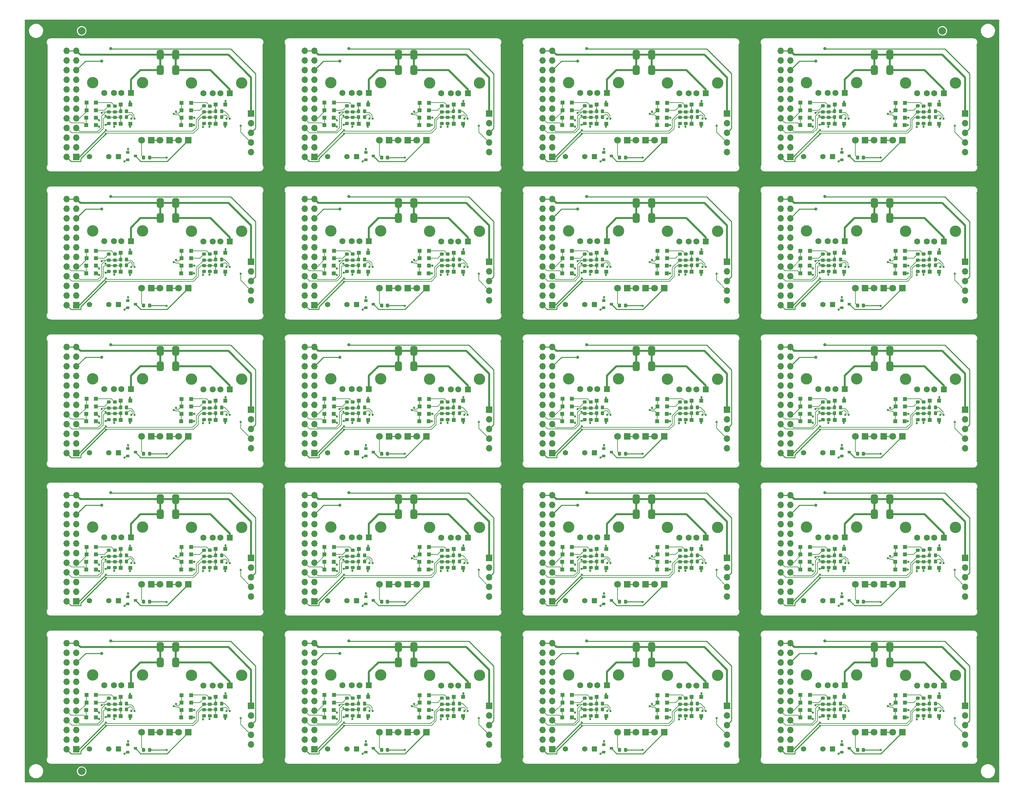
<source format=gbr>
%TF.GenerationSoftware,KiCad,Pcbnew,7.0.6+dfsg-1*%
%TF.CreationDate,2023-08-24T18:37:45+02:00*%
%TF.ProjectId,USB_panel,5553425f-7061-46e6-956c-2e6b69636164,V1.1*%
%TF.SameCoordinates,Original*%
%TF.FileFunction,Copper,L1,Top*%
%TF.FilePolarity,Positive*%
%FSLAX46Y46*%
G04 Gerber Fmt 4.6, Leading zero omitted, Abs format (unit mm)*
G04 Created by KiCad (PCBNEW 7.0.6+dfsg-1) date 2023-08-24 18:37:45*
%MOMM*%
%LPD*%
G01*
G04 APERTURE LIST*
G04 Aperture macros list*
%AMRoundRect*
0 Rectangle with rounded corners*
0 $1 Rounding radius*
0 $2 $3 $4 $5 $6 $7 $8 $9 X,Y pos of 4 corners*
0 Add a 4 corners polygon primitive as box body*
4,1,4,$2,$3,$4,$5,$6,$7,$8,$9,$2,$3,0*
0 Add four circle primitives for the rounded corners*
1,1,$1+$1,$2,$3*
1,1,$1+$1,$4,$5*
1,1,$1+$1,$6,$7*
1,1,$1+$1,$8,$9*
0 Add four rect primitives between the rounded corners*
20,1,$1+$1,$2,$3,$4,$5,0*
20,1,$1+$1,$4,$5,$6,$7,0*
20,1,$1+$1,$6,$7,$8,$9,0*
20,1,$1+$1,$8,$9,$2,$3,0*%
G04 Aperture macros list end*
%TA.AperFunction,SMDPad,CuDef*%
%ADD10R,0.900000X0.800000*%
%TD*%
%TA.AperFunction,SMDPad,CuDef*%
%ADD11RoundRect,0.218750X0.256250X-0.218750X0.256250X0.218750X-0.256250X0.218750X-0.256250X-0.218750X0*%
%TD*%
%TA.AperFunction,ComponentPad*%
%ADD12R,1.700000X1.700000*%
%TD*%
%TA.AperFunction,ComponentPad*%
%ADD13O,1.700000X1.700000*%
%TD*%
%TA.AperFunction,SMDPad,CuDef*%
%ADD14R,1.000000X1.000000*%
%TD*%
%TA.AperFunction,SMDPad,CuDef*%
%ADD15RoundRect,0.450000X0.450000X-0.800000X0.450000X0.800000X-0.450000X0.800000X-0.450000X-0.800000X0*%
%TD*%
%TA.AperFunction,ComponentPad*%
%ADD16RoundRect,0.249200X0.450800X0.450800X-0.450800X0.450800X-0.450800X-0.450800X0.450800X-0.450800X0*%
%TD*%
%TA.AperFunction,ComponentPad*%
%ADD17C,1.400000*%
%TD*%
%TA.AperFunction,ComponentPad*%
%ADD18R,1.800000X1.800000*%
%TD*%
%TA.AperFunction,ComponentPad*%
%ADD19C,1.800000*%
%TD*%
%TA.AperFunction,SMDPad,CuDef*%
%ADD20RoundRect,0.218750X-0.218750X-0.256250X0.218750X-0.256250X0.218750X0.256250X-0.218750X0.256250X0*%
%TD*%
%TA.AperFunction,SMDPad,CuDef*%
%ADD21C,2.000000*%
%TD*%
%TA.AperFunction,SMDPad,CuDef*%
%ADD22RoundRect,0.218750X0.218750X0.256250X-0.218750X0.256250X-0.218750X-0.256250X0.218750X-0.256250X0*%
%TD*%
%TA.AperFunction,SMDPad,CuDef*%
%ADD23RoundRect,0.218750X-0.256250X0.218750X-0.256250X-0.218750X0.256250X-0.218750X0.256250X0.218750X0*%
%TD*%
%TA.AperFunction,ComponentPad*%
%ADD24R,1.600000X1.600000*%
%TD*%
%TA.AperFunction,ComponentPad*%
%ADD25C,1.600000*%
%TD*%
%TA.AperFunction,ComponentPad*%
%ADD26C,3.000000*%
%TD*%
%TA.AperFunction,ViaPad*%
%ADD27C,0.600000*%
%TD*%
%TA.AperFunction,ViaPad*%
%ADD28C,0.800000*%
%TD*%
%TA.AperFunction,Conductor*%
%ADD29C,0.500000*%
%TD*%
%TA.AperFunction,Conductor*%
%ADD30C,0.250000*%
%TD*%
%TA.AperFunction,Conductor*%
%ADD31C,0.200000*%
%TD*%
G04 APERTURE END LIST*
D10*
%TO.P,Q1,1,G*%
%TO.N,Board_6-GN26*%
X173943200Y-108331000D03*
%TO.P,Q1,2,S*%
%TO.N,Board_6-GND*%
X173943200Y-110231000D03*
%TO.P,Q1,3,D*%
%TO.N,Board_6-Net-(D17-K)*%
X175943200Y-109281000D03*
%TD*%
D11*
%TO.P,R7,1*%
%TO.N,Board_15-Net-(D8-K)*%
X256578200Y-178654500D03*
%TO.P,R7,2*%
%TO.N,Board_15-USB2_FPGA_D+*%
X256578200Y-177079500D03*
%TD*%
D12*
%TO.P,J1,1,Pin_1*%
%TO.N,Board_7-USB2_FPGA_D-*%
X223027200Y-109513000D03*
D13*
%TO.P,J1,2,Pin_2*%
%TO.N,Board_7-USB2_FPGA_D+*%
X220487200Y-109513000D03*
%TO.P,J1,3,Pin_3*%
%TO.N,Board_7-+3V3*%
X223027200Y-106973000D03*
%TO.P,J1,4,Pin_4*%
X220487200Y-106973000D03*
%TO.P,J1,5,Pin_5*%
%TO.N,Board_7-GND*%
X223027200Y-104433000D03*
%TO.P,J1,6,Pin_6*%
X220487200Y-104433000D03*
%TO.P,J1,7,Pin_7*%
%TO.N,Board_7-USB1_FPGA_D-*%
X223027200Y-101893000D03*
%TO.P,J1,8,Pin_8*%
%TO.N,Board_7-USB1_FPGA_D+*%
X220487200Y-101893000D03*
%TO.P,J1,9,Pin_9*%
%TO.N,Board_7-USB1_FPGA_PULL_D-*%
X223027200Y-99353000D03*
%TO.P,J1,10,Pin_10*%
%TO.N,Board_7-USB1_FPGA_PULL_D+*%
X220487200Y-99353000D03*
%TO.P,J1,11,Pin_11*%
%TO.N,Board_7-USB2_FPGA_PULL_D-*%
X223027200Y-96813000D03*
%TO.P,J1,12,Pin_12*%
%TO.N,Board_7-USB2_FPGA_PULL_D+*%
X220487200Y-96813000D03*
%TO.P,J1,13,Pin_13*%
%TO.N,Board_7-USB2_FPGA_D-*%
X223027200Y-94273000D03*
%TO.P,J1,14,Pin_14*%
%TO.N,Board_7-USB2_FPGA_D+*%
X220487200Y-94273000D03*
%TO.P,J1,15,Pin_15*%
%TO.N,Board_7-USB1_FPGA_D-*%
X223027200Y-91733000D03*
%TO.P,J1,16,Pin_16*%
%TO.N,Board_7-USB1_FPGA_D+*%
X220487200Y-91733000D03*
%TO.P,J1,17,Pin_17*%
%TO.N,Board_7-GN26*%
X223027200Y-89193000D03*
%TO.P,J1,18,Pin_18*%
%TO.N,Board_7-GP26*%
X220487200Y-89193000D03*
%TO.P,J1,19,Pin_19*%
%TO.N,Board_7-GN27*%
X223027200Y-86653000D03*
%TO.P,J1,20,Pin_20*%
%TO.N,Board_7-GP27*%
X220487200Y-86653000D03*
%TO.P,J1,21,Pin_21*%
%TO.N,Board_7-GND*%
X223027200Y-84113000D03*
%TO.P,J1,22,Pin_22*%
X220487200Y-84113000D03*
%TO.P,J1,23,Pin_23*%
%TO.N,Board_7-+5V*%
X223027200Y-81573000D03*
%TO.P,J1,24,Pin_24*%
X220487200Y-81573000D03*
%TD*%
D14*
%TO.P,D5,1,K*%
%TO.N,Board_8-USB1_FPGA_D+*%
X46870700Y-139741500D03*
%TO.P,D5,2,A*%
%TO.N,Board_8-GND*%
X49370700Y-139741500D03*
%TD*%
D10*
%TO.P,Q1,1,G*%
%TO.N,Board_0-GN26*%
X48723200Y-69343000D03*
%TO.P,Q1,2,S*%
%TO.N,Board_0-GND*%
X48723200Y-71243000D03*
%TO.P,Q1,3,D*%
%TO.N,Board_0-Net-(D17-K)*%
X50723200Y-70293000D03*
%TD*%
D14*
%TO.P,D11,1,K*%
%TO.N,Board_4-USB2_FPGA_PULL_D-*%
X62863200Y-97191000D03*
%TO.P,D11,2,A*%
%TO.N,Board_4-Net-(D11-A)*%
X65363200Y-97191000D03*
%TD*%
%TO.P,D4,1,K*%
%TO.N,Board_17-USB1_FPGA_PULL_D-*%
X100473200Y-214155000D03*
%TO.P,D4,2,A*%
%TO.N,Board_17-Net-(D4-A)*%
X102973200Y-214155000D03*
%TD*%
%TO.P,D4,1,K*%
%TO.N,Board_15-USB1_FPGA_PULL_D-*%
X225693200Y-175167000D03*
%TO.P,D4,2,A*%
%TO.N,Board_15-Net-(D4-A)*%
X228193200Y-175167000D03*
%TD*%
%TO.P,D9,1,K*%
%TO.N,Board_6-USB2_FPGA_PULL_D+*%
X188023200Y-101131000D03*
%TO.P,D9,2,A*%
%TO.N,Board_6-Net-(D9-A)*%
X190523200Y-101131000D03*
%TD*%
D15*
%TO.P,D6,1,1*%
%TO.N,Board_3-+5V*%
X245125200Y-47633000D03*
%TO.P,D6,2,2*%
X245125200Y-43633000D03*
%TD*%
D16*
%TO.P,U1,1,GND*%
%TO.N,Board_7-GND*%
X234103200Y-109411000D03*
D17*
%TO.P,U1,2,Vs*%
%TO.N,Board_7-+3V3*%
X231563200Y-109411000D03*
%TO.P,U1,3,OUT*%
%TO.N,Board_7-GP26*%
X226483200Y-109411000D03*
%TD*%
D15*
%TO.P,D13,1,1*%
%TO.N,Board_9-+5V*%
X123969200Y-125609000D03*
%TO.P,D13,2,2*%
X123969200Y-121609000D03*
%TD*%
D18*
%TO.P,D15,1,K*%
%TO.N,Board_16-Net-(D15-K)*%
X54859200Y-222027000D03*
D19*
%TO.P,D15,2,A*%
%TO.N,Board_16-Net-(D15-A)*%
X52319200Y-222027000D03*
%TD*%
D14*
%TO.P,D5,1,K*%
%TO.N,Board_14-USB1_FPGA_D+*%
X172090700Y-178729500D03*
%TO.P,D5,2,A*%
%TO.N,Board_14-GND*%
X174590700Y-178729500D03*
%TD*%
D15*
%TO.P,D6,1,1*%
%TO.N,Board_8-+5V*%
X57295200Y-125609000D03*
%TO.P,D6,2,2*%
X57295200Y-121609000D03*
%TD*%
D14*
%TO.P,D9,1,K*%
%TO.N,Board_0-USB2_FPGA_PULL_D+*%
X62803200Y-62143000D03*
%TO.P,D9,2,A*%
%TO.N,Board_0-Net-(D9-A)*%
X65303200Y-62143000D03*
%TD*%
D15*
%TO.P,D6,1,1*%
%TO.N,Board_13-+5V*%
X119905200Y-164597000D03*
%TO.P,D6,2,2*%
X119905200Y-160597000D03*
%TD*%
D18*
%TO.P,D15,1,K*%
%TO.N,Board_15-Net-(D15-K)*%
X242689200Y-183039000D03*
D19*
%TO.P,D15,2,A*%
%TO.N,Board_15-Net-(D15-A)*%
X240149200Y-183039000D03*
%TD*%
D14*
%TO.P,D3,1,K*%
%TO.N,Board_8-Net-(D3-K)*%
X40363200Y-134189000D03*
%TO.P,D3,2,A*%
%TO.N,Board_8-USB1_FPGA_PULL_D-*%
X37863200Y-134189000D03*
%TD*%
D20*
%TO.P,R5,1*%
%TO.N,Board_10-USB1_FPGA_D-*%
X172043200Y-136471500D03*
%TO.P,R5,2*%
%TO.N,Board_10-/FPD1-*%
X173618200Y-136471500D03*
%TD*%
D14*
%TO.P,D8,1,K*%
%TO.N,Board_13-Net-(D8-K)*%
X127933200Y-177147000D03*
%TO.P,D8,2,A*%
%TO.N,Board_13-USB2_FPGA_PULL_D+*%
X125433200Y-177147000D03*
%TD*%
D20*
%TO.P,R6,1*%
%TO.N,Board_6-USB1_FPGA_D+*%
X172043200Y-99013500D03*
%TO.P,R6,2*%
%TO.N,Board_6-/FPD1+*%
X173618200Y-99013500D03*
%TD*%
D18*
%TO.P,D16,1,K*%
%TO.N,Board_14-Net-(D16-K)*%
X184979200Y-183039000D03*
D19*
%TO.P,D16,2,A*%
%TO.N,Board_14-Net-(D15-K)*%
X182439200Y-183039000D03*
%TD*%
D12*
%TO.P,J1,1,Pin_1*%
%TO.N,Board_12-USB2_FPGA_D-*%
X35197200Y-187489000D03*
D13*
%TO.P,J1,2,Pin_2*%
%TO.N,Board_12-USB2_FPGA_D+*%
X32657200Y-187489000D03*
%TO.P,J1,3,Pin_3*%
%TO.N,Board_12-+3V3*%
X35197200Y-184949000D03*
%TO.P,J1,4,Pin_4*%
X32657200Y-184949000D03*
%TO.P,J1,5,Pin_5*%
%TO.N,Board_12-GND*%
X35197200Y-182409000D03*
%TO.P,J1,6,Pin_6*%
X32657200Y-182409000D03*
%TO.P,J1,7,Pin_7*%
%TO.N,Board_12-USB1_FPGA_D-*%
X35197200Y-179869000D03*
%TO.P,J1,8,Pin_8*%
%TO.N,Board_12-USB1_FPGA_D+*%
X32657200Y-179869000D03*
%TO.P,J1,9,Pin_9*%
%TO.N,Board_12-USB1_FPGA_PULL_D-*%
X35197200Y-177329000D03*
%TO.P,J1,10,Pin_10*%
%TO.N,Board_12-USB1_FPGA_PULL_D+*%
X32657200Y-177329000D03*
%TO.P,J1,11,Pin_11*%
%TO.N,Board_12-USB2_FPGA_PULL_D-*%
X35197200Y-174789000D03*
%TO.P,J1,12,Pin_12*%
%TO.N,Board_12-USB2_FPGA_PULL_D+*%
X32657200Y-174789000D03*
%TO.P,J1,13,Pin_13*%
%TO.N,Board_12-USB2_FPGA_D-*%
X35197200Y-172249000D03*
%TO.P,J1,14,Pin_14*%
%TO.N,Board_12-USB2_FPGA_D+*%
X32657200Y-172249000D03*
%TO.P,J1,15,Pin_15*%
%TO.N,Board_12-USB1_FPGA_D-*%
X35197200Y-169709000D03*
%TO.P,J1,16,Pin_16*%
%TO.N,Board_12-USB1_FPGA_D+*%
X32657200Y-169709000D03*
%TO.P,J1,17,Pin_17*%
%TO.N,Board_12-GN26*%
X35197200Y-167169000D03*
%TO.P,J1,18,Pin_18*%
%TO.N,Board_12-GP26*%
X32657200Y-167169000D03*
%TO.P,J1,19,Pin_19*%
%TO.N,Board_12-GN27*%
X35197200Y-164629000D03*
%TO.P,J1,20,Pin_20*%
%TO.N,Board_12-GP27*%
X32657200Y-164629000D03*
%TO.P,J1,21,Pin_21*%
%TO.N,Board_12-GND*%
X35197200Y-162089000D03*
%TO.P,J1,22,Pin_22*%
X32657200Y-162089000D03*
%TO.P,J1,23,Pin_23*%
%TO.N,Board_12-+5V*%
X35197200Y-159549000D03*
%TO.P,J1,24,Pin_24*%
X32657200Y-159549000D03*
%TD*%
D14*
%TO.P,D4,1,K*%
%TO.N,Board_3-USB1_FPGA_PULL_D-*%
X225693200Y-58203000D03*
%TO.P,D4,2,A*%
%TO.N,Board_3-Net-(D4-A)*%
X228193200Y-58203000D03*
%TD*%
%TO.P,D2,1,K*%
%TO.N,Board_3-USB1_FPGA_PULL_D+*%
X225633200Y-62143000D03*
%TO.P,D2,2,A*%
%TO.N,Board_3-Net-(D2-A)*%
X228133200Y-62143000D03*
%TD*%
D21*
%TO.P,KiKit_FID_T_1,*%
%TO.N,*%
X36593200Y-37315000D03*
%TD*%
D20*
%TO.P,R6,1*%
%TO.N,Board_11-USB1_FPGA_D+*%
X234653200Y-138001500D03*
%TO.P,R6,2*%
%TO.N,Board_11-/FPD1+*%
X236228200Y-138001500D03*
%TD*%
D18*
%TO.P,D15,1,K*%
%TO.N,Board_12-Net-(D15-K)*%
X54859200Y-183039000D03*
D19*
%TO.P,D15,2,A*%
%TO.N,Board_12-Net-(D15-A)*%
X52319200Y-183039000D03*
%TD*%
D15*
%TO.P,D6,1,1*%
%TO.N,Board_4-+5V*%
X57295200Y-86621000D03*
%TO.P,D6,2,2*%
X57295200Y-82621000D03*
%TD*%
D14*
%TO.P,D5,1,K*%
%TO.N,Board_4-USB1_FPGA_D+*%
X46870700Y-100753500D03*
%TO.P,D5,2,A*%
%TO.N,Board_4-GND*%
X49370700Y-100753500D03*
%TD*%
%TO.P,D2,1,K*%
%TO.N,Board_10-USB1_FPGA_PULL_D+*%
X163023200Y-140119000D03*
%TO.P,D2,2,A*%
%TO.N,Board_10-Net-(D2-A)*%
X165523200Y-140119000D03*
%TD*%
D11*
%TO.P,R1,1*%
%TO.N,Board_15-Net-(D1-K)*%
X231578200Y-178654500D03*
%TO.P,R1,2*%
%TO.N,Board_15-USB1_FPGA_D+*%
X231578200Y-177079500D03*
%TD*%
D18*
%TO.P,D16,1,K*%
%TO.N,Board_3-Net-(D16-K)*%
X247589200Y-66075000D03*
D19*
%TO.P,D16,2,A*%
%TO.N,Board_3-Net-(D15-K)*%
X245049200Y-66075000D03*
%TD*%
D11*
%TO.P,R9,1*%
%TO.N,Board_14-USB2_FPGA_D-*%
X195523200Y-175637000D03*
%TO.P,R9,2*%
%TO.N,Board_14-Net-(D10-K)*%
X195523200Y-174062000D03*
%TD*%
%TO.P,R3,1*%
%TO.N,Board_8-USB1_FPGA_D-*%
X45298200Y-136649000D03*
%TO.P,R3,2*%
%TO.N,Board_8-Net-(D3-K)*%
X45298200Y-135074000D03*
%TD*%
D14*
%TO.P,D5,1,K*%
%TO.N,Board_7-USB1_FPGA_D+*%
X234700700Y-100753500D03*
%TO.P,D5,2,A*%
%TO.N,Board_7-GND*%
X237200700Y-100753500D03*
%TD*%
D15*
%TO.P,D13,1,1*%
%TO.N,Board_11-+5V*%
X249189200Y-125609000D03*
%TO.P,D13,2,2*%
X249189200Y-121609000D03*
%TD*%
D18*
%TO.P,D16,1,K*%
%TO.N,Board_6-Net-(D16-K)*%
X184979200Y-105063000D03*
D19*
%TO.P,D16,2,A*%
%TO.N,Board_6-Net-(D15-K)*%
X182439200Y-105063000D03*
%TD*%
D22*
%TO.P,R13,1*%
%TO.N,Board_19-+5V*%
X242290700Y-226635000D03*
%TO.P,R13,2*%
%TO.N,Board_19-Net-(D15-A)*%
X240715700Y-226635000D03*
%TD*%
D14*
%TO.P,D3,1,K*%
%TO.N,Board_16-Net-(D3-K)*%
X40363200Y-212165000D03*
%TO.P,D3,2,A*%
%TO.N,Board_16-USB1_FPGA_PULL_D-*%
X37863200Y-212165000D03*
%TD*%
D11*
%TO.P,R8,1*%
%TO.N,Board_15-Net-(D9-A)*%
X258123200Y-178662000D03*
%TO.P,R8,2*%
%TO.N,Board_15-USB2_FPGA_D+*%
X258123200Y-177087000D03*
%TD*%
D20*
%TO.P,R5,1*%
%TO.N,Board_0-USB1_FPGA_D-*%
X46823200Y-58495500D03*
%TO.P,R5,2*%
%TO.N,Board_0-/FPD1-*%
X48398200Y-58495500D03*
%TD*%
D11*
%TO.P,R8,1*%
%TO.N,Board_9-Net-(D9-A)*%
X132903200Y-139674000D03*
%TO.P,R8,2*%
%TO.N,Board_9-USB2_FPGA_D+*%
X132903200Y-138099000D03*
%TD*%
D18*
%TO.P,D17,1,K*%
%TO.N,Board_7-Net-(D17-K)*%
X252489200Y-105063000D03*
D19*
%TO.P,D17,2,A*%
%TO.N,Board_7-Net-(D16-K)*%
X249949200Y-105063000D03*
%TD*%
D18*
%TO.P,D16,1,K*%
%TO.N,Board_15-Net-(D16-K)*%
X247589200Y-183039000D03*
D19*
%TO.P,D16,2,A*%
%TO.N,Board_15-Net-(D15-K)*%
X245049200Y-183039000D03*
%TD*%
D20*
%TO.P,R11,1*%
%TO.N,Board_18-USB2_FPGA_D-*%
X197043200Y-214447500D03*
%TO.P,R11,2*%
%TO.N,Board_18-/FPD2-*%
X198618200Y-214447500D03*
%TD*%
D14*
%TO.P,D12,1,K*%
%TO.N,Board_4-USB2_FPGA_D+*%
X71870700Y-100753500D03*
%TO.P,D12,2,A*%
%TO.N,Board_4-GND*%
X74370700Y-100753500D03*
%TD*%
D20*
%TO.P,R5,1*%
%TO.N,Board_2-USB1_FPGA_D-*%
X172043200Y-58495500D03*
%TO.P,R5,2*%
%TO.N,Board_2-/FPD1-*%
X173618200Y-58495500D03*
%TD*%
D18*
%TO.P,D15,1,K*%
%TO.N,Board_19-Net-(D15-K)*%
X242689200Y-222027000D03*
D19*
%TO.P,D15,2,A*%
%TO.N,Board_19-Net-(D15-A)*%
X240149200Y-222027000D03*
%TD*%
D14*
%TO.P,D2,1,K*%
%TO.N,Board_2-USB1_FPGA_PULL_D+*%
X163023200Y-62143000D03*
%TO.P,D2,2,A*%
%TO.N,Board_2-Net-(D2-A)*%
X165523200Y-62143000D03*
%TD*%
D20*
%TO.P,R12,1*%
%TO.N,Board_17-USB2_FPGA_D+*%
X134433200Y-215977500D03*
%TO.P,R12,2*%
%TO.N,Board_17-/FPD2+*%
X136008200Y-215977500D03*
%TD*%
%TO.P,R5,1*%
%TO.N,Board_16-USB1_FPGA_D-*%
X46823200Y-214447500D03*
%TO.P,R5,2*%
%TO.N,Board_16-/FPD1-*%
X48398200Y-214447500D03*
%TD*%
D18*
%TO.P,D15,1,K*%
%TO.N,Board_4-Net-(D15-K)*%
X54859200Y-105063000D03*
D19*
%TO.P,D15,2,A*%
%TO.N,Board_4-Net-(D15-A)*%
X52319200Y-105063000D03*
%TD*%
D11*
%TO.P,R3,1*%
%TO.N,Board_7-USB1_FPGA_D-*%
X233128200Y-97661000D03*
%TO.P,R3,2*%
%TO.N,Board_7-Net-(D3-K)*%
X233128200Y-96086000D03*
%TD*%
%TO.P,R3,1*%
%TO.N,Board_0-USB1_FPGA_D-*%
X45298200Y-58673000D03*
%TO.P,R3,2*%
%TO.N,Board_0-Net-(D3-K)*%
X45298200Y-57098000D03*
%TD*%
D14*
%TO.P,D9,1,K*%
%TO.N,Board_8-USB2_FPGA_PULL_D+*%
X62803200Y-140119000D03*
%TO.P,D9,2,A*%
%TO.N,Board_8-Net-(D9-A)*%
X65303200Y-140119000D03*
%TD*%
D11*
%TO.P,R2,1*%
%TO.N,Board_3-Net-(D2-A)*%
X233128200Y-61700500D03*
%TO.P,R2,2*%
%TO.N,Board_3-USB1_FPGA_D+*%
X233128200Y-60125500D03*
%TD*%
D15*
%TO.P,D13,1,1*%
%TO.N,Board_1-+5V*%
X123969200Y-47633000D03*
%TO.P,D13,2,2*%
X123969200Y-43633000D03*
%TD*%
D11*
%TO.P,R9,1*%
%TO.N,Board_5-USB2_FPGA_D-*%
X132913200Y-97661000D03*
%TO.P,R9,2*%
%TO.N,Board_5-Net-(D10-K)*%
X132913200Y-96086000D03*
%TD*%
D18*
%TO.P,D16,1,K*%
%TO.N,Board_0-Net-(D16-K)*%
X59759200Y-66075000D03*
D19*
%TO.P,D16,2,A*%
%TO.N,Board_0-Net-(D15-K)*%
X57219200Y-66075000D03*
%TD*%
D16*
%TO.P,U1,1,GND*%
%TO.N,Board_14-GND*%
X171493200Y-187387000D03*
D17*
%TO.P,U1,2,Vs*%
%TO.N,Board_14-+3V3*%
X168953200Y-187387000D03*
%TO.P,U1,3,OUT*%
%TO.N,Board_14-GP26*%
X163873200Y-187387000D03*
%TD*%
D20*
%TO.P,R12,1*%
%TO.N,Board_2-USB2_FPGA_D+*%
X197043200Y-60025500D03*
%TO.P,R12,2*%
%TO.N,Board_2-/FPD2+*%
X198618200Y-60025500D03*
%TD*%
D11*
%TO.P,R3,1*%
%TO.N,Board_19-USB1_FPGA_D-*%
X233128200Y-214625000D03*
%TO.P,R3,2*%
%TO.N,Board_19-Net-(D3-K)*%
X233128200Y-213050000D03*
%TD*%
D14*
%TO.P,D5,1,K*%
%TO.N,Board_2-USB1_FPGA_D+*%
X172090700Y-61765500D03*
%TO.P,D5,2,A*%
%TO.N,Board_2-GND*%
X174590700Y-61765500D03*
%TD*%
%TO.P,D10,1,K*%
%TO.N,Board_18-Net-(D10-K)*%
X190583200Y-212225000D03*
%TO.P,D10,2,A*%
%TO.N,Board_18-USB2_FPGA_PULL_D-*%
X188083200Y-212225000D03*
%TD*%
%TO.P,D4,1,K*%
%TO.N,Board_12-USB1_FPGA_PULL_D-*%
X37863200Y-175167000D03*
%TO.P,D4,2,A*%
%TO.N,Board_12-Net-(D4-A)*%
X40363200Y-175167000D03*
%TD*%
%TO.P,D3,1,K*%
%TO.N,Board_6-Net-(D3-K)*%
X165583200Y-95201000D03*
%TO.P,D3,2,A*%
%TO.N,Board_6-USB1_FPGA_PULL_D-*%
X163083200Y-95201000D03*
%TD*%
D23*
%TO.P,R10,1*%
%TO.N,Board_3-Net-(D11-A)*%
X256578200Y-57095500D03*
%TO.P,R10,2*%
%TO.N,Board_3-USB2_FPGA_D-*%
X256578200Y-58670500D03*
%TD*%
D12*
%TO.P,J2,1,Pin_1*%
%TO.N,Board_4-+5V*%
X81171200Y-98083000D03*
D13*
%TO.P,J2,2,Pin_2*%
%TO.N,Board_4-+3V3*%
X81171200Y-100623000D03*
%TO.P,J2,3,Pin_3*%
%TO.N,Board_4-GN27*%
X81171200Y-103163000D03*
%TO.P,J2,4,Pin_4*%
%TO.N,Board_4-GP27*%
X81171200Y-105703000D03*
%TO.P,J2,5,Pin_5*%
%TO.N,Board_4-GND*%
X81171200Y-108243000D03*
%TD*%
D24*
%TO.P,US4,1,VBUS*%
%TO.N,Board_14-+5V*%
X200803200Y-170725000D03*
D25*
%TO.P,US4,2,D-*%
%TO.N,Board_14-/FPD2-*%
X198303200Y-170725000D03*
%TO.P,US4,3,D+*%
%TO.N,Board_14-/FPD2+*%
X196303200Y-170725000D03*
%TO.P,US4,4,GND*%
%TO.N,Board_14-GND*%
X193803200Y-170725000D03*
D26*
%TO.P,US4,5,Shield*%
X203873200Y-168015000D03*
X190733200Y-168015000D03*
%TD*%
D18*
%TO.P,D16,1,K*%
%TO.N,Board_11-Net-(D16-K)*%
X247589200Y-144051000D03*
D19*
%TO.P,D16,2,A*%
%TO.N,Board_11-Net-(D15-K)*%
X245049200Y-144051000D03*
%TD*%
D23*
%TO.P,R10,1*%
%TO.N,Board_4-Net-(D11-A)*%
X68748200Y-96083500D03*
%TO.P,R10,2*%
%TO.N,Board_4-USB2_FPGA_D-*%
X68748200Y-97658500D03*
%TD*%
D20*
%TO.P,R5,1*%
%TO.N,Board_18-USB1_FPGA_D-*%
X172043200Y-214447500D03*
%TO.P,R5,2*%
%TO.N,Board_18-/FPD1-*%
X173618200Y-214447500D03*
%TD*%
D24*
%TO.P,US3,1,VBUS*%
%TO.N,Board_19-+5V*%
X237389200Y-209627000D03*
D25*
%TO.P,US3,2,D-*%
%TO.N,Board_19-/FPD1-*%
X234889200Y-209627000D03*
%TO.P,US3,3,D+*%
%TO.N,Board_19-/FPD1+*%
X232889200Y-209627000D03*
%TO.P,US3,4,GND*%
%TO.N,Board_19-GND*%
X230389200Y-209627000D03*
D26*
%TO.P,US3,5,Shield*%
X240459200Y-206917000D03*
X227319200Y-206917000D03*
%TD*%
D14*
%TO.P,D1,1,K*%
%TO.N,Board_3-Net-(D1-K)*%
X228153200Y-60183000D03*
%TO.P,D1,2,A*%
%TO.N,Board_3-USB1_FPGA_PULL_D+*%
X225653200Y-60183000D03*
%TD*%
D11*
%TO.P,R2,1*%
%TO.N,Board_18-Net-(D2-A)*%
X170518200Y-217652500D03*
%TO.P,R2,2*%
%TO.N,Board_18-USB1_FPGA_D+*%
X170518200Y-216077500D03*
%TD*%
D14*
%TO.P,D8,1,K*%
%TO.N,Board_1-Net-(D8-K)*%
X127933200Y-60183000D03*
%TO.P,D8,2,A*%
%TO.N,Board_1-USB2_FPGA_PULL_D+*%
X125433200Y-60183000D03*
%TD*%
D11*
%TO.P,R9,1*%
%TO.N,Board_17-USB2_FPGA_D-*%
X132913200Y-214625000D03*
%TO.P,R9,2*%
%TO.N,Board_17-Net-(D10-K)*%
X132913200Y-213050000D03*
%TD*%
D18*
%TO.P,D17,1,K*%
%TO.N,Board_13-Net-(D17-K)*%
X127269200Y-183039000D03*
D19*
%TO.P,D17,2,A*%
%TO.N,Board_13-Net-(D16-K)*%
X124729200Y-183039000D03*
%TD*%
D15*
%TO.P,D6,1,1*%
%TO.N,Board_6-+5V*%
X182515200Y-86621000D03*
%TO.P,D6,2,2*%
X182515200Y-82621000D03*
%TD*%
D11*
%TO.P,R7,1*%
%TO.N,Board_14-Net-(D8-K)*%
X193968200Y-178654500D03*
%TO.P,R7,2*%
%TO.N,Board_14-USB2_FPGA_D+*%
X193968200Y-177079500D03*
%TD*%
%TO.P,R1,1*%
%TO.N,Board_13-Net-(D1-K)*%
X106358200Y-178654500D03*
%TO.P,R1,2*%
%TO.N,Board_13-USB1_FPGA_D+*%
X106358200Y-177079500D03*
%TD*%
D18*
%TO.P,D16,1,K*%
%TO.N,Board_1-Net-(D16-K)*%
X122369200Y-66075000D03*
D19*
%TO.P,D16,2,A*%
%TO.N,Board_1-Net-(D15-K)*%
X119829200Y-66075000D03*
%TD*%
D14*
%TO.P,D10,1,K*%
%TO.N,Board_3-Net-(D10-K)*%
X253193200Y-56273000D03*
%TO.P,D10,2,A*%
%TO.N,Board_3-USB2_FPGA_PULL_D-*%
X250693200Y-56273000D03*
%TD*%
D18*
%TO.P,D15,1,K*%
%TO.N,Board_1-Net-(D15-K)*%
X117469200Y-66075000D03*
D19*
%TO.P,D15,2,A*%
%TO.N,Board_1-Net-(D15-A)*%
X114929200Y-66075000D03*
%TD*%
D11*
%TO.P,R7,1*%
%TO.N,Board_1-Net-(D8-K)*%
X131358200Y-61690500D03*
%TO.P,R7,2*%
%TO.N,Board_1-USB2_FPGA_D+*%
X131358200Y-60115500D03*
%TD*%
D10*
%TO.P,Q1,1,G*%
%TO.N,Board_18-GN26*%
X173943200Y-225295000D03*
%TO.P,Q1,2,S*%
%TO.N,Board_18-GND*%
X173943200Y-227195000D03*
%TO.P,Q1,3,D*%
%TO.N,Board_18-Net-(D17-K)*%
X175943200Y-226245000D03*
%TD*%
D20*
%TO.P,R5,1*%
%TO.N,Board_9-USB1_FPGA_D-*%
X109433200Y-136471500D03*
%TO.P,R5,2*%
%TO.N,Board_9-/FPD1-*%
X111008200Y-136471500D03*
%TD*%
D11*
%TO.P,R3,1*%
%TO.N,Board_14-USB1_FPGA_D-*%
X170518200Y-175637000D03*
%TO.P,R3,2*%
%TO.N,Board_14-Net-(D3-K)*%
X170518200Y-174062000D03*
%TD*%
D12*
%TO.P,J2,1,Pin_1*%
%TO.N,Board_10-+5V*%
X206391200Y-137071000D03*
D13*
%TO.P,J2,2,Pin_2*%
%TO.N,Board_10-+3V3*%
X206391200Y-139611000D03*
%TO.P,J2,3,Pin_3*%
%TO.N,Board_10-GN27*%
X206391200Y-142151000D03*
%TO.P,J2,4,Pin_4*%
%TO.N,Board_10-GP27*%
X206391200Y-144691000D03*
%TO.P,J2,5,Pin_5*%
%TO.N,Board_10-GND*%
X206391200Y-147231000D03*
%TD*%
D16*
%TO.P,U1,1,GND*%
%TO.N,Board_6-GND*%
X171493200Y-109411000D03*
D17*
%TO.P,U1,2,Vs*%
%TO.N,Board_6-+3V3*%
X168953200Y-109411000D03*
%TO.P,U1,3,OUT*%
%TO.N,Board_6-GP26*%
X163873200Y-109411000D03*
%TD*%
D14*
%TO.P,D12,1,K*%
%TO.N,Board_15-USB2_FPGA_D+*%
X259700700Y-178729500D03*
%TO.P,D12,2,A*%
%TO.N,Board_15-GND*%
X262200700Y-178729500D03*
%TD*%
%TO.P,D3,1,K*%
%TO.N,Board_4-Net-(D3-K)*%
X40363200Y-95201000D03*
%TO.P,D3,2,A*%
%TO.N,Board_4-USB1_FPGA_PULL_D-*%
X37863200Y-95201000D03*
%TD*%
D24*
%TO.P,US3,1,VBUS*%
%TO.N,Board_13-+5V*%
X112169200Y-170639000D03*
D25*
%TO.P,US3,2,D-*%
%TO.N,Board_13-/FPD1-*%
X109669200Y-170639000D03*
%TO.P,US3,3,D+*%
%TO.N,Board_13-/FPD1+*%
X107669200Y-170639000D03*
%TO.P,US3,4,GND*%
%TO.N,Board_13-GND*%
X105169200Y-170639000D03*
D26*
%TO.P,US3,5,Shield*%
X115239200Y-167929000D03*
X102099200Y-167929000D03*
%TD*%
D12*
%TO.P,J2,1,Pin_1*%
%TO.N,Board_1-+5V*%
X143781200Y-59095000D03*
D13*
%TO.P,J2,2,Pin_2*%
%TO.N,Board_1-+3V3*%
X143781200Y-61635000D03*
%TO.P,J2,3,Pin_3*%
%TO.N,Board_1-GN27*%
X143781200Y-64175000D03*
%TO.P,J2,4,Pin_4*%
%TO.N,Board_1-GP27*%
X143781200Y-66715000D03*
%TO.P,J2,5,Pin_5*%
%TO.N,Board_1-GND*%
X143781200Y-69255000D03*
%TD*%
D23*
%TO.P,R4,1*%
%TO.N,Board_13-Net-(D4-A)*%
X106358200Y-174059500D03*
%TO.P,R4,2*%
%TO.N,Board_13-USB1_FPGA_D-*%
X106358200Y-175634500D03*
%TD*%
D18*
%TO.P,D17,1,K*%
%TO.N,Board_18-Net-(D17-K)*%
X189879200Y-222027000D03*
D19*
%TO.P,D17,2,A*%
%TO.N,Board_18-Net-(D16-K)*%
X187339200Y-222027000D03*
%TD*%
D14*
%TO.P,D1,1,K*%
%TO.N,Board_1-Net-(D1-K)*%
X102933200Y-60183000D03*
%TO.P,D1,2,A*%
%TO.N,Board_1-USB1_FPGA_PULL_D+*%
X100433200Y-60183000D03*
%TD*%
D10*
%TO.P,Q1,1,G*%
%TO.N,Board_2-GN26*%
X173943200Y-69343000D03*
%TO.P,Q1,2,S*%
%TO.N,Board_2-GND*%
X173943200Y-71243000D03*
%TO.P,Q1,3,D*%
%TO.N,Board_2-Net-(D17-K)*%
X175943200Y-70293000D03*
%TD*%
D14*
%TO.P,D1,1,K*%
%TO.N,Board_7-Net-(D1-K)*%
X228153200Y-99171000D03*
%TO.P,D1,2,A*%
%TO.N,Board_7-USB1_FPGA_PULL_D+*%
X225653200Y-99171000D03*
%TD*%
D12*
%TO.P,J2,1,Pin_1*%
%TO.N,Board_19-+5V*%
X269001200Y-215047000D03*
D13*
%TO.P,J2,2,Pin_2*%
%TO.N,Board_19-+3V3*%
X269001200Y-217587000D03*
%TO.P,J2,3,Pin_3*%
%TO.N,Board_19-GN27*%
X269001200Y-220127000D03*
%TO.P,J2,4,Pin_4*%
%TO.N,Board_19-GP27*%
X269001200Y-222667000D03*
%TO.P,J2,5,Pin_5*%
%TO.N,Board_19-GND*%
X269001200Y-225207000D03*
%TD*%
D14*
%TO.P,D5,1,K*%
%TO.N,Board_13-USB1_FPGA_D+*%
X109480700Y-178729500D03*
%TO.P,D5,2,A*%
%TO.N,Board_13-GND*%
X111980700Y-178729500D03*
%TD*%
D20*
%TO.P,R6,1*%
%TO.N,Board_1-USB1_FPGA_D+*%
X109433200Y-60025500D03*
%TO.P,R6,2*%
%TO.N,Board_1-/FPD1+*%
X111008200Y-60025500D03*
%TD*%
D15*
%TO.P,D13,1,1*%
%TO.N,Board_4-+5V*%
X61359200Y-86621000D03*
%TO.P,D13,2,2*%
X61359200Y-82621000D03*
%TD*%
D11*
%TO.P,R9,1*%
%TO.N,Board_4-USB2_FPGA_D-*%
X70303200Y-97661000D03*
%TO.P,R9,2*%
%TO.N,Board_4-Net-(D10-K)*%
X70303200Y-96086000D03*
%TD*%
D14*
%TO.P,D10,1,K*%
%TO.N,Board_1-Net-(D10-K)*%
X127973200Y-56273000D03*
%TO.P,D10,2,A*%
%TO.N,Board_1-USB2_FPGA_PULL_D-*%
X125473200Y-56273000D03*
%TD*%
D20*
%TO.P,R12,1*%
%TO.N,Board_12-USB2_FPGA_D+*%
X71823200Y-176989500D03*
%TO.P,R12,2*%
%TO.N,Board_12-/FPD2+*%
X73398200Y-176989500D03*
%TD*%
D11*
%TO.P,R2,1*%
%TO.N,Board_15-Net-(D2-A)*%
X233128200Y-178664500D03*
%TO.P,R2,2*%
%TO.N,Board_15-USB1_FPGA_D+*%
X233128200Y-177089500D03*
%TD*%
%TO.P,R9,1*%
%TO.N,Board_18-USB2_FPGA_D-*%
X195523200Y-214625000D03*
%TO.P,R9,2*%
%TO.N,Board_18-Net-(D10-K)*%
X195523200Y-213050000D03*
%TD*%
%TO.P,R9,1*%
%TO.N,Board_6-USB2_FPGA_D-*%
X195523200Y-97661000D03*
%TO.P,R9,2*%
%TO.N,Board_6-Net-(D10-K)*%
X195523200Y-96086000D03*
%TD*%
%TO.P,R3,1*%
%TO.N,Board_16-USB1_FPGA_D-*%
X45298200Y-214625000D03*
%TO.P,R3,2*%
%TO.N,Board_16-Net-(D3-K)*%
X45298200Y-213050000D03*
%TD*%
D23*
%TO.P,R4,1*%
%TO.N,Board_7-Net-(D4-A)*%
X231578200Y-96083500D03*
%TO.P,R4,2*%
%TO.N,Board_7-USB1_FPGA_D-*%
X231578200Y-97658500D03*
%TD*%
D11*
%TO.P,R2,1*%
%TO.N,Board_0-Net-(D2-A)*%
X45298200Y-61700500D03*
%TO.P,R2,2*%
%TO.N,Board_0-USB1_FPGA_D+*%
X45298200Y-60125500D03*
%TD*%
D15*
%TO.P,D13,1,1*%
%TO.N,Board_5-+5V*%
X123969200Y-86621000D03*
%TO.P,D13,2,2*%
X123969200Y-82621000D03*
%TD*%
D23*
%TO.P,R4,1*%
%TO.N,Board_10-Net-(D4-A)*%
X168968200Y-135071500D03*
%TO.P,R4,2*%
%TO.N,Board_10-USB1_FPGA_D-*%
X168968200Y-136646500D03*
%TD*%
D20*
%TO.P,R5,1*%
%TO.N,Board_5-USB1_FPGA_D-*%
X109433200Y-97483500D03*
%TO.P,R5,2*%
%TO.N,Board_5-/FPD1-*%
X111008200Y-97483500D03*
%TD*%
D15*
%TO.P,D13,1,1*%
%TO.N,Board_3-+5V*%
X249189200Y-47633000D03*
%TO.P,D13,2,2*%
X249189200Y-43633000D03*
%TD*%
D21*
%TO.P,KiKit_FID_T_2,*%
%TO.N,*%
X263033200Y-37315000D03*
%TD*%
D15*
%TO.P,D13,1,1*%
%TO.N,Board_17-+5V*%
X123969200Y-203585000D03*
%TO.P,D13,2,2*%
X123969200Y-199585000D03*
%TD*%
D14*
%TO.P,D4,1,K*%
%TO.N,Board_7-USB1_FPGA_PULL_D-*%
X225693200Y-97191000D03*
%TO.P,D4,2,A*%
%TO.N,Board_7-Net-(D4-A)*%
X228193200Y-97191000D03*
%TD*%
D16*
%TO.P,U1,1,GND*%
%TO.N,Board_9-GND*%
X108883200Y-148399000D03*
D17*
%TO.P,U1,2,Vs*%
%TO.N,Board_9-+3V3*%
X106343200Y-148399000D03*
%TO.P,U1,3,OUT*%
%TO.N,Board_9-GP26*%
X101263200Y-148399000D03*
%TD*%
D14*
%TO.P,D14,1,K*%
%TO.N,Board_14-USB2_FPGA_D-*%
X197078200Y-173702000D03*
%TO.P,D14,2,A*%
%TO.N,Board_14-GND*%
X199578200Y-173702000D03*
%TD*%
%TO.P,D14,1,K*%
%TO.N,Board_2-USB2_FPGA_D-*%
X197078200Y-56738000D03*
%TO.P,D14,2,A*%
%TO.N,Board_2-GND*%
X199578200Y-56738000D03*
%TD*%
D23*
%TO.P,R10,1*%
%TO.N,Board_2-Net-(D11-A)*%
X193968200Y-57095500D03*
%TO.P,R10,2*%
%TO.N,Board_2-USB2_FPGA_D-*%
X193968200Y-58670500D03*
%TD*%
D10*
%TO.P,Q1,1,G*%
%TO.N,Board_7-GN26*%
X236553200Y-108331000D03*
%TO.P,Q1,2,S*%
%TO.N,Board_7-GND*%
X236553200Y-110231000D03*
%TO.P,Q1,3,D*%
%TO.N,Board_7-Net-(D17-K)*%
X238553200Y-109281000D03*
%TD*%
D22*
%TO.P,R13,1*%
%TO.N,Board_3-+5V*%
X242290700Y-70683000D03*
%TO.P,R13,2*%
%TO.N,Board_3-Net-(D15-A)*%
X240715700Y-70683000D03*
%TD*%
D11*
%TO.P,R7,1*%
%TO.N,Board_2-Net-(D8-K)*%
X193968200Y-61690500D03*
%TO.P,R7,2*%
%TO.N,Board_2-USB2_FPGA_D+*%
X193968200Y-60115500D03*
%TD*%
%TO.P,R1,1*%
%TO.N,Board_10-Net-(D1-K)*%
X168968200Y-139666500D03*
%TO.P,R1,2*%
%TO.N,Board_10-USB1_FPGA_D+*%
X168968200Y-138091500D03*
%TD*%
D15*
%TO.P,D13,1,1*%
%TO.N,Board_2-+5V*%
X186579200Y-47633000D03*
%TO.P,D13,2,2*%
X186579200Y-43633000D03*
%TD*%
D14*
%TO.P,D10,1,K*%
%TO.N,Board_11-Net-(D10-K)*%
X253193200Y-134249000D03*
%TO.P,D10,2,A*%
%TO.N,Board_11-USB2_FPGA_PULL_D-*%
X250693200Y-134249000D03*
%TD*%
%TO.P,D7,1,K*%
%TO.N,Board_19-USB1_FPGA_D-*%
X234688200Y-212690000D03*
%TO.P,D7,2,A*%
%TO.N,Board_19-GND*%
X237188200Y-212690000D03*
%TD*%
%TO.P,D3,1,K*%
%TO.N,Board_13-Net-(D3-K)*%
X102973200Y-173177000D03*
%TO.P,D3,2,A*%
%TO.N,Board_13-USB1_FPGA_PULL_D-*%
X100473200Y-173177000D03*
%TD*%
%TO.P,D11,1,K*%
%TO.N,Board_13-USB2_FPGA_PULL_D-*%
X125473200Y-175167000D03*
%TO.P,D11,2,A*%
%TO.N,Board_13-Net-(D11-A)*%
X127973200Y-175167000D03*
%TD*%
D18*
%TO.P,D17,1,K*%
%TO.N,Board_17-Net-(D17-K)*%
X127269200Y-222027000D03*
D19*
%TO.P,D17,2,A*%
%TO.N,Board_17-Net-(D16-K)*%
X124729200Y-222027000D03*
%TD*%
D24*
%TO.P,US3,1,VBUS*%
%TO.N,Board_14-+5V*%
X174779200Y-170639000D03*
D25*
%TO.P,US3,2,D-*%
%TO.N,Board_14-/FPD1-*%
X172279200Y-170639000D03*
%TO.P,US3,3,D+*%
%TO.N,Board_14-/FPD1+*%
X170279200Y-170639000D03*
%TO.P,US3,4,GND*%
%TO.N,Board_14-GND*%
X167779200Y-170639000D03*
D26*
%TO.P,US3,5,Shield*%
X177849200Y-167929000D03*
X164709200Y-167929000D03*
%TD*%
D11*
%TO.P,R7,1*%
%TO.N,Board_9-Net-(D8-K)*%
X131358200Y-139666500D03*
%TO.P,R7,2*%
%TO.N,Board_9-USB2_FPGA_D+*%
X131358200Y-138091500D03*
%TD*%
%TO.P,R2,1*%
%TO.N,Board_12-Net-(D2-A)*%
X45298200Y-178664500D03*
%TO.P,R2,2*%
%TO.N,Board_12-USB1_FPGA_D+*%
X45298200Y-177089500D03*
%TD*%
D14*
%TO.P,D2,1,K*%
%TO.N,Board_11-USB1_FPGA_PULL_D+*%
X225633200Y-140119000D03*
%TO.P,D2,2,A*%
%TO.N,Board_11-Net-(D2-A)*%
X228133200Y-140119000D03*
%TD*%
%TO.P,D5,1,K*%
%TO.N,Board_6-USB1_FPGA_D+*%
X172090700Y-100753500D03*
%TO.P,D5,2,A*%
%TO.N,Board_6-GND*%
X174590700Y-100753500D03*
%TD*%
D24*
%TO.P,US4,1,VBUS*%
%TO.N,Board_15-+5V*%
X263413200Y-170725000D03*
D25*
%TO.P,US4,2,D-*%
%TO.N,Board_15-/FPD2-*%
X260913200Y-170725000D03*
%TO.P,US4,3,D+*%
%TO.N,Board_15-/FPD2+*%
X258913200Y-170725000D03*
%TO.P,US4,4,GND*%
%TO.N,Board_15-GND*%
X256413200Y-170725000D03*
D26*
%TO.P,US4,5,Shield*%
X266483200Y-168015000D03*
X253343200Y-168015000D03*
%TD*%
D14*
%TO.P,D9,1,K*%
%TO.N,Board_13-USB2_FPGA_PULL_D+*%
X125413200Y-179107000D03*
%TO.P,D9,2,A*%
%TO.N,Board_13-Net-(D9-A)*%
X127913200Y-179107000D03*
%TD*%
%TO.P,D4,1,K*%
%TO.N,Board_2-USB1_FPGA_PULL_D-*%
X163083200Y-58203000D03*
%TO.P,D4,2,A*%
%TO.N,Board_2-Net-(D4-A)*%
X165583200Y-58203000D03*
%TD*%
D11*
%TO.P,R2,1*%
%TO.N,Board_16-Net-(D2-A)*%
X45298200Y-217652500D03*
%TO.P,R2,2*%
%TO.N,Board_16-USB1_FPGA_D+*%
X45298200Y-216077500D03*
%TD*%
D20*
%TO.P,R11,1*%
%TO.N,Board_12-USB2_FPGA_D-*%
X71823200Y-175459500D03*
%TO.P,R11,2*%
%TO.N,Board_12-/FPD2-*%
X73398200Y-175459500D03*
%TD*%
D14*
%TO.P,D3,1,K*%
%TO.N,Board_0-Net-(D3-K)*%
X40363200Y-56213000D03*
%TO.P,D3,2,A*%
%TO.N,Board_0-USB1_FPGA_PULL_D-*%
X37863200Y-56213000D03*
%TD*%
D16*
%TO.P,U1,1,GND*%
%TO.N,Board_5-GND*%
X108883200Y-109411000D03*
D17*
%TO.P,U1,2,Vs*%
%TO.N,Board_5-+3V3*%
X106343200Y-109411000D03*
%TO.P,U1,3,OUT*%
%TO.N,Board_5-GP26*%
X101263200Y-109411000D03*
%TD*%
D16*
%TO.P,U1,1,GND*%
%TO.N,Board_0-GND*%
X46273200Y-70423000D03*
D17*
%TO.P,U1,2,Vs*%
%TO.N,Board_0-+3V3*%
X43733200Y-70423000D03*
%TO.P,U1,3,OUT*%
%TO.N,Board_0-GP26*%
X38653200Y-70423000D03*
%TD*%
D11*
%TO.P,R7,1*%
%TO.N,Board_16-Net-(D8-K)*%
X68748200Y-217642500D03*
%TO.P,R7,2*%
%TO.N,Board_16-USB2_FPGA_D+*%
X68748200Y-216067500D03*
%TD*%
%TO.P,R7,1*%
%TO.N,Board_11-Net-(D8-K)*%
X256578200Y-139666500D03*
%TO.P,R7,2*%
%TO.N,Board_11-USB2_FPGA_D+*%
X256578200Y-138091500D03*
%TD*%
D10*
%TO.P,Q1,1,G*%
%TO.N,Board_8-GN26*%
X48723200Y-147319000D03*
%TO.P,Q1,2,S*%
%TO.N,Board_8-GND*%
X48723200Y-149219000D03*
%TO.P,Q1,3,D*%
%TO.N,Board_8-Net-(D17-K)*%
X50723200Y-148269000D03*
%TD*%
D15*
%TO.P,D13,1,1*%
%TO.N,Board_18-+5V*%
X186579200Y-203585000D03*
%TO.P,D13,2,2*%
X186579200Y-199585000D03*
%TD*%
D22*
%TO.P,R13,1*%
%TO.N,Board_16-+5V*%
X54460700Y-226635000D03*
%TO.P,R13,2*%
%TO.N,Board_16-Net-(D15-A)*%
X52885700Y-226635000D03*
%TD*%
D12*
%TO.P,J1,1,Pin_1*%
%TO.N,Board_17-USB2_FPGA_D-*%
X97807200Y-226477000D03*
D13*
%TO.P,J1,2,Pin_2*%
%TO.N,Board_17-USB2_FPGA_D+*%
X95267200Y-226477000D03*
%TO.P,J1,3,Pin_3*%
%TO.N,Board_17-+3V3*%
X97807200Y-223937000D03*
%TO.P,J1,4,Pin_4*%
X95267200Y-223937000D03*
%TO.P,J1,5,Pin_5*%
%TO.N,Board_17-GND*%
X97807200Y-221397000D03*
%TO.P,J1,6,Pin_6*%
X95267200Y-221397000D03*
%TO.P,J1,7,Pin_7*%
%TO.N,Board_17-USB1_FPGA_D-*%
X97807200Y-218857000D03*
%TO.P,J1,8,Pin_8*%
%TO.N,Board_17-USB1_FPGA_D+*%
X95267200Y-218857000D03*
%TO.P,J1,9,Pin_9*%
%TO.N,Board_17-USB1_FPGA_PULL_D-*%
X97807200Y-216317000D03*
%TO.P,J1,10,Pin_10*%
%TO.N,Board_17-USB1_FPGA_PULL_D+*%
X95267200Y-216317000D03*
%TO.P,J1,11,Pin_11*%
%TO.N,Board_17-USB2_FPGA_PULL_D-*%
X97807200Y-213777000D03*
%TO.P,J1,12,Pin_12*%
%TO.N,Board_17-USB2_FPGA_PULL_D+*%
X95267200Y-213777000D03*
%TO.P,J1,13,Pin_13*%
%TO.N,Board_17-USB2_FPGA_D-*%
X97807200Y-211237000D03*
%TO.P,J1,14,Pin_14*%
%TO.N,Board_17-USB2_FPGA_D+*%
X95267200Y-211237000D03*
%TO.P,J1,15,Pin_15*%
%TO.N,Board_17-USB1_FPGA_D-*%
X97807200Y-208697000D03*
%TO.P,J1,16,Pin_16*%
%TO.N,Board_17-USB1_FPGA_D+*%
X95267200Y-208697000D03*
%TO.P,J1,17,Pin_17*%
%TO.N,Board_17-GN26*%
X97807200Y-206157000D03*
%TO.P,J1,18,Pin_18*%
%TO.N,Board_17-GP26*%
X95267200Y-206157000D03*
%TO.P,J1,19,Pin_19*%
%TO.N,Board_17-GN27*%
X97807200Y-203617000D03*
%TO.P,J1,20,Pin_20*%
%TO.N,Board_17-GP27*%
X95267200Y-203617000D03*
%TO.P,J1,21,Pin_21*%
%TO.N,Board_17-GND*%
X97807200Y-201077000D03*
%TO.P,J1,22,Pin_22*%
X95267200Y-201077000D03*
%TO.P,J1,23,Pin_23*%
%TO.N,Board_17-+5V*%
X97807200Y-198537000D03*
%TO.P,J1,24,Pin_24*%
X95267200Y-198537000D03*
%TD*%
D14*
%TO.P,D7,1,K*%
%TO.N,Board_4-USB1_FPGA_D-*%
X46858200Y-95726000D03*
%TO.P,D7,2,A*%
%TO.N,Board_4-GND*%
X49358200Y-95726000D03*
%TD*%
%TO.P,D2,1,K*%
%TO.N,Board_18-USB1_FPGA_PULL_D+*%
X163023200Y-218095000D03*
%TO.P,D2,2,A*%
%TO.N,Board_18-Net-(D2-A)*%
X165523200Y-218095000D03*
%TD*%
D11*
%TO.P,R8,1*%
%TO.N,Board_19-Net-(D9-A)*%
X258123200Y-217650000D03*
%TO.P,R8,2*%
%TO.N,Board_19-USB2_FPGA_D+*%
X258123200Y-216075000D03*
%TD*%
D24*
%TO.P,US4,1,VBUS*%
%TO.N,Board_5-+5V*%
X138193200Y-92749000D03*
D25*
%TO.P,US4,2,D-*%
%TO.N,Board_5-/FPD2-*%
X135693200Y-92749000D03*
%TO.P,US4,3,D+*%
%TO.N,Board_5-/FPD2+*%
X133693200Y-92749000D03*
%TO.P,US4,4,GND*%
%TO.N,Board_5-GND*%
X131193200Y-92749000D03*
D26*
%TO.P,US4,5,Shield*%
X141263200Y-90039000D03*
X128123200Y-90039000D03*
%TD*%
D12*
%TO.P,J1,1,Pin_1*%
%TO.N,Board_11-USB2_FPGA_D-*%
X223027200Y-148501000D03*
D13*
%TO.P,J1,2,Pin_2*%
%TO.N,Board_11-USB2_FPGA_D+*%
X220487200Y-148501000D03*
%TO.P,J1,3,Pin_3*%
%TO.N,Board_11-+3V3*%
X223027200Y-145961000D03*
%TO.P,J1,4,Pin_4*%
X220487200Y-145961000D03*
%TO.P,J1,5,Pin_5*%
%TO.N,Board_11-GND*%
X223027200Y-143421000D03*
%TO.P,J1,6,Pin_6*%
X220487200Y-143421000D03*
%TO.P,J1,7,Pin_7*%
%TO.N,Board_11-USB1_FPGA_D-*%
X223027200Y-140881000D03*
%TO.P,J1,8,Pin_8*%
%TO.N,Board_11-USB1_FPGA_D+*%
X220487200Y-140881000D03*
%TO.P,J1,9,Pin_9*%
%TO.N,Board_11-USB1_FPGA_PULL_D-*%
X223027200Y-138341000D03*
%TO.P,J1,10,Pin_10*%
%TO.N,Board_11-USB1_FPGA_PULL_D+*%
X220487200Y-138341000D03*
%TO.P,J1,11,Pin_11*%
%TO.N,Board_11-USB2_FPGA_PULL_D-*%
X223027200Y-135801000D03*
%TO.P,J1,12,Pin_12*%
%TO.N,Board_11-USB2_FPGA_PULL_D+*%
X220487200Y-135801000D03*
%TO.P,J1,13,Pin_13*%
%TO.N,Board_11-USB2_FPGA_D-*%
X223027200Y-133261000D03*
%TO.P,J1,14,Pin_14*%
%TO.N,Board_11-USB2_FPGA_D+*%
X220487200Y-133261000D03*
%TO.P,J1,15,Pin_15*%
%TO.N,Board_11-USB1_FPGA_D-*%
X223027200Y-130721000D03*
%TO.P,J1,16,Pin_16*%
%TO.N,Board_11-USB1_FPGA_D+*%
X220487200Y-130721000D03*
%TO.P,J1,17,Pin_17*%
%TO.N,Board_11-GN26*%
X223027200Y-128181000D03*
%TO.P,J1,18,Pin_18*%
%TO.N,Board_11-GP26*%
X220487200Y-128181000D03*
%TO.P,J1,19,Pin_19*%
%TO.N,Board_11-GN27*%
X223027200Y-125641000D03*
%TO.P,J1,20,Pin_20*%
%TO.N,Board_11-GP27*%
X220487200Y-125641000D03*
%TO.P,J1,21,Pin_21*%
%TO.N,Board_11-GND*%
X223027200Y-123101000D03*
%TO.P,J1,22,Pin_22*%
X220487200Y-123101000D03*
%TO.P,J1,23,Pin_23*%
%TO.N,Board_11-+5V*%
X223027200Y-120561000D03*
%TO.P,J1,24,Pin_24*%
X220487200Y-120561000D03*
%TD*%
D20*
%TO.P,R5,1*%
%TO.N,Board_6-USB1_FPGA_D-*%
X172043200Y-97483500D03*
%TO.P,R5,2*%
%TO.N,Board_6-/FPD1-*%
X173618200Y-97483500D03*
%TD*%
D18*
%TO.P,D15,1,K*%
%TO.N,Board_18-Net-(D15-K)*%
X180079200Y-222027000D03*
D19*
%TO.P,D15,2,A*%
%TO.N,Board_18-Net-(D15-A)*%
X177539200Y-222027000D03*
%TD*%
D14*
%TO.P,D9,1,K*%
%TO.N,Board_10-USB2_FPGA_PULL_D+*%
X188023200Y-140119000D03*
%TO.P,D9,2,A*%
%TO.N,Board_10-Net-(D9-A)*%
X190523200Y-140119000D03*
%TD*%
D23*
%TO.P,R10,1*%
%TO.N,Board_7-Net-(D11-A)*%
X256578200Y-96083500D03*
%TO.P,R10,2*%
%TO.N,Board_7-USB2_FPGA_D-*%
X256578200Y-97658500D03*
%TD*%
%TO.P,R4,1*%
%TO.N,Board_1-Net-(D4-A)*%
X106358200Y-57095500D03*
%TO.P,R4,2*%
%TO.N,Board_1-USB1_FPGA_D-*%
X106358200Y-58670500D03*
%TD*%
D11*
%TO.P,R7,1*%
%TO.N,Board_19-Net-(D8-K)*%
X256578200Y-217642500D03*
%TO.P,R7,2*%
%TO.N,Board_19-USB2_FPGA_D+*%
X256578200Y-216067500D03*
%TD*%
D18*
%TO.P,D15,1,K*%
%TO.N,Board_2-Net-(D15-K)*%
X180079200Y-66075000D03*
D19*
%TO.P,D15,2,A*%
%TO.N,Board_2-Net-(D15-A)*%
X177539200Y-66075000D03*
%TD*%
D15*
%TO.P,D13,1,1*%
%TO.N,Board_10-+5V*%
X186579200Y-125609000D03*
%TO.P,D13,2,2*%
X186579200Y-121609000D03*
%TD*%
D20*
%TO.P,R12,1*%
%TO.N,Board_18-USB2_FPGA_D+*%
X197043200Y-215977500D03*
%TO.P,R12,2*%
%TO.N,Board_18-/FPD2+*%
X198618200Y-215977500D03*
%TD*%
%TO.P,R12,1*%
%TO.N,Board_7-USB2_FPGA_D+*%
X259653200Y-99013500D03*
%TO.P,R12,2*%
%TO.N,Board_7-/FPD2+*%
X261228200Y-99013500D03*
%TD*%
D14*
%TO.P,D5,1,K*%
%TO.N,Board_0-USB1_FPGA_D+*%
X46870700Y-61765500D03*
%TO.P,D5,2,A*%
%TO.N,Board_0-GND*%
X49370700Y-61765500D03*
%TD*%
D16*
%TO.P,U1,1,GND*%
%TO.N,Board_1-GND*%
X108883200Y-70423000D03*
D17*
%TO.P,U1,2,Vs*%
%TO.N,Board_1-+3V3*%
X106343200Y-70423000D03*
%TO.P,U1,3,OUT*%
%TO.N,Board_1-GP26*%
X101263200Y-70423000D03*
%TD*%
D15*
%TO.P,D13,1,1*%
%TO.N,Board_19-+5V*%
X249189200Y-203585000D03*
%TO.P,D13,2,2*%
X249189200Y-199585000D03*
%TD*%
D14*
%TO.P,D7,1,K*%
%TO.N,Board_11-USB1_FPGA_D-*%
X234688200Y-134714000D03*
%TO.P,D7,2,A*%
%TO.N,Board_11-GND*%
X237188200Y-134714000D03*
%TD*%
D11*
%TO.P,R1,1*%
%TO.N,Board_5-Net-(D1-K)*%
X106358200Y-100678500D03*
%TO.P,R1,2*%
%TO.N,Board_5-USB1_FPGA_D+*%
X106358200Y-99103500D03*
%TD*%
%TO.P,R3,1*%
%TO.N,Board_5-USB1_FPGA_D-*%
X107908200Y-97661000D03*
%TO.P,R3,2*%
%TO.N,Board_5-Net-(D3-K)*%
X107908200Y-96086000D03*
%TD*%
D14*
%TO.P,D11,1,K*%
%TO.N,Board_19-USB2_FPGA_PULL_D-*%
X250693200Y-214155000D03*
%TO.P,D11,2,A*%
%TO.N,Board_19-Net-(D11-A)*%
X253193200Y-214155000D03*
%TD*%
D11*
%TO.P,R1,1*%
%TO.N,Board_8-Net-(D1-K)*%
X43748200Y-139666500D03*
%TO.P,R1,2*%
%TO.N,Board_8-USB1_FPGA_D+*%
X43748200Y-138091500D03*
%TD*%
D14*
%TO.P,D2,1,K*%
%TO.N,Board_13-USB1_FPGA_PULL_D+*%
X100413200Y-179107000D03*
%TO.P,D2,2,A*%
%TO.N,Board_13-Net-(D2-A)*%
X102913200Y-179107000D03*
%TD*%
%TO.P,D11,1,K*%
%TO.N,Board_8-USB2_FPGA_PULL_D-*%
X62863200Y-136179000D03*
%TO.P,D11,2,A*%
%TO.N,Board_8-Net-(D11-A)*%
X65363200Y-136179000D03*
%TD*%
D11*
%TO.P,R9,1*%
%TO.N,Board_11-USB2_FPGA_D-*%
X258133200Y-136649000D03*
%TO.P,R9,2*%
%TO.N,Board_11-Net-(D10-K)*%
X258133200Y-135074000D03*
%TD*%
D14*
%TO.P,D8,1,K*%
%TO.N,Board_19-Net-(D8-K)*%
X253153200Y-216135000D03*
%TO.P,D8,2,A*%
%TO.N,Board_19-USB2_FPGA_PULL_D+*%
X250653200Y-216135000D03*
%TD*%
%TO.P,D4,1,K*%
%TO.N,Board_19-USB1_FPGA_PULL_D-*%
X225693200Y-214155000D03*
%TO.P,D4,2,A*%
%TO.N,Board_19-Net-(D4-A)*%
X228193200Y-214155000D03*
%TD*%
D23*
%TO.P,R10,1*%
%TO.N,Board_0-Net-(D11-A)*%
X68748200Y-57095500D03*
%TO.P,R10,2*%
%TO.N,Board_0-USB2_FPGA_D-*%
X68748200Y-58670500D03*
%TD*%
D11*
%TO.P,R1,1*%
%TO.N,Board_11-Net-(D1-K)*%
X231578200Y-139666500D03*
%TO.P,R1,2*%
%TO.N,Board_11-USB1_FPGA_D+*%
X231578200Y-138091500D03*
%TD*%
D14*
%TO.P,D14,1,K*%
%TO.N,Board_9-USB2_FPGA_D-*%
X134468200Y-134714000D03*
%TO.P,D14,2,A*%
%TO.N,Board_9-GND*%
X136968200Y-134714000D03*
%TD*%
%TO.P,D9,1,K*%
%TO.N,Board_16-USB2_FPGA_PULL_D+*%
X62803200Y-218095000D03*
%TO.P,D9,2,A*%
%TO.N,Board_16-Net-(D9-A)*%
X65303200Y-218095000D03*
%TD*%
D23*
%TO.P,R10,1*%
%TO.N,Board_10-Net-(D11-A)*%
X193968200Y-135071500D03*
%TO.P,R10,2*%
%TO.N,Board_10-USB2_FPGA_D-*%
X193968200Y-136646500D03*
%TD*%
D14*
%TO.P,D4,1,K*%
%TO.N,Board_18-USB1_FPGA_PULL_D-*%
X163083200Y-214155000D03*
%TO.P,D4,2,A*%
%TO.N,Board_18-Net-(D4-A)*%
X165583200Y-214155000D03*
%TD*%
D23*
%TO.P,R4,1*%
%TO.N,Board_3-Net-(D4-A)*%
X231578200Y-57095500D03*
%TO.P,R4,2*%
%TO.N,Board_3-USB1_FPGA_D-*%
X231578200Y-58670500D03*
%TD*%
D24*
%TO.P,US4,1,VBUS*%
%TO.N,Board_0-+5V*%
X75583200Y-53761000D03*
D25*
%TO.P,US4,2,D-*%
%TO.N,Board_0-/FPD2-*%
X73083200Y-53761000D03*
%TO.P,US4,3,D+*%
%TO.N,Board_0-/FPD2+*%
X71083200Y-53761000D03*
%TO.P,US4,4,GND*%
%TO.N,Board_0-GND*%
X68583200Y-53761000D03*
D26*
%TO.P,US4,5,Shield*%
X78653200Y-51051000D03*
X65513200Y-51051000D03*
%TD*%
D11*
%TO.P,R7,1*%
%TO.N,Board_8-Net-(D8-K)*%
X68748200Y-139666500D03*
%TO.P,R7,2*%
%TO.N,Board_8-USB2_FPGA_D+*%
X68748200Y-138091500D03*
%TD*%
D12*
%TO.P,J1,1,Pin_1*%
%TO.N,Board_1-USB2_FPGA_D-*%
X97807200Y-70525000D03*
D13*
%TO.P,J1,2,Pin_2*%
%TO.N,Board_1-USB2_FPGA_D+*%
X95267200Y-70525000D03*
%TO.P,J1,3,Pin_3*%
%TO.N,Board_1-+3V3*%
X97807200Y-67985000D03*
%TO.P,J1,4,Pin_4*%
X95267200Y-67985000D03*
%TO.P,J1,5,Pin_5*%
%TO.N,Board_1-GND*%
X97807200Y-65445000D03*
%TO.P,J1,6,Pin_6*%
X95267200Y-65445000D03*
%TO.P,J1,7,Pin_7*%
%TO.N,Board_1-USB1_FPGA_D-*%
X97807200Y-62905000D03*
%TO.P,J1,8,Pin_8*%
%TO.N,Board_1-USB1_FPGA_D+*%
X95267200Y-62905000D03*
%TO.P,J1,9,Pin_9*%
%TO.N,Board_1-USB1_FPGA_PULL_D-*%
X97807200Y-60365000D03*
%TO.P,J1,10,Pin_10*%
%TO.N,Board_1-USB1_FPGA_PULL_D+*%
X95267200Y-60365000D03*
%TO.P,J1,11,Pin_11*%
%TO.N,Board_1-USB2_FPGA_PULL_D-*%
X97807200Y-57825000D03*
%TO.P,J1,12,Pin_12*%
%TO.N,Board_1-USB2_FPGA_PULL_D+*%
X95267200Y-57825000D03*
%TO.P,J1,13,Pin_13*%
%TO.N,Board_1-USB2_FPGA_D-*%
X97807200Y-55285000D03*
%TO.P,J1,14,Pin_14*%
%TO.N,Board_1-USB2_FPGA_D+*%
X95267200Y-55285000D03*
%TO.P,J1,15,Pin_15*%
%TO.N,Board_1-USB1_FPGA_D-*%
X97807200Y-52745000D03*
%TO.P,J1,16,Pin_16*%
%TO.N,Board_1-USB1_FPGA_D+*%
X95267200Y-52745000D03*
%TO.P,J1,17,Pin_17*%
%TO.N,Board_1-GN26*%
X97807200Y-50205000D03*
%TO.P,J1,18,Pin_18*%
%TO.N,Board_1-GP26*%
X95267200Y-50205000D03*
%TO.P,J1,19,Pin_19*%
%TO.N,Board_1-GN27*%
X97807200Y-47665000D03*
%TO.P,J1,20,Pin_20*%
%TO.N,Board_1-GP27*%
X95267200Y-47665000D03*
%TO.P,J1,21,Pin_21*%
%TO.N,Board_1-GND*%
X97807200Y-45125000D03*
%TO.P,J1,22,Pin_22*%
X95267200Y-45125000D03*
%TO.P,J1,23,Pin_23*%
%TO.N,Board_1-+5V*%
X97807200Y-42585000D03*
%TO.P,J1,24,Pin_24*%
X95267200Y-42585000D03*
%TD*%
D11*
%TO.P,R9,1*%
%TO.N,Board_0-USB2_FPGA_D-*%
X70303200Y-58673000D03*
%TO.P,R9,2*%
%TO.N,Board_0-Net-(D10-K)*%
X70303200Y-57098000D03*
%TD*%
%TO.P,R8,1*%
%TO.N,Board_14-Net-(D9-A)*%
X195513200Y-178662000D03*
%TO.P,R8,2*%
%TO.N,Board_14-USB2_FPGA_D+*%
X195513200Y-177087000D03*
%TD*%
D15*
%TO.P,D6,1,1*%
%TO.N,Board_18-+5V*%
X182515200Y-203585000D03*
%TO.P,D6,2,2*%
X182515200Y-199585000D03*
%TD*%
D20*
%TO.P,R11,1*%
%TO.N,Board_6-USB2_FPGA_D-*%
X197043200Y-97483500D03*
%TO.P,R11,2*%
%TO.N,Board_6-/FPD2-*%
X198618200Y-97483500D03*
%TD*%
%TO.P,R5,1*%
%TO.N,Board_15-USB1_FPGA_D-*%
X234653200Y-175459500D03*
%TO.P,R5,2*%
%TO.N,Board_15-/FPD1-*%
X236228200Y-175459500D03*
%TD*%
D14*
%TO.P,D12,1,K*%
%TO.N,Board_1-USB2_FPGA_D+*%
X134480700Y-61765500D03*
%TO.P,D12,2,A*%
%TO.N,Board_1-GND*%
X136980700Y-61765500D03*
%TD*%
%TO.P,D10,1,K*%
%TO.N,Board_8-Net-(D10-K)*%
X65363200Y-134249000D03*
%TO.P,D10,2,A*%
%TO.N,Board_8-USB2_FPGA_PULL_D-*%
X62863200Y-134249000D03*
%TD*%
D15*
%TO.P,D13,1,1*%
%TO.N,Board_12-+5V*%
X61359200Y-164597000D03*
%TO.P,D13,2,2*%
X61359200Y-160597000D03*
%TD*%
D14*
%TO.P,D3,1,K*%
%TO.N,Board_7-Net-(D3-K)*%
X228193200Y-95201000D03*
%TO.P,D3,2,A*%
%TO.N,Board_7-USB1_FPGA_PULL_D-*%
X225693200Y-95201000D03*
%TD*%
%TO.P,D12,1,K*%
%TO.N,Board_0-USB2_FPGA_D+*%
X71870700Y-61765500D03*
%TO.P,D12,2,A*%
%TO.N,Board_0-GND*%
X74370700Y-61765500D03*
%TD*%
%TO.P,D12,1,K*%
%TO.N,Board_12-USB2_FPGA_D+*%
X71870700Y-178729500D03*
%TO.P,D12,2,A*%
%TO.N,Board_12-GND*%
X74370700Y-178729500D03*
%TD*%
D16*
%TO.P,U1,1,GND*%
%TO.N,Board_11-GND*%
X234103200Y-148399000D03*
D17*
%TO.P,U1,2,Vs*%
%TO.N,Board_11-+3V3*%
X231563200Y-148399000D03*
%TO.P,U1,3,OUT*%
%TO.N,Board_11-GP26*%
X226483200Y-148399000D03*
%TD*%
D14*
%TO.P,D7,1,K*%
%TO.N,Board_14-USB1_FPGA_D-*%
X172078200Y-173702000D03*
%TO.P,D7,2,A*%
%TO.N,Board_14-GND*%
X174578200Y-173702000D03*
%TD*%
D18*
%TO.P,D16,1,K*%
%TO.N,Board_5-Net-(D16-K)*%
X122369200Y-105063000D03*
D19*
%TO.P,D16,2,A*%
%TO.N,Board_5-Net-(D15-K)*%
X119829200Y-105063000D03*
%TD*%
D12*
%TO.P,J1,1,Pin_1*%
%TO.N,Board_13-USB2_FPGA_D-*%
X97807200Y-187489000D03*
D13*
%TO.P,J1,2,Pin_2*%
%TO.N,Board_13-USB2_FPGA_D+*%
X95267200Y-187489000D03*
%TO.P,J1,3,Pin_3*%
%TO.N,Board_13-+3V3*%
X97807200Y-184949000D03*
%TO.P,J1,4,Pin_4*%
X95267200Y-184949000D03*
%TO.P,J1,5,Pin_5*%
%TO.N,Board_13-GND*%
X97807200Y-182409000D03*
%TO.P,J1,6,Pin_6*%
X95267200Y-182409000D03*
%TO.P,J1,7,Pin_7*%
%TO.N,Board_13-USB1_FPGA_D-*%
X97807200Y-179869000D03*
%TO.P,J1,8,Pin_8*%
%TO.N,Board_13-USB1_FPGA_D+*%
X95267200Y-179869000D03*
%TO.P,J1,9,Pin_9*%
%TO.N,Board_13-USB1_FPGA_PULL_D-*%
X97807200Y-177329000D03*
%TO.P,J1,10,Pin_10*%
%TO.N,Board_13-USB1_FPGA_PULL_D+*%
X95267200Y-177329000D03*
%TO.P,J1,11,Pin_11*%
%TO.N,Board_13-USB2_FPGA_PULL_D-*%
X97807200Y-174789000D03*
%TO.P,J1,12,Pin_12*%
%TO.N,Board_13-USB2_FPGA_PULL_D+*%
X95267200Y-174789000D03*
%TO.P,J1,13,Pin_13*%
%TO.N,Board_13-USB2_FPGA_D-*%
X97807200Y-172249000D03*
%TO.P,J1,14,Pin_14*%
%TO.N,Board_13-USB2_FPGA_D+*%
X95267200Y-172249000D03*
%TO.P,J1,15,Pin_15*%
%TO.N,Board_13-USB1_FPGA_D-*%
X97807200Y-169709000D03*
%TO.P,J1,16,Pin_16*%
%TO.N,Board_13-USB1_FPGA_D+*%
X95267200Y-169709000D03*
%TO.P,J1,17,Pin_17*%
%TO.N,Board_13-GN26*%
X97807200Y-167169000D03*
%TO.P,J1,18,Pin_18*%
%TO.N,Board_13-GP26*%
X95267200Y-167169000D03*
%TO.P,J1,19,Pin_19*%
%TO.N,Board_13-GN27*%
X97807200Y-164629000D03*
%TO.P,J1,20,Pin_20*%
%TO.N,Board_13-GP27*%
X95267200Y-164629000D03*
%TO.P,J1,21,Pin_21*%
%TO.N,Board_13-GND*%
X97807200Y-162089000D03*
%TO.P,J1,22,Pin_22*%
X95267200Y-162089000D03*
%TO.P,J1,23,Pin_23*%
%TO.N,Board_13-+5V*%
X97807200Y-159549000D03*
%TO.P,J1,24,Pin_24*%
X95267200Y-159549000D03*
%TD*%
D24*
%TO.P,US4,1,VBUS*%
%TO.N,Board_9-+5V*%
X138193200Y-131737000D03*
D25*
%TO.P,US4,2,D-*%
%TO.N,Board_9-/FPD2-*%
X135693200Y-131737000D03*
%TO.P,US4,3,D+*%
%TO.N,Board_9-/FPD2+*%
X133693200Y-131737000D03*
%TO.P,US4,4,GND*%
%TO.N,Board_9-GND*%
X131193200Y-131737000D03*
D26*
%TO.P,US4,5,Shield*%
X141263200Y-129027000D03*
X128123200Y-129027000D03*
%TD*%
D14*
%TO.P,D3,1,K*%
%TO.N,Board_1-Net-(D3-K)*%
X102973200Y-56213000D03*
%TO.P,D3,2,A*%
%TO.N,Board_1-USB1_FPGA_PULL_D-*%
X100473200Y-56213000D03*
%TD*%
D11*
%TO.P,R7,1*%
%TO.N,Board_13-Net-(D8-K)*%
X131358200Y-178654500D03*
%TO.P,R7,2*%
%TO.N,Board_13-USB2_FPGA_D+*%
X131358200Y-177079500D03*
%TD*%
D22*
%TO.P,R13,1*%
%TO.N,Board_14-+5V*%
X179680700Y-187647000D03*
%TO.P,R13,2*%
%TO.N,Board_14-Net-(D15-A)*%
X178105700Y-187647000D03*
%TD*%
D14*
%TO.P,D1,1,K*%
%TO.N,Board_5-Net-(D1-K)*%
X102933200Y-99171000D03*
%TO.P,D1,2,A*%
%TO.N,Board_5-USB1_FPGA_PULL_D+*%
X100433200Y-99171000D03*
%TD*%
%TO.P,D12,1,K*%
%TO.N,Board_19-USB2_FPGA_D+*%
X259700700Y-217717500D03*
%TO.P,D12,2,A*%
%TO.N,Board_19-GND*%
X262200700Y-217717500D03*
%TD*%
D22*
%TO.P,R13,1*%
%TO.N,Board_8-+5V*%
X54460700Y-148659000D03*
%TO.P,R13,2*%
%TO.N,Board_8-Net-(D15-A)*%
X52885700Y-148659000D03*
%TD*%
D24*
%TO.P,US4,1,VBUS*%
%TO.N,Board_2-+5V*%
X200803200Y-53761000D03*
D25*
%TO.P,US4,2,D-*%
%TO.N,Board_2-/FPD2-*%
X198303200Y-53761000D03*
%TO.P,US4,3,D+*%
%TO.N,Board_2-/FPD2+*%
X196303200Y-53761000D03*
%TO.P,US4,4,GND*%
%TO.N,Board_2-GND*%
X193803200Y-53761000D03*
D26*
%TO.P,US4,5,Shield*%
X203873200Y-51051000D03*
X190733200Y-51051000D03*
%TD*%
D11*
%TO.P,R1,1*%
%TO.N,Board_1-Net-(D1-K)*%
X106358200Y-61690500D03*
%TO.P,R1,2*%
%TO.N,Board_1-USB1_FPGA_D+*%
X106358200Y-60115500D03*
%TD*%
D14*
%TO.P,D7,1,K*%
%TO.N,Board_17-USB1_FPGA_D-*%
X109468200Y-212690000D03*
%TO.P,D7,2,A*%
%TO.N,Board_17-GND*%
X111968200Y-212690000D03*
%TD*%
D18*
%TO.P,D15,1,K*%
%TO.N,Board_5-Net-(D15-K)*%
X117469200Y-105063000D03*
D19*
%TO.P,D15,2,A*%
%TO.N,Board_5-Net-(D15-A)*%
X114929200Y-105063000D03*
%TD*%
D14*
%TO.P,D10,1,K*%
%TO.N,Board_17-Net-(D10-K)*%
X127973200Y-212225000D03*
%TO.P,D10,2,A*%
%TO.N,Board_17-USB2_FPGA_PULL_D-*%
X125473200Y-212225000D03*
%TD*%
D11*
%TO.P,R8,1*%
%TO.N,Board_0-Net-(D9-A)*%
X70293200Y-61698000D03*
%TO.P,R8,2*%
%TO.N,Board_0-USB2_FPGA_D+*%
X70293200Y-60123000D03*
%TD*%
D14*
%TO.P,D12,1,K*%
%TO.N,Board_7-USB2_FPGA_D+*%
X259700700Y-100753500D03*
%TO.P,D12,2,A*%
%TO.N,Board_7-GND*%
X262200700Y-100753500D03*
%TD*%
%TO.P,D9,1,K*%
%TO.N,Board_17-USB2_FPGA_PULL_D+*%
X125413200Y-218095000D03*
%TO.P,D9,2,A*%
%TO.N,Board_17-Net-(D9-A)*%
X127913200Y-218095000D03*
%TD*%
D24*
%TO.P,US4,1,VBUS*%
%TO.N,Board_16-+5V*%
X75583200Y-209713000D03*
D25*
%TO.P,US4,2,D-*%
%TO.N,Board_16-/FPD2-*%
X73083200Y-209713000D03*
%TO.P,US4,3,D+*%
%TO.N,Board_16-/FPD2+*%
X71083200Y-209713000D03*
%TO.P,US4,4,GND*%
%TO.N,Board_16-GND*%
X68583200Y-209713000D03*
D26*
%TO.P,US4,5,Shield*%
X78653200Y-207003000D03*
X65513200Y-207003000D03*
%TD*%
D10*
%TO.P,Q1,1,G*%
%TO.N,Board_10-GN26*%
X173943200Y-147319000D03*
%TO.P,Q1,2,S*%
%TO.N,Board_10-GND*%
X173943200Y-149219000D03*
%TO.P,Q1,3,D*%
%TO.N,Board_10-Net-(D17-K)*%
X175943200Y-148269000D03*
%TD*%
D15*
%TO.P,D6,1,1*%
%TO.N,Board_15-+5V*%
X245125200Y-164597000D03*
%TO.P,D6,2,2*%
X245125200Y-160597000D03*
%TD*%
D14*
%TO.P,D7,1,K*%
%TO.N,Board_6-USB1_FPGA_D-*%
X172078200Y-95726000D03*
%TO.P,D7,2,A*%
%TO.N,Board_6-GND*%
X174578200Y-95726000D03*
%TD*%
%TO.P,D14,1,K*%
%TO.N,Board_1-USB2_FPGA_D-*%
X134468200Y-56738000D03*
%TO.P,D14,2,A*%
%TO.N,Board_1-GND*%
X136968200Y-56738000D03*
%TD*%
D23*
%TO.P,R10,1*%
%TO.N,Board_11-Net-(D11-A)*%
X256578200Y-135071500D03*
%TO.P,R10,2*%
%TO.N,Board_11-USB2_FPGA_D-*%
X256578200Y-136646500D03*
%TD*%
D18*
%TO.P,D17,1,K*%
%TO.N,Board_5-Net-(D17-K)*%
X127269200Y-105063000D03*
D19*
%TO.P,D17,2,A*%
%TO.N,Board_5-Net-(D16-K)*%
X124729200Y-105063000D03*
%TD*%
D11*
%TO.P,R1,1*%
%TO.N,Board_0-Net-(D1-K)*%
X43748200Y-61690500D03*
%TO.P,R1,2*%
%TO.N,Board_0-USB1_FPGA_D+*%
X43748200Y-60115500D03*
%TD*%
D14*
%TO.P,D12,1,K*%
%TO.N,Board_2-USB2_FPGA_D+*%
X197090700Y-61765500D03*
%TO.P,D12,2,A*%
%TO.N,Board_2-GND*%
X199590700Y-61765500D03*
%TD*%
%TO.P,D10,1,K*%
%TO.N,Board_7-Net-(D10-K)*%
X253193200Y-95261000D03*
%TO.P,D10,2,A*%
%TO.N,Board_7-USB2_FPGA_PULL_D-*%
X250693200Y-95261000D03*
%TD*%
%TO.P,D3,1,K*%
%TO.N,Board_10-Net-(D3-K)*%
X165583200Y-134189000D03*
%TO.P,D3,2,A*%
%TO.N,Board_10-USB1_FPGA_PULL_D-*%
X163083200Y-134189000D03*
%TD*%
%TO.P,D10,1,K*%
%TO.N,Board_12-Net-(D10-K)*%
X65363200Y-173237000D03*
%TO.P,D10,2,A*%
%TO.N,Board_12-USB2_FPGA_PULL_D-*%
X62863200Y-173237000D03*
%TD*%
D18*
%TO.P,D17,1,K*%
%TO.N,Board_10-Net-(D17-K)*%
X189879200Y-144051000D03*
D19*
%TO.P,D17,2,A*%
%TO.N,Board_10-Net-(D16-K)*%
X187339200Y-144051000D03*
%TD*%
D14*
%TO.P,D14,1,K*%
%TO.N,Board_13-USB2_FPGA_D-*%
X134468200Y-173702000D03*
%TO.P,D14,2,A*%
%TO.N,Board_13-GND*%
X136968200Y-173702000D03*
%TD*%
%TO.P,D2,1,K*%
%TO.N,Board_1-USB1_FPGA_PULL_D+*%
X100413200Y-62143000D03*
%TO.P,D2,2,A*%
%TO.N,Board_1-Net-(D2-A)*%
X102913200Y-62143000D03*
%TD*%
%TO.P,D11,1,K*%
%TO.N,Board_7-USB2_FPGA_PULL_D-*%
X250693200Y-97191000D03*
%TO.P,D11,2,A*%
%TO.N,Board_7-Net-(D11-A)*%
X253193200Y-97191000D03*
%TD*%
D20*
%TO.P,R11,1*%
%TO.N,Board_8-USB2_FPGA_D-*%
X71823200Y-136471500D03*
%TO.P,R11,2*%
%TO.N,Board_8-/FPD2-*%
X73398200Y-136471500D03*
%TD*%
D24*
%TO.P,US4,1,VBUS*%
%TO.N,Board_11-+5V*%
X263413200Y-131737000D03*
D25*
%TO.P,US4,2,D-*%
%TO.N,Board_11-/FPD2-*%
X260913200Y-131737000D03*
%TO.P,US4,3,D+*%
%TO.N,Board_11-/FPD2+*%
X258913200Y-131737000D03*
%TO.P,US4,4,GND*%
%TO.N,Board_11-GND*%
X256413200Y-131737000D03*
D26*
%TO.P,US4,5,Shield*%
X266483200Y-129027000D03*
X253343200Y-129027000D03*
%TD*%
D22*
%TO.P,R13,1*%
%TO.N,Board_9-+5V*%
X117070700Y-148659000D03*
%TO.P,R13,2*%
%TO.N,Board_9-Net-(D15-A)*%
X115495700Y-148659000D03*
%TD*%
D14*
%TO.P,D4,1,K*%
%TO.N,Board_4-USB1_FPGA_PULL_D-*%
X37863200Y-97191000D03*
%TO.P,D4,2,A*%
%TO.N,Board_4-Net-(D4-A)*%
X40363200Y-97191000D03*
%TD*%
D20*
%TO.P,R11,1*%
%TO.N,Board_3-USB2_FPGA_D-*%
X259653200Y-58495500D03*
%TO.P,R11,2*%
%TO.N,Board_3-/FPD2-*%
X261228200Y-58495500D03*
%TD*%
D14*
%TO.P,D12,1,K*%
%TO.N,Board_8-USB2_FPGA_D+*%
X71870700Y-139741500D03*
%TO.P,D12,2,A*%
%TO.N,Board_8-GND*%
X74370700Y-139741500D03*
%TD*%
%TO.P,D14,1,K*%
%TO.N,Board_8-USB2_FPGA_D-*%
X71858200Y-134714000D03*
%TO.P,D14,2,A*%
%TO.N,Board_8-GND*%
X74358200Y-134714000D03*
%TD*%
D20*
%TO.P,R5,1*%
%TO.N,Board_8-USB1_FPGA_D-*%
X46823200Y-136471500D03*
%TO.P,R5,2*%
%TO.N,Board_8-/FPD1-*%
X48398200Y-136471500D03*
%TD*%
D14*
%TO.P,D10,1,K*%
%TO.N,Board_14-Net-(D10-K)*%
X190583200Y-173237000D03*
%TO.P,D10,2,A*%
%TO.N,Board_14-USB2_FPGA_PULL_D-*%
X188083200Y-173237000D03*
%TD*%
%TO.P,D1,1,K*%
%TO.N,Board_9-Net-(D1-K)*%
X102933200Y-138159000D03*
%TO.P,D1,2,A*%
%TO.N,Board_9-USB1_FPGA_PULL_D+*%
X100433200Y-138159000D03*
%TD*%
%TO.P,D5,1,K*%
%TO.N,Board_3-USB1_FPGA_D+*%
X234700700Y-61765500D03*
%TO.P,D5,2,A*%
%TO.N,Board_3-GND*%
X237200700Y-61765500D03*
%TD*%
D12*
%TO.P,J2,1,Pin_1*%
%TO.N,Board_8-+5V*%
X81171200Y-137071000D03*
D13*
%TO.P,J2,2,Pin_2*%
%TO.N,Board_8-+3V3*%
X81171200Y-139611000D03*
%TO.P,J2,3,Pin_3*%
%TO.N,Board_8-GN27*%
X81171200Y-142151000D03*
%TO.P,J2,4,Pin_4*%
%TO.N,Board_8-GP27*%
X81171200Y-144691000D03*
%TO.P,J2,5,Pin_5*%
%TO.N,Board_8-GND*%
X81171200Y-147231000D03*
%TD*%
D14*
%TO.P,D9,1,K*%
%TO.N,Board_5-USB2_FPGA_PULL_D+*%
X125413200Y-101131000D03*
%TO.P,D9,2,A*%
%TO.N,Board_5-Net-(D9-A)*%
X127913200Y-101131000D03*
%TD*%
D15*
%TO.P,D6,1,1*%
%TO.N,Board_19-+5V*%
X245125200Y-203585000D03*
%TO.P,D6,2,2*%
X245125200Y-199585000D03*
%TD*%
D14*
%TO.P,D3,1,K*%
%TO.N,Board_18-Net-(D3-K)*%
X165583200Y-212165000D03*
%TO.P,D3,2,A*%
%TO.N,Board_18-USB1_FPGA_PULL_D-*%
X163083200Y-212165000D03*
%TD*%
%TO.P,D1,1,K*%
%TO.N,Board_10-Net-(D1-K)*%
X165543200Y-138159000D03*
%TO.P,D1,2,A*%
%TO.N,Board_10-USB1_FPGA_PULL_D+*%
X163043200Y-138159000D03*
%TD*%
D18*
%TO.P,D16,1,K*%
%TO.N,Board_10-Net-(D16-K)*%
X184979200Y-144051000D03*
D19*
%TO.P,D16,2,A*%
%TO.N,Board_10-Net-(D15-K)*%
X182439200Y-144051000D03*
%TD*%
D10*
%TO.P,Q1,1,G*%
%TO.N,Board_5-GN26*%
X111333200Y-108331000D03*
%TO.P,Q1,2,S*%
%TO.N,Board_5-GND*%
X111333200Y-110231000D03*
%TO.P,Q1,3,D*%
%TO.N,Board_5-Net-(D17-K)*%
X113333200Y-109281000D03*
%TD*%
D18*
%TO.P,D15,1,K*%
%TO.N,Board_3-Net-(D15-K)*%
X242689200Y-66075000D03*
D19*
%TO.P,D15,2,A*%
%TO.N,Board_3-Net-(D15-A)*%
X240149200Y-66075000D03*
%TD*%
D14*
%TO.P,D4,1,K*%
%TO.N,Board_10-USB1_FPGA_PULL_D-*%
X163083200Y-136179000D03*
%TO.P,D4,2,A*%
%TO.N,Board_10-Net-(D4-A)*%
X165583200Y-136179000D03*
%TD*%
D20*
%TO.P,R11,1*%
%TO.N,Board_7-USB2_FPGA_D-*%
X259653200Y-97483500D03*
%TO.P,R11,2*%
%TO.N,Board_7-/FPD2-*%
X261228200Y-97483500D03*
%TD*%
D10*
%TO.P,Q1,1,G*%
%TO.N,Board_19-GN26*%
X236553200Y-225295000D03*
%TO.P,Q1,2,S*%
%TO.N,Board_19-GND*%
X236553200Y-227195000D03*
%TO.P,Q1,3,D*%
%TO.N,Board_19-Net-(D17-K)*%
X238553200Y-226245000D03*
%TD*%
D14*
%TO.P,D8,1,K*%
%TO.N,Board_8-Net-(D8-K)*%
X65323200Y-138159000D03*
%TO.P,D8,2,A*%
%TO.N,Board_8-USB2_FPGA_PULL_D+*%
X62823200Y-138159000D03*
%TD*%
D24*
%TO.P,US3,1,VBUS*%
%TO.N,Board_6-+5V*%
X174779200Y-92663000D03*
D25*
%TO.P,US3,2,D-*%
%TO.N,Board_6-/FPD1-*%
X172279200Y-92663000D03*
%TO.P,US3,3,D+*%
%TO.N,Board_6-/FPD1+*%
X170279200Y-92663000D03*
%TO.P,US3,4,GND*%
%TO.N,Board_6-GND*%
X167779200Y-92663000D03*
D26*
%TO.P,US3,5,Shield*%
X177849200Y-89953000D03*
X164709200Y-89953000D03*
%TD*%
D11*
%TO.P,R8,1*%
%TO.N,Board_11-Net-(D9-A)*%
X258123200Y-139674000D03*
%TO.P,R8,2*%
%TO.N,Board_11-USB2_FPGA_D+*%
X258123200Y-138099000D03*
%TD*%
D12*
%TO.P,J1,1,Pin_1*%
%TO.N,Board_18-USB2_FPGA_D-*%
X160417200Y-226477000D03*
D13*
%TO.P,J1,2,Pin_2*%
%TO.N,Board_18-USB2_FPGA_D+*%
X157877200Y-226477000D03*
%TO.P,J1,3,Pin_3*%
%TO.N,Board_18-+3V3*%
X160417200Y-223937000D03*
%TO.P,J1,4,Pin_4*%
X157877200Y-223937000D03*
%TO.P,J1,5,Pin_5*%
%TO.N,Board_18-GND*%
X160417200Y-221397000D03*
%TO.P,J1,6,Pin_6*%
X157877200Y-221397000D03*
%TO.P,J1,7,Pin_7*%
%TO.N,Board_18-USB1_FPGA_D-*%
X160417200Y-218857000D03*
%TO.P,J1,8,Pin_8*%
%TO.N,Board_18-USB1_FPGA_D+*%
X157877200Y-218857000D03*
%TO.P,J1,9,Pin_9*%
%TO.N,Board_18-USB1_FPGA_PULL_D-*%
X160417200Y-216317000D03*
%TO.P,J1,10,Pin_10*%
%TO.N,Board_18-USB1_FPGA_PULL_D+*%
X157877200Y-216317000D03*
%TO.P,J1,11,Pin_11*%
%TO.N,Board_18-USB2_FPGA_PULL_D-*%
X160417200Y-213777000D03*
%TO.P,J1,12,Pin_12*%
%TO.N,Board_18-USB2_FPGA_PULL_D+*%
X157877200Y-213777000D03*
%TO.P,J1,13,Pin_13*%
%TO.N,Board_18-USB2_FPGA_D-*%
X160417200Y-211237000D03*
%TO.P,J1,14,Pin_14*%
%TO.N,Board_18-USB2_FPGA_D+*%
X157877200Y-211237000D03*
%TO.P,J1,15,Pin_15*%
%TO.N,Board_18-USB1_FPGA_D-*%
X160417200Y-208697000D03*
%TO.P,J1,16,Pin_16*%
%TO.N,Board_18-USB1_FPGA_D+*%
X157877200Y-208697000D03*
%TO.P,J1,17,Pin_17*%
%TO.N,Board_18-GN26*%
X160417200Y-206157000D03*
%TO.P,J1,18,Pin_18*%
%TO.N,Board_18-GP26*%
X157877200Y-206157000D03*
%TO.P,J1,19,Pin_19*%
%TO.N,Board_18-GN27*%
X160417200Y-203617000D03*
%TO.P,J1,20,Pin_20*%
%TO.N,Board_18-GP27*%
X157877200Y-203617000D03*
%TO.P,J1,21,Pin_21*%
%TO.N,Board_18-GND*%
X160417200Y-201077000D03*
%TO.P,J1,22,Pin_22*%
X157877200Y-201077000D03*
%TO.P,J1,23,Pin_23*%
%TO.N,Board_18-+5V*%
X160417200Y-198537000D03*
%TO.P,J1,24,Pin_24*%
X157877200Y-198537000D03*
%TD*%
D11*
%TO.P,R9,1*%
%TO.N,Board_15-USB2_FPGA_D-*%
X258133200Y-175637000D03*
%TO.P,R9,2*%
%TO.N,Board_15-Net-(D10-K)*%
X258133200Y-174062000D03*
%TD*%
D14*
%TO.P,D7,1,K*%
%TO.N,Board_9-USB1_FPGA_D-*%
X109468200Y-134714000D03*
%TO.P,D7,2,A*%
%TO.N,Board_9-GND*%
X111968200Y-134714000D03*
%TD*%
%TO.P,D14,1,K*%
%TO.N,Board_6-USB2_FPGA_D-*%
X197078200Y-95726000D03*
%TO.P,D14,2,A*%
%TO.N,Board_6-GND*%
X199578200Y-95726000D03*
%TD*%
%TO.P,D11,1,K*%
%TO.N,Board_14-USB2_FPGA_PULL_D-*%
X188083200Y-175167000D03*
%TO.P,D11,2,A*%
%TO.N,Board_14-Net-(D11-A)*%
X190583200Y-175167000D03*
%TD*%
D16*
%TO.P,U1,1,GND*%
%TO.N,Board_12-GND*%
X46273200Y-187387000D03*
D17*
%TO.P,U1,2,Vs*%
%TO.N,Board_12-+3V3*%
X43733200Y-187387000D03*
%TO.P,U1,3,OUT*%
%TO.N,Board_12-GP26*%
X38653200Y-187387000D03*
%TD*%
D23*
%TO.P,R4,1*%
%TO.N,Board_15-Net-(D4-A)*%
X231578200Y-174059500D03*
%TO.P,R4,2*%
%TO.N,Board_15-USB1_FPGA_D-*%
X231578200Y-175634500D03*
%TD*%
D14*
%TO.P,D11,1,K*%
%TO.N,Board_3-USB2_FPGA_PULL_D-*%
X250693200Y-58203000D03*
%TO.P,D11,2,A*%
%TO.N,Board_3-Net-(D11-A)*%
X253193200Y-58203000D03*
%TD*%
D11*
%TO.P,R9,1*%
%TO.N,Board_3-USB2_FPGA_D-*%
X258133200Y-58673000D03*
%TO.P,R9,2*%
%TO.N,Board_3-Net-(D10-K)*%
X258133200Y-57098000D03*
%TD*%
D14*
%TO.P,D2,1,K*%
%TO.N,Board_17-USB1_FPGA_PULL_D+*%
X100413200Y-218095000D03*
%TO.P,D2,2,A*%
%TO.N,Board_17-Net-(D2-A)*%
X102913200Y-218095000D03*
%TD*%
%TO.P,D3,1,K*%
%TO.N,Board_2-Net-(D3-K)*%
X165583200Y-56213000D03*
%TO.P,D3,2,A*%
%TO.N,Board_2-USB1_FPGA_PULL_D-*%
X163083200Y-56213000D03*
%TD*%
D18*
%TO.P,D16,1,K*%
%TO.N,Board_18-Net-(D16-K)*%
X184979200Y-222027000D03*
D19*
%TO.P,D16,2,A*%
%TO.N,Board_18-Net-(D15-K)*%
X182439200Y-222027000D03*
%TD*%
D11*
%TO.P,R3,1*%
%TO.N,Board_12-USB1_FPGA_D-*%
X45298200Y-175637000D03*
%TO.P,R3,2*%
%TO.N,Board_12-Net-(D3-K)*%
X45298200Y-174062000D03*
%TD*%
D14*
%TO.P,D7,1,K*%
%TO.N,Board_5-USB1_FPGA_D-*%
X109468200Y-95726000D03*
%TO.P,D7,2,A*%
%TO.N,Board_5-GND*%
X111968200Y-95726000D03*
%TD*%
D16*
%TO.P,U1,1,GND*%
%TO.N,Board_18-GND*%
X171493200Y-226375000D03*
D17*
%TO.P,U1,2,Vs*%
%TO.N,Board_18-+3V3*%
X168953200Y-226375000D03*
%TO.P,U1,3,OUT*%
%TO.N,Board_18-GP26*%
X163873200Y-226375000D03*
%TD*%
D14*
%TO.P,D2,1,K*%
%TO.N,Board_14-USB1_FPGA_PULL_D+*%
X163023200Y-179107000D03*
%TO.P,D2,2,A*%
%TO.N,Board_14-Net-(D2-A)*%
X165523200Y-179107000D03*
%TD*%
D11*
%TO.P,R3,1*%
%TO.N,Board_10-USB1_FPGA_D-*%
X170518200Y-136649000D03*
%TO.P,R3,2*%
%TO.N,Board_10-Net-(D3-K)*%
X170518200Y-135074000D03*
%TD*%
D14*
%TO.P,D7,1,K*%
%TO.N,Board_10-USB1_FPGA_D-*%
X172078200Y-134714000D03*
%TO.P,D7,2,A*%
%TO.N,Board_10-GND*%
X174578200Y-134714000D03*
%TD*%
D20*
%TO.P,R5,1*%
%TO.N,Board_17-USB1_FPGA_D-*%
X109433200Y-214447500D03*
%TO.P,R5,2*%
%TO.N,Board_17-/FPD1-*%
X111008200Y-214447500D03*
%TD*%
D14*
%TO.P,D4,1,K*%
%TO.N,Board_11-USB1_FPGA_PULL_D-*%
X225693200Y-136179000D03*
%TO.P,D4,2,A*%
%TO.N,Board_11-Net-(D4-A)*%
X228193200Y-136179000D03*
%TD*%
D18*
%TO.P,D16,1,K*%
%TO.N,Board_4-Net-(D16-K)*%
X59759200Y-105063000D03*
D19*
%TO.P,D16,2,A*%
%TO.N,Board_4-Net-(D15-K)*%
X57219200Y-105063000D03*
%TD*%
D20*
%TO.P,R12,1*%
%TO.N,Board_1-USB2_FPGA_D+*%
X134433200Y-60025500D03*
%TO.P,R12,2*%
%TO.N,Board_1-/FPD2+*%
X136008200Y-60025500D03*
%TD*%
D12*
%TO.P,J2,1,Pin_1*%
%TO.N,Board_6-+5V*%
X206391200Y-98083000D03*
D13*
%TO.P,J2,2,Pin_2*%
%TO.N,Board_6-+3V3*%
X206391200Y-100623000D03*
%TO.P,J2,3,Pin_3*%
%TO.N,Board_6-GN27*%
X206391200Y-103163000D03*
%TO.P,J2,4,Pin_4*%
%TO.N,Board_6-GP27*%
X206391200Y-105703000D03*
%TO.P,J2,5,Pin_5*%
%TO.N,Board_6-GND*%
X206391200Y-108243000D03*
%TD*%
D23*
%TO.P,R10,1*%
%TO.N,Board_13-Net-(D11-A)*%
X131358200Y-174059500D03*
%TO.P,R10,2*%
%TO.N,Board_13-USB2_FPGA_D-*%
X131358200Y-175634500D03*
%TD*%
D11*
%TO.P,R3,1*%
%TO.N,Board_17-USB1_FPGA_D-*%
X107908200Y-214625000D03*
%TO.P,R3,2*%
%TO.N,Board_17-Net-(D3-K)*%
X107908200Y-213050000D03*
%TD*%
D14*
%TO.P,D9,1,K*%
%TO.N,Board_9-USB2_FPGA_PULL_D+*%
X125413200Y-140119000D03*
%TO.P,D9,2,A*%
%TO.N,Board_9-Net-(D9-A)*%
X127913200Y-140119000D03*
%TD*%
D24*
%TO.P,US4,1,VBUS*%
%TO.N,Board_13-+5V*%
X138193200Y-170725000D03*
D25*
%TO.P,US4,2,D-*%
%TO.N,Board_13-/FPD2-*%
X135693200Y-170725000D03*
%TO.P,US4,3,D+*%
%TO.N,Board_13-/FPD2+*%
X133693200Y-170725000D03*
%TO.P,US4,4,GND*%
%TO.N,Board_13-GND*%
X131193200Y-170725000D03*
D26*
%TO.P,US4,5,Shield*%
X141263200Y-168015000D03*
X128123200Y-168015000D03*
%TD*%
D14*
%TO.P,D1,1,K*%
%TO.N,Board_19-Net-(D1-K)*%
X228153200Y-216135000D03*
%TO.P,D1,2,A*%
%TO.N,Board_19-USB1_FPGA_PULL_D+*%
X225653200Y-216135000D03*
%TD*%
D15*
%TO.P,D6,1,1*%
%TO.N,Board_16-+5V*%
X57295200Y-203585000D03*
%TO.P,D6,2,2*%
X57295200Y-199585000D03*
%TD*%
D23*
%TO.P,R10,1*%
%TO.N,Board_9-Net-(D11-A)*%
X131358200Y-135071500D03*
%TO.P,R10,2*%
%TO.N,Board_9-USB2_FPGA_D-*%
X131358200Y-136646500D03*
%TD*%
D14*
%TO.P,D1,1,K*%
%TO.N,Board_15-Net-(D1-K)*%
X228153200Y-177147000D03*
%TO.P,D1,2,A*%
%TO.N,Board_15-USB1_FPGA_PULL_D+*%
X225653200Y-177147000D03*
%TD*%
D18*
%TO.P,D17,1,K*%
%TO.N,Board_12-Net-(D17-K)*%
X64659200Y-183039000D03*
D19*
%TO.P,D17,2,A*%
%TO.N,Board_12-Net-(D16-K)*%
X62119200Y-183039000D03*
%TD*%
D14*
%TO.P,D8,1,K*%
%TO.N,Board_0-Net-(D8-K)*%
X65323200Y-60183000D03*
%TO.P,D8,2,A*%
%TO.N,Board_0-USB2_FPGA_PULL_D+*%
X62823200Y-60183000D03*
%TD*%
D12*
%TO.P,J1,1,Pin_1*%
%TO.N,Board_0-USB2_FPGA_D-*%
X35197200Y-70525000D03*
D13*
%TO.P,J1,2,Pin_2*%
%TO.N,Board_0-USB2_FPGA_D+*%
X32657200Y-70525000D03*
%TO.P,J1,3,Pin_3*%
%TO.N,Board_0-+3V3*%
X35197200Y-67985000D03*
%TO.P,J1,4,Pin_4*%
X32657200Y-67985000D03*
%TO.P,J1,5,Pin_5*%
%TO.N,Board_0-GND*%
X35197200Y-65445000D03*
%TO.P,J1,6,Pin_6*%
X32657200Y-65445000D03*
%TO.P,J1,7,Pin_7*%
%TO.N,Board_0-USB1_FPGA_D-*%
X35197200Y-62905000D03*
%TO.P,J1,8,Pin_8*%
%TO.N,Board_0-USB1_FPGA_D+*%
X32657200Y-62905000D03*
%TO.P,J1,9,Pin_9*%
%TO.N,Board_0-USB1_FPGA_PULL_D-*%
X35197200Y-60365000D03*
%TO.P,J1,10,Pin_10*%
%TO.N,Board_0-USB1_FPGA_PULL_D+*%
X32657200Y-60365000D03*
%TO.P,J1,11,Pin_11*%
%TO.N,Board_0-USB2_FPGA_PULL_D-*%
X35197200Y-57825000D03*
%TO.P,J1,12,Pin_12*%
%TO.N,Board_0-USB2_FPGA_PULL_D+*%
X32657200Y-57825000D03*
%TO.P,J1,13,Pin_13*%
%TO.N,Board_0-USB2_FPGA_D-*%
X35197200Y-55285000D03*
%TO.P,J1,14,Pin_14*%
%TO.N,Board_0-USB2_FPGA_D+*%
X32657200Y-55285000D03*
%TO.P,J1,15,Pin_15*%
%TO.N,Board_0-USB1_FPGA_D-*%
X35197200Y-52745000D03*
%TO.P,J1,16,Pin_16*%
%TO.N,Board_0-USB1_FPGA_D+*%
X32657200Y-52745000D03*
%TO.P,J1,17,Pin_17*%
%TO.N,Board_0-GN26*%
X35197200Y-50205000D03*
%TO.P,J1,18,Pin_18*%
%TO.N,Board_0-GP26*%
X32657200Y-50205000D03*
%TO.P,J1,19,Pin_19*%
%TO.N,Board_0-GN27*%
X35197200Y-47665000D03*
%TO.P,J1,20,Pin_20*%
%TO.N,Board_0-GP27*%
X32657200Y-47665000D03*
%TO.P,J1,21,Pin_21*%
%TO.N,Board_0-GND*%
X35197200Y-45125000D03*
%TO.P,J1,22,Pin_22*%
X32657200Y-45125000D03*
%TO.P,J1,23,Pin_23*%
%TO.N,Board_0-+5V*%
X35197200Y-42585000D03*
%TO.P,J1,24,Pin_24*%
X32657200Y-42585000D03*
%TD*%
D14*
%TO.P,D3,1,K*%
%TO.N,Board_15-Net-(D3-K)*%
X228193200Y-173177000D03*
%TO.P,D3,2,A*%
%TO.N,Board_15-USB1_FPGA_PULL_D-*%
X225693200Y-173177000D03*
%TD*%
D11*
%TO.P,R2,1*%
%TO.N,Board_2-Net-(D2-A)*%
X170518200Y-61700500D03*
%TO.P,R2,2*%
%TO.N,Board_2-USB1_FPGA_D+*%
X170518200Y-60125500D03*
%TD*%
D12*
%TO.P,J1,1,Pin_1*%
%TO.N,Board_9-USB2_FPGA_D-*%
X97807200Y-148501000D03*
D13*
%TO.P,J1,2,Pin_2*%
%TO.N,Board_9-USB2_FPGA_D+*%
X95267200Y-148501000D03*
%TO.P,J1,3,Pin_3*%
%TO.N,Board_9-+3V3*%
X97807200Y-145961000D03*
%TO.P,J1,4,Pin_4*%
X95267200Y-145961000D03*
%TO.P,J1,5,Pin_5*%
%TO.N,Board_9-GND*%
X97807200Y-143421000D03*
%TO.P,J1,6,Pin_6*%
X95267200Y-143421000D03*
%TO.P,J1,7,Pin_7*%
%TO.N,Board_9-USB1_FPGA_D-*%
X97807200Y-140881000D03*
%TO.P,J1,8,Pin_8*%
%TO.N,Board_9-USB1_FPGA_D+*%
X95267200Y-140881000D03*
%TO.P,J1,9,Pin_9*%
%TO.N,Board_9-USB1_FPGA_PULL_D-*%
X97807200Y-138341000D03*
%TO.P,J1,10,Pin_10*%
%TO.N,Board_9-USB1_FPGA_PULL_D+*%
X95267200Y-138341000D03*
%TO.P,J1,11,Pin_11*%
%TO.N,Board_9-USB2_FPGA_PULL_D-*%
X97807200Y-135801000D03*
%TO.P,J1,12,Pin_12*%
%TO.N,Board_9-USB2_FPGA_PULL_D+*%
X95267200Y-135801000D03*
%TO.P,J1,13,Pin_13*%
%TO.N,Board_9-USB2_FPGA_D-*%
X97807200Y-133261000D03*
%TO.P,J1,14,Pin_14*%
%TO.N,Board_9-USB2_FPGA_D+*%
X95267200Y-133261000D03*
%TO.P,J1,15,Pin_15*%
%TO.N,Board_9-USB1_FPGA_D-*%
X97807200Y-130721000D03*
%TO.P,J1,16,Pin_16*%
%TO.N,Board_9-USB1_FPGA_D+*%
X95267200Y-130721000D03*
%TO.P,J1,17,Pin_17*%
%TO.N,Board_9-GN26*%
X97807200Y-128181000D03*
%TO.P,J1,18,Pin_18*%
%TO.N,Board_9-GP26*%
X95267200Y-128181000D03*
%TO.P,J1,19,Pin_19*%
%TO.N,Board_9-GN27*%
X97807200Y-125641000D03*
%TO.P,J1,20,Pin_20*%
%TO.N,Board_9-GP27*%
X95267200Y-125641000D03*
%TO.P,J1,21,Pin_21*%
%TO.N,Board_9-GND*%
X97807200Y-123101000D03*
%TO.P,J1,22,Pin_22*%
X95267200Y-123101000D03*
%TO.P,J1,23,Pin_23*%
%TO.N,Board_9-+5V*%
X97807200Y-120561000D03*
%TO.P,J1,24,Pin_24*%
X95267200Y-120561000D03*
%TD*%
D12*
%TO.P,J1,1,Pin_1*%
%TO.N,Board_6-USB2_FPGA_D-*%
X160417200Y-109513000D03*
D13*
%TO.P,J1,2,Pin_2*%
%TO.N,Board_6-USB2_FPGA_D+*%
X157877200Y-109513000D03*
%TO.P,J1,3,Pin_3*%
%TO.N,Board_6-+3V3*%
X160417200Y-106973000D03*
%TO.P,J1,4,Pin_4*%
X157877200Y-106973000D03*
%TO.P,J1,5,Pin_5*%
%TO.N,Board_6-GND*%
X160417200Y-104433000D03*
%TO.P,J1,6,Pin_6*%
X157877200Y-104433000D03*
%TO.P,J1,7,Pin_7*%
%TO.N,Board_6-USB1_FPGA_D-*%
X160417200Y-101893000D03*
%TO.P,J1,8,Pin_8*%
%TO.N,Board_6-USB1_FPGA_D+*%
X157877200Y-101893000D03*
%TO.P,J1,9,Pin_9*%
%TO.N,Board_6-USB1_FPGA_PULL_D-*%
X160417200Y-99353000D03*
%TO.P,J1,10,Pin_10*%
%TO.N,Board_6-USB1_FPGA_PULL_D+*%
X157877200Y-99353000D03*
%TO.P,J1,11,Pin_11*%
%TO.N,Board_6-USB2_FPGA_PULL_D-*%
X160417200Y-96813000D03*
%TO.P,J1,12,Pin_12*%
%TO.N,Board_6-USB2_FPGA_PULL_D+*%
X157877200Y-96813000D03*
%TO.P,J1,13,Pin_13*%
%TO.N,Board_6-USB2_FPGA_D-*%
X160417200Y-94273000D03*
%TO.P,J1,14,Pin_14*%
%TO.N,Board_6-USB2_FPGA_D+*%
X157877200Y-94273000D03*
%TO.P,J1,15,Pin_15*%
%TO.N,Board_6-USB1_FPGA_D-*%
X160417200Y-91733000D03*
%TO.P,J1,16,Pin_16*%
%TO.N,Board_6-USB1_FPGA_D+*%
X157877200Y-91733000D03*
%TO.P,J1,17,Pin_17*%
%TO.N,Board_6-GN26*%
X160417200Y-89193000D03*
%TO.P,J1,18,Pin_18*%
%TO.N,Board_6-GP26*%
X157877200Y-89193000D03*
%TO.P,J1,19,Pin_19*%
%TO.N,Board_6-GN27*%
X160417200Y-86653000D03*
%TO.P,J1,20,Pin_20*%
%TO.N,Board_6-GP27*%
X157877200Y-86653000D03*
%TO.P,J1,21,Pin_21*%
%TO.N,Board_6-GND*%
X160417200Y-84113000D03*
%TO.P,J1,22,Pin_22*%
X157877200Y-84113000D03*
%TO.P,J1,23,Pin_23*%
%TO.N,Board_6-+5V*%
X160417200Y-81573000D03*
%TO.P,J1,24,Pin_24*%
X157877200Y-81573000D03*
%TD*%
D18*
%TO.P,D16,1,K*%
%TO.N,Board_8-Net-(D16-K)*%
X59759200Y-144051000D03*
D19*
%TO.P,D16,2,A*%
%TO.N,Board_8-Net-(D15-K)*%
X57219200Y-144051000D03*
%TD*%
D11*
%TO.P,R9,1*%
%TO.N,Board_12-USB2_FPGA_D-*%
X70303200Y-175637000D03*
%TO.P,R9,2*%
%TO.N,Board_12-Net-(D10-K)*%
X70303200Y-174062000D03*
%TD*%
D10*
%TO.P,Q1,1,G*%
%TO.N,Board_13-GN26*%
X111333200Y-186307000D03*
%TO.P,Q1,2,S*%
%TO.N,Board_13-GND*%
X111333200Y-188207000D03*
%TO.P,Q1,3,D*%
%TO.N,Board_13-Net-(D17-K)*%
X113333200Y-187257000D03*
%TD*%
D14*
%TO.P,D14,1,K*%
%TO.N,Board_5-USB2_FPGA_D-*%
X134468200Y-95726000D03*
%TO.P,D14,2,A*%
%TO.N,Board_5-GND*%
X136968200Y-95726000D03*
%TD*%
%TO.P,D11,1,K*%
%TO.N,Board_17-USB2_FPGA_PULL_D-*%
X125473200Y-214155000D03*
%TO.P,D11,2,A*%
%TO.N,Board_17-Net-(D11-A)*%
X127973200Y-214155000D03*
%TD*%
%TO.P,D9,1,K*%
%TO.N,Board_3-USB2_FPGA_PULL_D+*%
X250633200Y-62143000D03*
%TO.P,D9,2,A*%
%TO.N,Board_3-Net-(D9-A)*%
X253133200Y-62143000D03*
%TD*%
D20*
%TO.P,R6,1*%
%TO.N,Board_0-USB1_FPGA_D+*%
X46823200Y-60025500D03*
%TO.P,R6,2*%
%TO.N,Board_0-/FPD1+*%
X48398200Y-60025500D03*
%TD*%
%TO.P,R12,1*%
%TO.N,Board_19-USB2_FPGA_D+*%
X259653200Y-215977500D03*
%TO.P,R12,2*%
%TO.N,Board_19-/FPD2+*%
X261228200Y-215977500D03*
%TD*%
D23*
%TO.P,R10,1*%
%TO.N,Board_5-Net-(D11-A)*%
X131358200Y-96083500D03*
%TO.P,R10,2*%
%TO.N,Board_5-USB2_FPGA_D-*%
X131358200Y-97658500D03*
%TD*%
D14*
%TO.P,D9,1,K*%
%TO.N,Board_12-USB2_FPGA_PULL_D+*%
X62803200Y-179107000D03*
%TO.P,D9,2,A*%
%TO.N,Board_12-Net-(D9-A)*%
X65303200Y-179107000D03*
%TD*%
D18*
%TO.P,D15,1,K*%
%TO.N,Board_0-Net-(D15-K)*%
X54859200Y-66075000D03*
D19*
%TO.P,D15,2,A*%
%TO.N,Board_0-Net-(D15-A)*%
X52319200Y-66075000D03*
%TD*%
D14*
%TO.P,D7,1,K*%
%TO.N,Board_2-USB1_FPGA_D-*%
X172078200Y-56738000D03*
%TO.P,D7,2,A*%
%TO.N,Board_2-GND*%
X174578200Y-56738000D03*
%TD*%
D20*
%TO.P,R11,1*%
%TO.N,Board_1-USB2_FPGA_D-*%
X134433200Y-58495500D03*
%TO.P,R11,2*%
%TO.N,Board_1-/FPD2-*%
X136008200Y-58495500D03*
%TD*%
D12*
%TO.P,J1,1,Pin_1*%
%TO.N,Board_5-USB2_FPGA_D-*%
X97807200Y-109513000D03*
D13*
%TO.P,J1,2,Pin_2*%
%TO.N,Board_5-USB2_FPGA_D+*%
X95267200Y-109513000D03*
%TO.P,J1,3,Pin_3*%
%TO.N,Board_5-+3V3*%
X97807200Y-106973000D03*
%TO.P,J1,4,Pin_4*%
X95267200Y-106973000D03*
%TO.P,J1,5,Pin_5*%
%TO.N,Board_5-GND*%
X97807200Y-104433000D03*
%TO.P,J1,6,Pin_6*%
X95267200Y-104433000D03*
%TO.P,J1,7,Pin_7*%
%TO.N,Board_5-USB1_FPGA_D-*%
X97807200Y-101893000D03*
%TO.P,J1,8,Pin_8*%
%TO.N,Board_5-USB1_FPGA_D+*%
X95267200Y-101893000D03*
%TO.P,J1,9,Pin_9*%
%TO.N,Board_5-USB1_FPGA_PULL_D-*%
X97807200Y-99353000D03*
%TO.P,J1,10,Pin_10*%
%TO.N,Board_5-USB1_FPGA_PULL_D+*%
X95267200Y-99353000D03*
%TO.P,J1,11,Pin_11*%
%TO.N,Board_5-USB2_FPGA_PULL_D-*%
X97807200Y-96813000D03*
%TO.P,J1,12,Pin_12*%
%TO.N,Board_5-USB2_FPGA_PULL_D+*%
X95267200Y-96813000D03*
%TO.P,J1,13,Pin_13*%
%TO.N,Board_5-USB2_FPGA_D-*%
X97807200Y-94273000D03*
%TO.P,J1,14,Pin_14*%
%TO.N,Board_5-USB2_FPGA_D+*%
X95267200Y-94273000D03*
%TO.P,J1,15,Pin_15*%
%TO.N,Board_5-USB1_FPGA_D-*%
X97807200Y-91733000D03*
%TO.P,J1,16,Pin_16*%
%TO.N,Board_5-USB1_FPGA_D+*%
X95267200Y-91733000D03*
%TO.P,J1,17,Pin_17*%
%TO.N,Board_5-GN26*%
X97807200Y-89193000D03*
%TO.P,J1,18,Pin_18*%
%TO.N,Board_5-GP26*%
X95267200Y-89193000D03*
%TO.P,J1,19,Pin_19*%
%TO.N,Board_5-GN27*%
X97807200Y-86653000D03*
%TO.P,J1,20,Pin_20*%
%TO.N,Board_5-GP27*%
X95267200Y-86653000D03*
%TO.P,J1,21,Pin_21*%
%TO.N,Board_5-GND*%
X97807200Y-84113000D03*
%TO.P,J1,22,Pin_22*%
X95267200Y-84113000D03*
%TO.P,J1,23,Pin_23*%
%TO.N,Board_5-+5V*%
X97807200Y-81573000D03*
%TO.P,J1,24,Pin_24*%
X95267200Y-81573000D03*
%TD*%
D15*
%TO.P,D13,1,1*%
%TO.N,Board_15-+5V*%
X249189200Y-164597000D03*
%TO.P,D13,2,2*%
X249189200Y-160597000D03*
%TD*%
D14*
%TO.P,D14,1,K*%
%TO.N,Board_10-USB2_FPGA_D-*%
X197078200Y-134714000D03*
%TO.P,D14,2,A*%
%TO.N,Board_10-GND*%
X199578200Y-134714000D03*
%TD*%
%TO.P,D12,1,K*%
%TO.N,Board_14-USB2_FPGA_D+*%
X197090700Y-178729500D03*
%TO.P,D12,2,A*%
%TO.N,Board_14-GND*%
X199590700Y-178729500D03*
%TD*%
D11*
%TO.P,R2,1*%
%TO.N,Board_10-Net-(D2-A)*%
X170518200Y-139676500D03*
%TO.P,R2,2*%
%TO.N,Board_10-USB1_FPGA_D+*%
X170518200Y-138101500D03*
%TD*%
D12*
%TO.P,J2,1,Pin_1*%
%TO.N,Board_18-+5V*%
X206391200Y-215047000D03*
D13*
%TO.P,J2,2,Pin_2*%
%TO.N,Board_18-+3V3*%
X206391200Y-217587000D03*
%TO.P,J2,3,Pin_3*%
%TO.N,Board_18-GN27*%
X206391200Y-220127000D03*
%TO.P,J2,4,Pin_4*%
%TO.N,Board_18-GP27*%
X206391200Y-222667000D03*
%TO.P,J2,5,Pin_5*%
%TO.N,Board_18-GND*%
X206391200Y-225207000D03*
%TD*%
D16*
%TO.P,U1,1,GND*%
%TO.N,Board_16-GND*%
X46273200Y-226375000D03*
D17*
%TO.P,U1,2,Vs*%
%TO.N,Board_16-+3V3*%
X43733200Y-226375000D03*
%TO.P,U1,3,OUT*%
%TO.N,Board_16-GP26*%
X38653200Y-226375000D03*
%TD*%
D15*
%TO.P,D13,1,1*%
%TO.N,Board_13-+5V*%
X123969200Y-164597000D03*
%TO.P,D13,2,2*%
X123969200Y-160597000D03*
%TD*%
D11*
%TO.P,R8,1*%
%TO.N,Board_6-Net-(D9-A)*%
X195513200Y-100686000D03*
%TO.P,R8,2*%
%TO.N,Board_6-USB2_FPGA_D+*%
X195513200Y-99111000D03*
%TD*%
D12*
%TO.P,J2,1,Pin_1*%
%TO.N,Board_7-+5V*%
X269001200Y-98083000D03*
D13*
%TO.P,J2,2,Pin_2*%
%TO.N,Board_7-+3V3*%
X269001200Y-100623000D03*
%TO.P,J2,3,Pin_3*%
%TO.N,Board_7-GN27*%
X269001200Y-103163000D03*
%TO.P,J2,4,Pin_4*%
%TO.N,Board_7-GP27*%
X269001200Y-105703000D03*
%TO.P,J2,5,Pin_5*%
%TO.N,Board_7-GND*%
X269001200Y-108243000D03*
%TD*%
D14*
%TO.P,D9,1,K*%
%TO.N,Board_18-USB2_FPGA_PULL_D+*%
X188023200Y-218095000D03*
%TO.P,D9,2,A*%
%TO.N,Board_18-Net-(D9-A)*%
X190523200Y-218095000D03*
%TD*%
D24*
%TO.P,US4,1,VBUS*%
%TO.N,Board_8-+5V*%
X75583200Y-131737000D03*
D25*
%TO.P,US4,2,D-*%
%TO.N,Board_8-/FPD2-*%
X73083200Y-131737000D03*
%TO.P,US4,3,D+*%
%TO.N,Board_8-/FPD2+*%
X71083200Y-131737000D03*
%TO.P,US4,4,GND*%
%TO.N,Board_8-GND*%
X68583200Y-131737000D03*
D26*
%TO.P,US4,5,Shield*%
X78653200Y-129027000D03*
X65513200Y-129027000D03*
%TD*%
D20*
%TO.P,R6,1*%
%TO.N,Board_18-USB1_FPGA_D+*%
X172043200Y-215977500D03*
%TO.P,R6,2*%
%TO.N,Board_18-/FPD1+*%
X173618200Y-215977500D03*
%TD*%
D10*
%TO.P,Q1,1,G*%
%TO.N,Board_12-GN26*%
X48723200Y-186307000D03*
%TO.P,Q1,2,S*%
%TO.N,Board_12-GND*%
X48723200Y-188207000D03*
%TO.P,Q1,3,D*%
%TO.N,Board_12-Net-(D17-K)*%
X50723200Y-187257000D03*
%TD*%
D14*
%TO.P,D5,1,K*%
%TO.N,Board_5-USB1_FPGA_D+*%
X109480700Y-100753500D03*
%TO.P,D5,2,A*%
%TO.N,Board_5-GND*%
X111980700Y-100753500D03*
%TD*%
%TO.P,D1,1,K*%
%TO.N,Board_18-Net-(D1-K)*%
X165543200Y-216135000D03*
%TO.P,D1,2,A*%
%TO.N,Board_18-USB1_FPGA_PULL_D+*%
X163043200Y-216135000D03*
%TD*%
%TO.P,D2,1,K*%
%TO.N,Board_4-USB1_FPGA_PULL_D+*%
X37803200Y-101131000D03*
%TO.P,D2,2,A*%
%TO.N,Board_4-Net-(D2-A)*%
X40303200Y-101131000D03*
%TD*%
D20*
%TO.P,R6,1*%
%TO.N,Board_3-USB1_FPGA_D+*%
X234653200Y-60025500D03*
%TO.P,R6,2*%
%TO.N,Board_3-/FPD1+*%
X236228200Y-60025500D03*
%TD*%
D22*
%TO.P,R13,1*%
%TO.N,Board_17-+5V*%
X117070700Y-226635000D03*
%TO.P,R13,2*%
%TO.N,Board_17-Net-(D15-A)*%
X115495700Y-226635000D03*
%TD*%
D14*
%TO.P,D8,1,K*%
%TO.N,Board_10-Net-(D8-K)*%
X190543200Y-138159000D03*
%TO.P,D8,2,A*%
%TO.N,Board_10-USB2_FPGA_PULL_D+*%
X188043200Y-138159000D03*
%TD*%
D11*
%TO.P,R2,1*%
%TO.N,Board_17-Net-(D2-A)*%
X107908200Y-217652500D03*
%TO.P,R2,2*%
%TO.N,Board_17-USB1_FPGA_D+*%
X107908200Y-216077500D03*
%TD*%
%TO.P,R2,1*%
%TO.N,Board_14-Net-(D2-A)*%
X170518200Y-178664500D03*
%TO.P,R2,2*%
%TO.N,Board_14-USB1_FPGA_D+*%
X170518200Y-177089500D03*
%TD*%
D20*
%TO.P,R6,1*%
%TO.N,Board_16-USB1_FPGA_D+*%
X46823200Y-215977500D03*
%TO.P,R6,2*%
%TO.N,Board_16-/FPD1+*%
X48398200Y-215977500D03*
%TD*%
D11*
%TO.P,R8,1*%
%TO.N,Board_10-Net-(D9-A)*%
X195513200Y-139674000D03*
%TO.P,R8,2*%
%TO.N,Board_10-USB2_FPGA_D+*%
X195513200Y-138099000D03*
%TD*%
%TO.P,R7,1*%
%TO.N,Board_7-Net-(D8-K)*%
X256578200Y-100678500D03*
%TO.P,R7,2*%
%TO.N,Board_7-USB2_FPGA_D+*%
X256578200Y-99103500D03*
%TD*%
D14*
%TO.P,D12,1,K*%
%TO.N,Board_16-USB2_FPGA_D+*%
X71870700Y-217717500D03*
%TO.P,D12,2,A*%
%TO.N,Board_16-GND*%
X74370700Y-217717500D03*
%TD*%
D18*
%TO.P,D17,1,K*%
%TO.N,Board_19-Net-(D17-K)*%
X252489200Y-222027000D03*
D19*
%TO.P,D17,2,A*%
%TO.N,Board_19-Net-(D16-K)*%
X249949200Y-222027000D03*
%TD*%
D18*
%TO.P,D15,1,K*%
%TO.N,Board_14-Net-(D15-K)*%
X180079200Y-183039000D03*
D19*
%TO.P,D15,2,A*%
%TO.N,Board_14-Net-(D15-A)*%
X177539200Y-183039000D03*
%TD*%
D18*
%TO.P,D17,1,K*%
%TO.N,Board_0-Net-(D17-K)*%
X64659200Y-66075000D03*
D19*
%TO.P,D17,2,A*%
%TO.N,Board_0-Net-(D16-K)*%
X62119200Y-66075000D03*
%TD*%
D23*
%TO.P,R4,1*%
%TO.N,Board_6-Net-(D4-A)*%
X168968200Y-96083500D03*
%TO.P,R4,2*%
%TO.N,Board_6-USB1_FPGA_D-*%
X168968200Y-97658500D03*
%TD*%
D11*
%TO.P,R2,1*%
%TO.N,Board_6-Net-(D2-A)*%
X170518200Y-100688500D03*
%TO.P,R2,2*%
%TO.N,Board_6-USB1_FPGA_D+*%
X170518200Y-99113500D03*
%TD*%
D12*
%TO.P,J1,1,Pin_1*%
%TO.N,Board_4-USB2_FPGA_D-*%
X35197200Y-109513000D03*
D13*
%TO.P,J1,2,Pin_2*%
%TO.N,Board_4-USB2_FPGA_D+*%
X32657200Y-109513000D03*
%TO.P,J1,3,Pin_3*%
%TO.N,Board_4-+3V3*%
X35197200Y-106973000D03*
%TO.P,J1,4,Pin_4*%
X32657200Y-106973000D03*
%TO.P,J1,5,Pin_5*%
%TO.N,Board_4-GND*%
X35197200Y-104433000D03*
%TO.P,J1,6,Pin_6*%
X32657200Y-104433000D03*
%TO.P,J1,7,Pin_7*%
%TO.N,Board_4-USB1_FPGA_D-*%
X35197200Y-101893000D03*
%TO.P,J1,8,Pin_8*%
%TO.N,Board_4-USB1_FPGA_D+*%
X32657200Y-101893000D03*
%TO.P,J1,9,Pin_9*%
%TO.N,Board_4-USB1_FPGA_PULL_D-*%
X35197200Y-99353000D03*
%TO.P,J1,10,Pin_10*%
%TO.N,Board_4-USB1_FPGA_PULL_D+*%
X32657200Y-99353000D03*
%TO.P,J1,11,Pin_11*%
%TO.N,Board_4-USB2_FPGA_PULL_D-*%
X35197200Y-96813000D03*
%TO.P,J1,12,Pin_12*%
%TO.N,Board_4-USB2_FPGA_PULL_D+*%
X32657200Y-96813000D03*
%TO.P,J1,13,Pin_13*%
%TO.N,Board_4-USB2_FPGA_D-*%
X35197200Y-94273000D03*
%TO.P,J1,14,Pin_14*%
%TO.N,Board_4-USB2_FPGA_D+*%
X32657200Y-94273000D03*
%TO.P,J1,15,Pin_15*%
%TO.N,Board_4-USB1_FPGA_D-*%
X35197200Y-91733000D03*
%TO.P,J1,16,Pin_16*%
%TO.N,Board_4-USB1_FPGA_D+*%
X32657200Y-91733000D03*
%TO.P,J1,17,Pin_17*%
%TO.N,Board_4-GN26*%
X35197200Y-89193000D03*
%TO.P,J1,18,Pin_18*%
%TO.N,Board_4-GP26*%
X32657200Y-89193000D03*
%TO.P,J1,19,Pin_19*%
%TO.N,Board_4-GN27*%
X35197200Y-86653000D03*
%TO.P,J1,20,Pin_20*%
%TO.N,Board_4-GP27*%
X32657200Y-86653000D03*
%TO.P,J1,21,Pin_21*%
%TO.N,Board_4-GND*%
X35197200Y-84113000D03*
%TO.P,J1,22,Pin_22*%
X32657200Y-84113000D03*
%TO.P,J1,23,Pin_23*%
%TO.N,Board_4-+5V*%
X35197200Y-81573000D03*
%TO.P,J1,24,Pin_24*%
X32657200Y-81573000D03*
%TD*%
D10*
%TO.P,Q1,1,G*%
%TO.N,Board_15-GN26*%
X236553200Y-186307000D03*
%TO.P,Q1,2,S*%
%TO.N,Board_15-GND*%
X236553200Y-188207000D03*
%TO.P,Q1,3,D*%
%TO.N,Board_15-Net-(D17-K)*%
X238553200Y-187257000D03*
%TD*%
D20*
%TO.P,R12,1*%
%TO.N,Board_16-USB2_FPGA_D+*%
X71823200Y-215977500D03*
%TO.P,R12,2*%
%TO.N,Board_16-/FPD2+*%
X73398200Y-215977500D03*
%TD*%
D23*
%TO.P,R10,1*%
%TO.N,Board_17-Net-(D11-A)*%
X131358200Y-213047500D03*
%TO.P,R10,2*%
%TO.N,Board_17-USB2_FPGA_D-*%
X131358200Y-214622500D03*
%TD*%
D24*
%TO.P,US3,1,VBUS*%
%TO.N,Board_9-+5V*%
X112169200Y-131651000D03*
D25*
%TO.P,US3,2,D-*%
%TO.N,Board_9-/FPD1-*%
X109669200Y-131651000D03*
%TO.P,US3,3,D+*%
%TO.N,Board_9-/FPD1+*%
X107669200Y-131651000D03*
%TO.P,US3,4,GND*%
%TO.N,Board_9-GND*%
X105169200Y-131651000D03*
D26*
%TO.P,US3,5,Shield*%
X115239200Y-128941000D03*
X102099200Y-128941000D03*
%TD*%
D20*
%TO.P,R11,1*%
%TO.N,Board_15-USB2_FPGA_D-*%
X259653200Y-175459500D03*
%TO.P,R11,2*%
%TO.N,Board_15-/FPD2-*%
X261228200Y-175459500D03*
%TD*%
D11*
%TO.P,R2,1*%
%TO.N,Board_19-Net-(D2-A)*%
X233128200Y-217652500D03*
%TO.P,R2,2*%
%TO.N,Board_19-USB1_FPGA_D+*%
X233128200Y-216077500D03*
%TD*%
D16*
%TO.P,U1,1,GND*%
%TO.N,Board_8-GND*%
X46273200Y-148399000D03*
D17*
%TO.P,U1,2,Vs*%
%TO.N,Board_8-+3V3*%
X43733200Y-148399000D03*
%TO.P,U1,3,OUT*%
%TO.N,Board_8-GP26*%
X38653200Y-148399000D03*
%TD*%
D20*
%TO.P,R5,1*%
%TO.N,Board_7-USB1_FPGA_D-*%
X234653200Y-97483500D03*
%TO.P,R5,2*%
%TO.N,Board_7-/FPD1-*%
X236228200Y-97483500D03*
%TD*%
D14*
%TO.P,D10,1,K*%
%TO.N,Board_9-Net-(D10-K)*%
X127973200Y-134249000D03*
%TO.P,D10,2,A*%
%TO.N,Board_9-USB2_FPGA_PULL_D-*%
X125473200Y-134249000D03*
%TD*%
D10*
%TO.P,Q1,1,G*%
%TO.N,Board_3-GN26*%
X236553200Y-69343000D03*
%TO.P,Q1,2,S*%
%TO.N,Board_3-GND*%
X236553200Y-71243000D03*
%TO.P,Q1,3,D*%
%TO.N,Board_3-Net-(D17-K)*%
X238553200Y-70293000D03*
%TD*%
D22*
%TO.P,R13,1*%
%TO.N,Board_1-+5V*%
X117070700Y-70683000D03*
%TO.P,R13,2*%
%TO.N,Board_1-Net-(D15-A)*%
X115495700Y-70683000D03*
%TD*%
D23*
%TO.P,R10,1*%
%TO.N,Board_15-Net-(D11-A)*%
X256578200Y-174059500D03*
%TO.P,R10,2*%
%TO.N,Board_15-USB2_FPGA_D-*%
X256578200Y-175634500D03*
%TD*%
D14*
%TO.P,D11,1,K*%
%TO.N,Board_1-USB2_FPGA_PULL_D-*%
X125473200Y-58203000D03*
%TO.P,D11,2,A*%
%TO.N,Board_1-Net-(D11-A)*%
X127973200Y-58203000D03*
%TD*%
D10*
%TO.P,Q1,1,G*%
%TO.N,Board_14-GN26*%
X173943200Y-186307000D03*
%TO.P,Q1,2,S*%
%TO.N,Board_14-GND*%
X173943200Y-188207000D03*
%TO.P,Q1,3,D*%
%TO.N,Board_14-Net-(D17-K)*%
X175943200Y-187257000D03*
%TD*%
D20*
%TO.P,R11,1*%
%TO.N,Board_16-USB2_FPGA_D-*%
X71823200Y-214447500D03*
%TO.P,R11,2*%
%TO.N,Board_16-/FPD2-*%
X73398200Y-214447500D03*
%TD*%
D23*
%TO.P,R4,1*%
%TO.N,Board_18-Net-(D4-A)*%
X168968200Y-213047500D03*
%TO.P,R4,2*%
%TO.N,Board_18-USB1_FPGA_D-*%
X168968200Y-214622500D03*
%TD*%
%TO.P,R4,1*%
%TO.N,Board_9-Net-(D4-A)*%
X106358200Y-135071500D03*
%TO.P,R4,2*%
%TO.N,Board_9-USB1_FPGA_D-*%
X106358200Y-136646500D03*
%TD*%
D14*
%TO.P,D8,1,K*%
%TO.N,Board_4-Net-(D8-K)*%
X65323200Y-99171000D03*
%TO.P,D8,2,A*%
%TO.N,Board_4-USB2_FPGA_PULL_D+*%
X62823200Y-99171000D03*
%TD*%
D12*
%TO.P,J1,1,Pin_1*%
%TO.N,Board_14-USB2_FPGA_D-*%
X160417200Y-187489000D03*
D13*
%TO.P,J1,2,Pin_2*%
%TO.N,Board_14-USB2_FPGA_D+*%
X157877200Y-187489000D03*
%TO.P,J1,3,Pin_3*%
%TO.N,Board_14-+3V3*%
X160417200Y-184949000D03*
%TO.P,J1,4,Pin_4*%
X157877200Y-184949000D03*
%TO.P,J1,5,Pin_5*%
%TO.N,Board_14-GND*%
X160417200Y-182409000D03*
%TO.P,J1,6,Pin_6*%
X157877200Y-182409000D03*
%TO.P,J1,7,Pin_7*%
%TO.N,Board_14-USB1_FPGA_D-*%
X160417200Y-179869000D03*
%TO.P,J1,8,Pin_8*%
%TO.N,Board_14-USB1_FPGA_D+*%
X157877200Y-179869000D03*
%TO.P,J1,9,Pin_9*%
%TO.N,Board_14-USB1_FPGA_PULL_D-*%
X160417200Y-177329000D03*
%TO.P,J1,10,Pin_10*%
%TO.N,Board_14-USB1_FPGA_PULL_D+*%
X157877200Y-177329000D03*
%TO.P,J1,11,Pin_11*%
%TO.N,Board_14-USB2_FPGA_PULL_D-*%
X160417200Y-174789000D03*
%TO.P,J1,12,Pin_12*%
%TO.N,Board_14-USB2_FPGA_PULL_D+*%
X157877200Y-174789000D03*
%TO.P,J1,13,Pin_13*%
%TO.N,Board_14-USB2_FPGA_D-*%
X160417200Y-172249000D03*
%TO.P,J1,14,Pin_14*%
%TO.N,Board_14-USB2_FPGA_D+*%
X157877200Y-172249000D03*
%TO.P,J1,15,Pin_15*%
%TO.N,Board_14-USB1_FPGA_D-*%
X160417200Y-169709000D03*
%TO.P,J1,16,Pin_16*%
%TO.N,Board_14-USB1_FPGA_D+*%
X157877200Y-169709000D03*
%TO.P,J1,17,Pin_17*%
%TO.N,Board_14-GN26*%
X160417200Y-167169000D03*
%TO.P,J1,18,Pin_18*%
%TO.N,Board_14-GP26*%
X157877200Y-167169000D03*
%TO.P,J1,19,Pin_19*%
%TO.N,Board_14-GN27*%
X160417200Y-164629000D03*
%TO.P,J1,20,Pin_20*%
%TO.N,Board_14-GP27*%
X157877200Y-164629000D03*
%TO.P,J1,21,Pin_21*%
%TO.N,Board_14-GND*%
X160417200Y-162089000D03*
%TO.P,J1,22,Pin_22*%
X157877200Y-162089000D03*
%TO.P,J1,23,Pin_23*%
%TO.N,Board_14-+5V*%
X160417200Y-159549000D03*
%TO.P,J1,24,Pin_24*%
X157877200Y-159549000D03*
%TD*%
D20*
%TO.P,R6,1*%
%TO.N,Board_14-USB1_FPGA_D+*%
X172043200Y-176989500D03*
%TO.P,R6,2*%
%TO.N,Board_14-/FPD1+*%
X173618200Y-176989500D03*
%TD*%
D11*
%TO.P,R8,1*%
%TO.N,Board_3-Net-(D9-A)*%
X258123200Y-61698000D03*
%TO.P,R8,2*%
%TO.N,Board_3-USB2_FPGA_D+*%
X258123200Y-60123000D03*
%TD*%
%TO.P,R9,1*%
%TO.N,Board_19-USB2_FPGA_D-*%
X258133200Y-214625000D03*
%TO.P,R9,2*%
%TO.N,Board_19-Net-(D10-K)*%
X258133200Y-213050000D03*
%TD*%
D14*
%TO.P,D14,1,K*%
%TO.N,Board_3-USB2_FPGA_D-*%
X259688200Y-56738000D03*
%TO.P,D14,2,A*%
%TO.N,Board_3-GND*%
X262188200Y-56738000D03*
%TD*%
%TO.P,D9,1,K*%
%TO.N,Board_7-USB2_FPGA_PULL_D+*%
X250633200Y-101131000D03*
%TO.P,D9,2,A*%
%TO.N,Board_7-Net-(D9-A)*%
X253133200Y-101131000D03*
%TD*%
D11*
%TO.P,R7,1*%
%TO.N,Board_10-Net-(D8-K)*%
X193968200Y-139666500D03*
%TO.P,R7,2*%
%TO.N,Board_10-USB2_FPGA_D+*%
X193968200Y-138091500D03*
%TD*%
D22*
%TO.P,R13,1*%
%TO.N,Board_5-+5V*%
X117070700Y-109671000D03*
%TO.P,R13,2*%
%TO.N,Board_5-Net-(D15-A)*%
X115495700Y-109671000D03*
%TD*%
D14*
%TO.P,D7,1,K*%
%TO.N,Board_3-USB1_FPGA_D-*%
X234688200Y-56738000D03*
%TO.P,D7,2,A*%
%TO.N,Board_3-GND*%
X237188200Y-56738000D03*
%TD*%
D20*
%TO.P,R6,1*%
%TO.N,Board_19-USB1_FPGA_D+*%
X234653200Y-215977500D03*
%TO.P,R6,2*%
%TO.N,Board_19-/FPD1+*%
X236228200Y-215977500D03*
%TD*%
D22*
%TO.P,R13,1*%
%TO.N,Board_6-+5V*%
X179680700Y-109671000D03*
%TO.P,R13,2*%
%TO.N,Board_6-Net-(D15-A)*%
X178105700Y-109671000D03*
%TD*%
D14*
%TO.P,D4,1,K*%
%TO.N,Board_6-USB1_FPGA_PULL_D-*%
X163083200Y-97191000D03*
%TO.P,D4,2,A*%
%TO.N,Board_6-Net-(D4-A)*%
X165583200Y-97191000D03*
%TD*%
D12*
%TO.P,J2,1,Pin_1*%
%TO.N,Board_13-+5V*%
X143781200Y-176059000D03*
D13*
%TO.P,J2,2,Pin_2*%
%TO.N,Board_13-+3V3*%
X143781200Y-178599000D03*
%TO.P,J2,3,Pin_3*%
%TO.N,Board_13-GN27*%
X143781200Y-181139000D03*
%TO.P,J2,4,Pin_4*%
%TO.N,Board_13-GP27*%
X143781200Y-183679000D03*
%TO.P,J2,5,Pin_5*%
%TO.N,Board_13-GND*%
X143781200Y-186219000D03*
%TD*%
D14*
%TO.P,D7,1,K*%
%TO.N,Board_1-USB1_FPGA_D-*%
X109468200Y-56738000D03*
%TO.P,D7,2,A*%
%TO.N,Board_1-GND*%
X111968200Y-56738000D03*
%TD*%
D20*
%TO.P,R12,1*%
%TO.N,Board_6-USB2_FPGA_D+*%
X197043200Y-99013500D03*
%TO.P,R12,2*%
%TO.N,Board_6-/FPD2+*%
X198618200Y-99013500D03*
%TD*%
D14*
%TO.P,D14,1,K*%
%TO.N,Board_4-USB2_FPGA_D-*%
X71858200Y-95726000D03*
%TO.P,D14,2,A*%
%TO.N,Board_4-GND*%
X74358200Y-95726000D03*
%TD*%
D11*
%TO.P,R2,1*%
%TO.N,Board_1-Net-(D2-A)*%
X107908200Y-61700500D03*
%TO.P,R2,2*%
%TO.N,Board_1-USB1_FPGA_D+*%
X107908200Y-60125500D03*
%TD*%
D24*
%TO.P,US4,1,VBUS*%
%TO.N,Board_7-+5V*%
X263413200Y-92749000D03*
D25*
%TO.P,US4,2,D-*%
%TO.N,Board_7-/FPD2-*%
X260913200Y-92749000D03*
%TO.P,US4,3,D+*%
%TO.N,Board_7-/FPD2+*%
X258913200Y-92749000D03*
%TO.P,US4,4,GND*%
%TO.N,Board_7-GND*%
X256413200Y-92749000D03*
D26*
%TO.P,US4,5,Shield*%
X266483200Y-90039000D03*
X253343200Y-90039000D03*
%TD*%
D18*
%TO.P,D16,1,K*%
%TO.N,Board_2-Net-(D16-K)*%
X184979200Y-66075000D03*
D19*
%TO.P,D16,2,A*%
%TO.N,Board_2-Net-(D15-K)*%
X182439200Y-66075000D03*
%TD*%
D20*
%TO.P,R6,1*%
%TO.N,Board_17-USB1_FPGA_D+*%
X109433200Y-215977500D03*
%TO.P,R6,2*%
%TO.N,Board_17-/FPD1+*%
X111008200Y-215977500D03*
%TD*%
D11*
%TO.P,R9,1*%
%TO.N,Board_10-USB2_FPGA_D-*%
X195523200Y-136649000D03*
%TO.P,R9,2*%
%TO.N,Board_10-Net-(D10-K)*%
X195523200Y-135074000D03*
%TD*%
D14*
%TO.P,D5,1,K*%
%TO.N,Board_9-USB1_FPGA_D+*%
X109480700Y-139741500D03*
%TO.P,D5,2,A*%
%TO.N,Board_9-GND*%
X111980700Y-139741500D03*
%TD*%
%TO.P,D9,1,K*%
%TO.N,Board_2-USB2_FPGA_PULL_D+*%
X188023200Y-62143000D03*
%TO.P,D9,2,A*%
%TO.N,Board_2-Net-(D9-A)*%
X190523200Y-62143000D03*
%TD*%
D24*
%TO.P,US4,1,VBUS*%
%TO.N,Board_3-+5V*%
X263413200Y-53761000D03*
D25*
%TO.P,US4,2,D-*%
%TO.N,Board_3-/FPD2-*%
X260913200Y-53761000D03*
%TO.P,US4,3,D+*%
%TO.N,Board_3-/FPD2+*%
X258913200Y-53761000D03*
%TO.P,US4,4,GND*%
%TO.N,Board_3-GND*%
X256413200Y-53761000D03*
D26*
%TO.P,US4,5,Shield*%
X266483200Y-51051000D03*
X253343200Y-51051000D03*
%TD*%
D22*
%TO.P,R13,1*%
%TO.N,Board_11-+5V*%
X242290700Y-148659000D03*
%TO.P,R13,2*%
%TO.N,Board_11-Net-(D15-A)*%
X240715700Y-148659000D03*
%TD*%
D14*
%TO.P,D7,1,K*%
%TO.N,Board_15-USB1_FPGA_D-*%
X234688200Y-173702000D03*
%TO.P,D7,2,A*%
%TO.N,Board_15-GND*%
X237188200Y-173702000D03*
%TD*%
%TO.P,D1,1,K*%
%TO.N,Board_2-Net-(D1-K)*%
X165543200Y-60183000D03*
%TO.P,D1,2,A*%
%TO.N,Board_2-USB1_FPGA_PULL_D+*%
X163043200Y-60183000D03*
%TD*%
D22*
%TO.P,R13,1*%
%TO.N,Board_12-+5V*%
X54460700Y-187647000D03*
%TO.P,R13,2*%
%TO.N,Board_12-Net-(D15-A)*%
X52885700Y-187647000D03*
%TD*%
D20*
%TO.P,R12,1*%
%TO.N,Board_9-USB2_FPGA_D+*%
X134433200Y-138001500D03*
%TO.P,R12,2*%
%TO.N,Board_9-/FPD2+*%
X136008200Y-138001500D03*
%TD*%
D14*
%TO.P,D9,1,K*%
%TO.N,Board_19-USB2_FPGA_PULL_D+*%
X250633200Y-218095000D03*
%TO.P,D9,2,A*%
%TO.N,Board_19-Net-(D9-A)*%
X253133200Y-218095000D03*
%TD*%
%TO.P,D3,1,K*%
%TO.N,Board_5-Net-(D3-K)*%
X102973200Y-95201000D03*
%TO.P,D3,2,A*%
%TO.N,Board_5-USB1_FPGA_PULL_D-*%
X100473200Y-95201000D03*
%TD*%
D11*
%TO.P,R9,1*%
%TO.N,Board_8-USB2_FPGA_D-*%
X70303200Y-136649000D03*
%TO.P,R9,2*%
%TO.N,Board_8-Net-(D10-K)*%
X70303200Y-135074000D03*
%TD*%
D18*
%TO.P,D17,1,K*%
%TO.N,Board_9-Net-(D17-K)*%
X127269200Y-144051000D03*
D19*
%TO.P,D17,2,A*%
%TO.N,Board_9-Net-(D16-K)*%
X124729200Y-144051000D03*
%TD*%
D18*
%TO.P,D15,1,K*%
%TO.N,Board_9-Net-(D15-K)*%
X117469200Y-144051000D03*
D19*
%TO.P,D15,2,A*%
%TO.N,Board_9-Net-(D15-A)*%
X114929200Y-144051000D03*
%TD*%
D14*
%TO.P,D1,1,K*%
%TO.N,Board_16-Net-(D1-K)*%
X40323200Y-216135000D03*
%TO.P,D1,2,A*%
%TO.N,Board_16-USB1_FPGA_PULL_D+*%
X37823200Y-216135000D03*
%TD*%
%TO.P,D2,1,K*%
%TO.N,Board_16-USB1_FPGA_PULL_D+*%
X37803200Y-218095000D03*
%TO.P,D2,2,A*%
%TO.N,Board_16-Net-(D2-A)*%
X40303200Y-218095000D03*
%TD*%
D24*
%TO.P,US3,1,VBUS*%
%TO.N,Board_16-+5V*%
X49559200Y-209627000D03*
D25*
%TO.P,US3,2,D-*%
%TO.N,Board_16-/FPD1-*%
X47059200Y-209627000D03*
%TO.P,US3,3,D+*%
%TO.N,Board_16-/FPD1+*%
X45059200Y-209627000D03*
%TO.P,US3,4,GND*%
%TO.N,Board_16-GND*%
X42559200Y-209627000D03*
D26*
%TO.P,US3,5,Shield*%
X52629200Y-206917000D03*
X39489200Y-206917000D03*
%TD*%
D20*
%TO.P,R5,1*%
%TO.N,Board_11-USB1_FPGA_D-*%
X234653200Y-136471500D03*
%TO.P,R5,2*%
%TO.N,Board_11-/FPD1-*%
X236228200Y-136471500D03*
%TD*%
D10*
%TO.P,Q1,1,G*%
%TO.N,Board_11-GN26*%
X236553200Y-147319000D03*
%TO.P,Q1,2,S*%
%TO.N,Board_11-GND*%
X236553200Y-149219000D03*
%TO.P,Q1,3,D*%
%TO.N,Board_11-Net-(D17-K)*%
X238553200Y-148269000D03*
%TD*%
D14*
%TO.P,D5,1,K*%
%TO.N,Board_17-USB1_FPGA_D+*%
X109480700Y-217717500D03*
%TO.P,D5,2,A*%
%TO.N,Board_17-GND*%
X111980700Y-217717500D03*
%TD*%
D20*
%TO.P,R12,1*%
%TO.N,Board_11-USB2_FPGA_D+*%
X259653200Y-138001500D03*
%TO.P,R12,2*%
%TO.N,Board_11-/FPD2+*%
X261228200Y-138001500D03*
%TD*%
D23*
%TO.P,R10,1*%
%TO.N,Board_18-Net-(D11-A)*%
X193968200Y-213047500D03*
%TO.P,R10,2*%
%TO.N,Board_18-USB2_FPGA_D-*%
X193968200Y-214622500D03*
%TD*%
D14*
%TO.P,D5,1,K*%
%TO.N,Board_10-USB1_FPGA_D+*%
X172090700Y-139741500D03*
%TO.P,D5,2,A*%
%TO.N,Board_10-GND*%
X174590700Y-139741500D03*
%TD*%
D10*
%TO.P,Q1,1,G*%
%TO.N,Board_9-GN26*%
X111333200Y-147319000D03*
%TO.P,Q1,2,S*%
%TO.N,Board_9-GND*%
X111333200Y-149219000D03*
%TO.P,Q1,3,D*%
%TO.N,Board_9-Net-(D17-K)*%
X113333200Y-148269000D03*
%TD*%
D23*
%TO.P,R10,1*%
%TO.N,Board_16-Net-(D11-A)*%
X68748200Y-213047500D03*
%TO.P,R10,2*%
%TO.N,Board_16-USB2_FPGA_D-*%
X68748200Y-214622500D03*
%TD*%
%TO.P,R4,1*%
%TO.N,Board_16-Net-(D4-A)*%
X43748200Y-213047500D03*
%TO.P,R4,2*%
%TO.N,Board_16-USB1_FPGA_D-*%
X43748200Y-214622500D03*
%TD*%
D14*
%TO.P,D7,1,K*%
%TO.N,Board_8-USB1_FPGA_D-*%
X46858200Y-134714000D03*
%TO.P,D7,2,A*%
%TO.N,Board_8-GND*%
X49358200Y-134714000D03*
%TD*%
D12*
%TO.P,J2,1,Pin_1*%
%TO.N,Board_15-+5V*%
X269001200Y-176059000D03*
D13*
%TO.P,J2,2,Pin_2*%
%TO.N,Board_15-+3V3*%
X269001200Y-178599000D03*
%TO.P,J2,3,Pin_3*%
%TO.N,Board_15-GN27*%
X269001200Y-181139000D03*
%TO.P,J2,4,Pin_4*%
%TO.N,Board_15-GP27*%
X269001200Y-183679000D03*
%TO.P,J2,5,Pin_5*%
%TO.N,Board_15-GND*%
X269001200Y-186219000D03*
%TD*%
D20*
%TO.P,R11,1*%
%TO.N,Board_14-USB2_FPGA_D-*%
X197043200Y-175459500D03*
%TO.P,R11,2*%
%TO.N,Board_14-/FPD2-*%
X198618200Y-175459500D03*
%TD*%
D23*
%TO.P,R4,1*%
%TO.N,Board_0-Net-(D4-A)*%
X43748200Y-57095500D03*
%TO.P,R4,2*%
%TO.N,Board_0-USB1_FPGA_D-*%
X43748200Y-58670500D03*
%TD*%
D20*
%TO.P,R6,1*%
%TO.N,Board_4-USB1_FPGA_D+*%
X46823200Y-99013500D03*
%TO.P,R6,2*%
%TO.N,Board_4-/FPD1+*%
X48398200Y-99013500D03*
%TD*%
D24*
%TO.P,US3,1,VBUS*%
%TO.N,Board_15-+5V*%
X237389200Y-170639000D03*
D25*
%TO.P,US3,2,D-*%
%TO.N,Board_15-/FPD1-*%
X234889200Y-170639000D03*
%TO.P,US3,3,D+*%
%TO.N,Board_15-/FPD1+*%
X232889200Y-170639000D03*
%TO.P,US3,4,GND*%
%TO.N,Board_15-GND*%
X230389200Y-170639000D03*
D26*
%TO.P,US3,5,Shield*%
X240459200Y-167929000D03*
X227319200Y-167929000D03*
%TD*%
D14*
%TO.P,D4,1,K*%
%TO.N,Board_8-USB1_FPGA_PULL_D-*%
X37863200Y-136179000D03*
%TO.P,D4,2,A*%
%TO.N,Board_8-Net-(D4-A)*%
X40363200Y-136179000D03*
%TD*%
D24*
%TO.P,US3,1,VBUS*%
%TO.N,Board_10-+5V*%
X174779200Y-131651000D03*
D25*
%TO.P,US3,2,D-*%
%TO.N,Board_10-/FPD1-*%
X172279200Y-131651000D03*
%TO.P,US3,3,D+*%
%TO.N,Board_10-/FPD1+*%
X170279200Y-131651000D03*
%TO.P,US3,4,GND*%
%TO.N,Board_10-GND*%
X167779200Y-131651000D03*
D26*
%TO.P,US3,5,Shield*%
X177849200Y-128941000D03*
X164709200Y-128941000D03*
%TD*%
D24*
%TO.P,US4,1,VBUS*%
%TO.N,Board_1-+5V*%
X138193200Y-53761000D03*
D25*
%TO.P,US4,2,D-*%
%TO.N,Board_1-/FPD2-*%
X135693200Y-53761000D03*
%TO.P,US4,3,D+*%
%TO.N,Board_1-/FPD2+*%
X133693200Y-53761000D03*
%TO.P,US4,4,GND*%
%TO.N,Board_1-GND*%
X131193200Y-53761000D03*
D26*
%TO.P,US4,5,Shield*%
X141263200Y-51051000D03*
X128123200Y-51051000D03*
%TD*%
D14*
%TO.P,D8,1,K*%
%TO.N,Board_7-Net-(D8-K)*%
X253153200Y-99171000D03*
%TO.P,D8,2,A*%
%TO.N,Board_7-USB2_FPGA_PULL_D+*%
X250653200Y-99171000D03*
%TD*%
D18*
%TO.P,D15,1,K*%
%TO.N,Board_10-Net-(D15-K)*%
X180079200Y-144051000D03*
D19*
%TO.P,D15,2,A*%
%TO.N,Board_10-Net-(D15-A)*%
X177539200Y-144051000D03*
%TD*%
D15*
%TO.P,D6,1,1*%
%TO.N,Board_17-+5V*%
X119905200Y-203585000D03*
%TO.P,D6,2,2*%
X119905200Y-199585000D03*
%TD*%
D11*
%TO.P,R7,1*%
%TO.N,Board_17-Net-(D8-K)*%
X131358200Y-217642500D03*
%TO.P,R7,2*%
%TO.N,Board_17-USB2_FPGA_D+*%
X131358200Y-216067500D03*
%TD*%
D21*
%TO.P,KiKit_FID_T_3,*%
%TO.N,*%
X36593200Y-232255000D03*
%TD*%
D14*
%TO.P,D1,1,K*%
%TO.N,Board_4-Net-(D1-K)*%
X40323200Y-99171000D03*
%TO.P,D1,2,A*%
%TO.N,Board_4-USB1_FPGA_PULL_D+*%
X37823200Y-99171000D03*
%TD*%
D18*
%TO.P,D17,1,K*%
%TO.N,Board_1-Net-(D17-K)*%
X127269200Y-66075000D03*
D19*
%TO.P,D17,2,A*%
%TO.N,Board_1-Net-(D16-K)*%
X124729200Y-66075000D03*
%TD*%
D14*
%TO.P,D10,1,K*%
%TO.N,Board_15-Net-(D10-K)*%
X253193200Y-173237000D03*
%TO.P,D10,2,A*%
%TO.N,Board_15-USB2_FPGA_PULL_D-*%
X250693200Y-173237000D03*
%TD*%
D11*
%TO.P,R1,1*%
%TO.N,Board_2-Net-(D1-K)*%
X168968200Y-61690500D03*
%TO.P,R1,2*%
%TO.N,Board_2-USB1_FPGA_D+*%
X168968200Y-60115500D03*
%TD*%
D14*
%TO.P,D3,1,K*%
%TO.N,Board_11-Net-(D3-K)*%
X228193200Y-134189000D03*
%TO.P,D3,2,A*%
%TO.N,Board_11-USB1_FPGA_PULL_D-*%
X225693200Y-134189000D03*
%TD*%
D12*
%TO.P,J1,1,Pin_1*%
%TO.N,Board_10-USB2_FPGA_D-*%
X160417200Y-148501000D03*
D13*
%TO.P,J1,2,Pin_2*%
%TO.N,Board_10-USB2_FPGA_D+*%
X157877200Y-148501000D03*
%TO.P,J1,3,Pin_3*%
%TO.N,Board_10-+3V3*%
X160417200Y-145961000D03*
%TO.P,J1,4,Pin_4*%
X157877200Y-145961000D03*
%TO.P,J1,5,Pin_5*%
%TO.N,Board_10-GND*%
X160417200Y-143421000D03*
%TO.P,J1,6,Pin_6*%
X157877200Y-143421000D03*
%TO.P,J1,7,Pin_7*%
%TO.N,Board_10-USB1_FPGA_D-*%
X160417200Y-140881000D03*
%TO.P,J1,8,Pin_8*%
%TO.N,Board_10-USB1_FPGA_D+*%
X157877200Y-140881000D03*
%TO.P,J1,9,Pin_9*%
%TO.N,Board_10-USB1_FPGA_PULL_D-*%
X160417200Y-138341000D03*
%TO.P,J1,10,Pin_10*%
%TO.N,Board_10-USB1_FPGA_PULL_D+*%
X157877200Y-138341000D03*
%TO.P,J1,11,Pin_11*%
%TO.N,Board_10-USB2_FPGA_PULL_D-*%
X160417200Y-135801000D03*
%TO.P,J1,12,Pin_12*%
%TO.N,Board_10-USB2_FPGA_PULL_D+*%
X157877200Y-135801000D03*
%TO.P,J1,13,Pin_13*%
%TO.N,Board_10-USB2_FPGA_D-*%
X160417200Y-133261000D03*
%TO.P,J1,14,Pin_14*%
%TO.N,Board_10-USB2_FPGA_D+*%
X157877200Y-133261000D03*
%TO.P,J1,15,Pin_15*%
%TO.N,Board_10-USB1_FPGA_D-*%
X160417200Y-130721000D03*
%TO.P,J1,16,Pin_16*%
%TO.N,Board_10-USB1_FPGA_D+*%
X157877200Y-130721000D03*
%TO.P,J1,17,Pin_17*%
%TO.N,Board_10-GN26*%
X160417200Y-128181000D03*
%TO.P,J1,18,Pin_18*%
%TO.N,Board_10-GP26*%
X157877200Y-128181000D03*
%TO.P,J1,19,Pin_19*%
%TO.N,Board_10-GN27*%
X160417200Y-125641000D03*
%TO.P,J1,20,Pin_20*%
%TO.N,Board_10-GP27*%
X157877200Y-125641000D03*
%TO.P,J1,21,Pin_21*%
%TO.N,Board_10-GND*%
X160417200Y-123101000D03*
%TO.P,J1,22,Pin_22*%
X157877200Y-123101000D03*
%TO.P,J1,23,Pin_23*%
%TO.N,Board_10-+5V*%
X160417200Y-120561000D03*
%TO.P,J1,24,Pin_24*%
X157877200Y-120561000D03*
%TD*%
D14*
%TO.P,D8,1,K*%
%TO.N,Board_17-Net-(D8-K)*%
X127933200Y-216135000D03*
%TO.P,D8,2,A*%
%TO.N,Board_17-USB2_FPGA_PULL_D+*%
X125433200Y-216135000D03*
%TD*%
D20*
%TO.P,R11,1*%
%TO.N,Board_4-USB2_FPGA_D-*%
X71823200Y-97483500D03*
%TO.P,R11,2*%
%TO.N,Board_4-/FPD2-*%
X73398200Y-97483500D03*
%TD*%
D24*
%TO.P,US3,1,VBUS*%
%TO.N,Board_2-+5V*%
X174779200Y-53675000D03*
D25*
%TO.P,US3,2,D-*%
%TO.N,Board_2-/FPD1-*%
X172279200Y-53675000D03*
%TO.P,US3,3,D+*%
%TO.N,Board_2-/FPD1+*%
X170279200Y-53675000D03*
%TO.P,US3,4,GND*%
%TO.N,Board_2-GND*%
X167779200Y-53675000D03*
D26*
%TO.P,US3,5,Shield*%
X177849200Y-50965000D03*
X164709200Y-50965000D03*
%TD*%
D15*
%TO.P,D13,1,1*%
%TO.N,Board_14-+5V*%
X186579200Y-164597000D03*
%TO.P,D13,2,2*%
X186579200Y-160597000D03*
%TD*%
D14*
%TO.P,D3,1,K*%
%TO.N,Board_14-Net-(D3-K)*%
X165583200Y-173177000D03*
%TO.P,D3,2,A*%
%TO.N,Board_14-USB1_FPGA_PULL_D-*%
X163083200Y-173177000D03*
%TD*%
D23*
%TO.P,R4,1*%
%TO.N,Board_17-Net-(D4-A)*%
X106358200Y-213047500D03*
%TO.P,R4,2*%
%TO.N,Board_17-USB1_FPGA_D-*%
X106358200Y-214622500D03*
%TD*%
D24*
%TO.P,US3,1,VBUS*%
%TO.N,Board_3-+5V*%
X237389200Y-53675000D03*
D25*
%TO.P,US3,2,D-*%
%TO.N,Board_3-/FPD1-*%
X234889200Y-53675000D03*
%TO.P,US3,3,D+*%
%TO.N,Board_3-/FPD1+*%
X232889200Y-53675000D03*
%TO.P,US3,4,GND*%
%TO.N,Board_3-GND*%
X230389200Y-53675000D03*
D26*
%TO.P,US3,5,Shield*%
X240459200Y-50965000D03*
X227319200Y-50965000D03*
%TD*%
D14*
%TO.P,D7,1,K*%
%TO.N,Board_12-USB1_FPGA_D-*%
X46858200Y-173702000D03*
%TO.P,D7,2,A*%
%TO.N,Board_12-GND*%
X49358200Y-173702000D03*
%TD*%
D22*
%TO.P,R13,1*%
%TO.N,Board_10-+5V*%
X179680700Y-148659000D03*
%TO.P,R13,2*%
%TO.N,Board_10-Net-(D15-A)*%
X178105700Y-148659000D03*
%TD*%
D11*
%TO.P,R7,1*%
%TO.N,Board_0-Net-(D8-K)*%
X68748200Y-61690500D03*
%TO.P,R7,2*%
%TO.N,Board_0-USB2_FPGA_D+*%
X68748200Y-60115500D03*
%TD*%
D16*
%TO.P,U1,1,GND*%
%TO.N,Board_2-GND*%
X171493200Y-70423000D03*
D17*
%TO.P,U1,2,Vs*%
%TO.N,Board_2-+3V3*%
X168953200Y-70423000D03*
%TO.P,U1,3,OUT*%
%TO.N,Board_2-GP26*%
X163873200Y-70423000D03*
%TD*%
D14*
%TO.P,D8,1,K*%
%TO.N,Board_11-Net-(D8-K)*%
X253153200Y-138159000D03*
%TO.P,D8,2,A*%
%TO.N,Board_11-USB2_FPGA_PULL_D+*%
X250653200Y-138159000D03*
%TD*%
D11*
%TO.P,R3,1*%
%TO.N,Board_13-USB1_FPGA_D-*%
X107908200Y-175637000D03*
%TO.P,R3,2*%
%TO.N,Board_13-Net-(D3-K)*%
X107908200Y-174062000D03*
%TD*%
%TO.P,R1,1*%
%TO.N,Board_6-Net-(D1-K)*%
X168968200Y-100678500D03*
%TO.P,R1,2*%
%TO.N,Board_6-USB1_FPGA_D+*%
X168968200Y-99103500D03*
%TD*%
%TO.P,R9,1*%
%TO.N,Board_2-USB2_FPGA_D-*%
X195523200Y-58673000D03*
%TO.P,R9,2*%
%TO.N,Board_2-Net-(D10-K)*%
X195523200Y-57098000D03*
%TD*%
D14*
%TO.P,D1,1,K*%
%TO.N,Board_6-Net-(D1-K)*%
X165543200Y-99171000D03*
%TO.P,D1,2,A*%
%TO.N,Board_6-USB1_FPGA_PULL_D+*%
X163043200Y-99171000D03*
%TD*%
D11*
%TO.P,R7,1*%
%TO.N,Board_3-Net-(D8-K)*%
X256578200Y-61690500D03*
%TO.P,R7,2*%
%TO.N,Board_3-USB2_FPGA_D+*%
X256578200Y-60115500D03*
%TD*%
D14*
%TO.P,D7,1,K*%
%TO.N,Board_16-USB1_FPGA_D-*%
X46858200Y-212690000D03*
%TO.P,D7,2,A*%
%TO.N,Board_16-GND*%
X49358200Y-212690000D03*
%TD*%
D20*
%TO.P,R12,1*%
%TO.N,Board_15-USB2_FPGA_D+*%
X259653200Y-176989500D03*
%TO.P,R12,2*%
%TO.N,Board_15-/FPD2+*%
X261228200Y-176989500D03*
%TD*%
D14*
%TO.P,D10,1,K*%
%TO.N,Board_16-Net-(D10-K)*%
X65363200Y-212225000D03*
%TO.P,D10,2,A*%
%TO.N,Board_16-USB2_FPGA_PULL_D-*%
X62863200Y-212225000D03*
%TD*%
D11*
%TO.P,R9,1*%
%TO.N,Board_7-USB2_FPGA_D-*%
X258133200Y-97661000D03*
%TO.P,R9,2*%
%TO.N,Board_7-Net-(D10-K)*%
X258133200Y-96086000D03*
%TD*%
D15*
%TO.P,D13,1,1*%
%TO.N,Board_8-+5V*%
X61359200Y-125609000D03*
%TO.P,D13,2,2*%
X61359200Y-121609000D03*
%TD*%
D11*
%TO.P,R9,1*%
%TO.N,Board_16-USB2_FPGA_D-*%
X70303200Y-214625000D03*
%TO.P,R9,2*%
%TO.N,Board_16-Net-(D10-K)*%
X70303200Y-213050000D03*
%TD*%
D14*
%TO.P,D5,1,K*%
%TO.N,Board_11-USB1_FPGA_D+*%
X234700700Y-139741500D03*
%TO.P,D5,2,A*%
%TO.N,Board_11-GND*%
X237200700Y-139741500D03*
%TD*%
%TO.P,D8,1,K*%
%TO.N,Board_18-Net-(D8-K)*%
X190543200Y-216135000D03*
%TO.P,D8,2,A*%
%TO.N,Board_18-USB2_FPGA_PULL_D+*%
X188043200Y-216135000D03*
%TD*%
%TO.P,D12,1,K*%
%TO.N,Board_10-USB2_FPGA_D+*%
X197090700Y-139741500D03*
%TO.P,D12,2,A*%
%TO.N,Board_10-GND*%
X199590700Y-139741500D03*
%TD*%
%TO.P,D8,1,K*%
%TO.N,Board_14-Net-(D8-K)*%
X190543200Y-177147000D03*
%TO.P,D8,2,A*%
%TO.N,Board_14-USB2_FPGA_PULL_D+*%
X188043200Y-177147000D03*
%TD*%
D23*
%TO.P,R4,1*%
%TO.N,Board_19-Net-(D4-A)*%
X231578200Y-213047500D03*
%TO.P,R4,2*%
%TO.N,Board_19-USB1_FPGA_D-*%
X231578200Y-214622500D03*
%TD*%
D15*
%TO.P,D6,1,1*%
%TO.N,Board_0-+5V*%
X57295200Y-47633000D03*
%TO.P,D6,2,2*%
X57295200Y-43633000D03*
%TD*%
D12*
%TO.P,J2,1,Pin_1*%
%TO.N,Board_11-+5V*%
X269001200Y-137071000D03*
D13*
%TO.P,J2,2,Pin_2*%
%TO.N,Board_11-+3V3*%
X269001200Y-139611000D03*
%TO.P,J2,3,Pin_3*%
%TO.N,Board_11-GN27*%
X269001200Y-142151000D03*
%TO.P,J2,4,Pin_4*%
%TO.N,Board_11-GP27*%
X269001200Y-144691000D03*
%TO.P,J2,5,Pin_5*%
%TO.N,Board_11-GND*%
X269001200Y-147231000D03*
%TD*%
D23*
%TO.P,R4,1*%
%TO.N,Board_8-Net-(D4-A)*%
X43748200Y-135071500D03*
%TO.P,R4,2*%
%TO.N,Board_8-USB1_FPGA_D-*%
X43748200Y-136646500D03*
%TD*%
D14*
%TO.P,D1,1,K*%
%TO.N,Board_12-Net-(D1-K)*%
X40323200Y-177147000D03*
%TO.P,D1,2,A*%
%TO.N,Board_12-USB1_FPGA_PULL_D+*%
X37823200Y-177147000D03*
%TD*%
%TO.P,D9,1,K*%
%TO.N,Board_11-USB2_FPGA_PULL_D+*%
X250633200Y-140119000D03*
%TO.P,D9,2,A*%
%TO.N,Board_11-Net-(D9-A)*%
X253133200Y-140119000D03*
%TD*%
D24*
%TO.P,US3,1,VBUS*%
%TO.N,Board_18-+5V*%
X174779200Y-209627000D03*
D25*
%TO.P,US3,2,D-*%
%TO.N,Board_18-/FPD1-*%
X172279200Y-209627000D03*
%TO.P,US3,3,D+*%
%TO.N,Board_18-/FPD1+*%
X170279200Y-209627000D03*
%TO.P,US3,4,GND*%
%TO.N,Board_18-GND*%
X167779200Y-209627000D03*
D26*
%TO.P,US3,5,Shield*%
X177849200Y-206917000D03*
X164709200Y-206917000D03*
%TD*%
D18*
%TO.P,D17,1,K*%
%TO.N,Board_11-Net-(D17-K)*%
X252489200Y-144051000D03*
D19*
%TO.P,D17,2,A*%
%TO.N,Board_11-Net-(D16-K)*%
X249949200Y-144051000D03*
%TD*%
D20*
%TO.P,R6,1*%
%TO.N,Board_8-USB1_FPGA_D+*%
X46823200Y-138001500D03*
%TO.P,R6,2*%
%TO.N,Board_8-/FPD1+*%
X48398200Y-138001500D03*
%TD*%
D14*
%TO.P,D4,1,K*%
%TO.N,Board_1-USB1_FPGA_PULL_D-*%
X100473200Y-58203000D03*
%TO.P,D4,2,A*%
%TO.N,Board_1-Net-(D4-A)*%
X102973200Y-58203000D03*
%TD*%
D12*
%TO.P,J1,1,Pin_1*%
%TO.N,Board_2-USB2_FPGA_D-*%
X160417200Y-70525000D03*
D13*
%TO.P,J1,2,Pin_2*%
%TO.N,Board_2-USB2_FPGA_D+*%
X157877200Y-70525000D03*
%TO.P,J1,3,Pin_3*%
%TO.N,Board_2-+3V3*%
X160417200Y-67985000D03*
%TO.P,J1,4,Pin_4*%
X157877200Y-67985000D03*
%TO.P,J1,5,Pin_5*%
%TO.N,Board_2-GND*%
X160417200Y-65445000D03*
%TO.P,J1,6,Pin_6*%
X157877200Y-65445000D03*
%TO.P,J1,7,Pin_7*%
%TO.N,Board_2-USB1_FPGA_D-*%
X160417200Y-62905000D03*
%TO.P,J1,8,Pin_8*%
%TO.N,Board_2-USB1_FPGA_D+*%
X157877200Y-62905000D03*
%TO.P,J1,9,Pin_9*%
%TO.N,Board_2-USB1_FPGA_PULL_D-*%
X160417200Y-60365000D03*
%TO.P,J1,10,Pin_10*%
%TO.N,Board_2-USB1_FPGA_PULL_D+*%
X157877200Y-60365000D03*
%TO.P,J1,11,Pin_11*%
%TO.N,Board_2-USB2_FPGA_PULL_D-*%
X160417200Y-57825000D03*
%TO.P,J1,12,Pin_12*%
%TO.N,Board_2-USB2_FPGA_PULL_D+*%
X157877200Y-57825000D03*
%TO.P,J1,13,Pin_13*%
%TO.N,Board_2-USB2_FPGA_D-*%
X160417200Y-55285000D03*
%TO.P,J1,14,Pin_14*%
%TO.N,Board_2-USB2_FPGA_D+*%
X157877200Y-55285000D03*
%TO.P,J1,15,Pin_15*%
%TO.N,Board_2-USB1_FPGA_D-*%
X160417200Y-52745000D03*
%TO.P,J1,16,Pin_16*%
%TO.N,Board_2-USB1_FPGA_D+*%
X157877200Y-52745000D03*
%TO.P,J1,17,Pin_17*%
%TO.N,Board_2-GN26*%
X160417200Y-50205000D03*
%TO.P,J1,18,Pin_18*%
%TO.N,Board_2-GP26*%
X157877200Y-50205000D03*
%TO.P,J1,19,Pin_19*%
%TO.N,Board_2-GN27*%
X160417200Y-47665000D03*
%TO.P,J1,20,Pin_20*%
%TO.N,Board_2-GP27*%
X157877200Y-47665000D03*
%TO.P,J1,21,Pin_21*%
%TO.N,Board_2-GND*%
X160417200Y-45125000D03*
%TO.P,J1,22,Pin_22*%
X157877200Y-45125000D03*
%TO.P,J1,23,Pin_23*%
%TO.N,Board_2-+5V*%
X160417200Y-42585000D03*
%TO.P,J1,24,Pin_24*%
X157877200Y-42585000D03*
%TD*%
D11*
%TO.P,R3,1*%
%TO.N,Board_15-USB1_FPGA_D-*%
X233128200Y-175637000D03*
%TO.P,R3,2*%
%TO.N,Board_15-Net-(D3-K)*%
X233128200Y-174062000D03*
%TD*%
D22*
%TO.P,R13,1*%
%TO.N,Board_18-+5V*%
X179680700Y-226635000D03*
%TO.P,R13,2*%
%TO.N,Board_18-Net-(D15-A)*%
X178105700Y-226635000D03*
%TD*%
D14*
%TO.P,D10,1,K*%
%TO.N,Board_6-Net-(D10-K)*%
X190583200Y-95261000D03*
%TO.P,D10,2,A*%
%TO.N,Board_6-USB2_FPGA_PULL_D-*%
X188083200Y-95261000D03*
%TD*%
D20*
%TO.P,R6,1*%
%TO.N,Board_15-USB1_FPGA_D+*%
X234653200Y-176989500D03*
%TO.P,R6,2*%
%TO.N,Board_15-/FPD1+*%
X236228200Y-176989500D03*
%TD*%
D23*
%TO.P,R10,1*%
%TO.N,Board_6-Net-(D11-A)*%
X193968200Y-96083500D03*
%TO.P,R10,2*%
%TO.N,Board_6-USB2_FPGA_D-*%
X193968200Y-97658500D03*
%TD*%
D22*
%TO.P,R13,1*%
%TO.N,Board_0-+5V*%
X54460700Y-70683000D03*
%TO.P,R13,2*%
%TO.N,Board_0-Net-(D15-A)*%
X52885700Y-70683000D03*
%TD*%
D18*
%TO.P,D15,1,K*%
%TO.N,Board_17-Net-(D15-K)*%
X117469200Y-222027000D03*
D19*
%TO.P,D15,2,A*%
%TO.N,Board_17-Net-(D15-A)*%
X114929200Y-222027000D03*
%TD*%
D14*
%TO.P,D4,1,K*%
%TO.N,Board_0-USB1_FPGA_PULL_D-*%
X37863200Y-58203000D03*
%TO.P,D4,2,A*%
%TO.N,Board_0-Net-(D4-A)*%
X40363200Y-58203000D03*
%TD*%
%TO.P,D12,1,K*%
%TO.N,Board_9-USB2_FPGA_D+*%
X134480700Y-139741500D03*
%TO.P,D12,2,A*%
%TO.N,Board_9-GND*%
X136980700Y-139741500D03*
%TD*%
D18*
%TO.P,D16,1,K*%
%TO.N,Board_12-Net-(D16-K)*%
X59759200Y-183039000D03*
D19*
%TO.P,D16,2,A*%
%TO.N,Board_12-Net-(D15-K)*%
X57219200Y-183039000D03*
%TD*%
D10*
%TO.P,Q1,1,G*%
%TO.N,Board_4-GN26*%
X48723200Y-108331000D03*
%TO.P,Q1,2,S*%
%TO.N,Board_4-GND*%
X48723200Y-110231000D03*
%TO.P,Q1,3,D*%
%TO.N,Board_4-Net-(D17-K)*%
X50723200Y-109281000D03*
%TD*%
D14*
%TO.P,D1,1,K*%
%TO.N,Board_0-Net-(D1-K)*%
X40323200Y-60183000D03*
%TO.P,D1,2,A*%
%TO.N,Board_0-USB1_FPGA_PULL_D+*%
X37823200Y-60183000D03*
%TD*%
D11*
%TO.P,R1,1*%
%TO.N,Board_18-Net-(D1-K)*%
X168968200Y-217642500D03*
%TO.P,R1,2*%
%TO.N,Board_18-USB1_FPGA_D+*%
X168968200Y-216067500D03*
%TD*%
D23*
%TO.P,R4,1*%
%TO.N,Board_4-Net-(D4-A)*%
X43748200Y-96083500D03*
%TO.P,R4,2*%
%TO.N,Board_4-USB1_FPGA_D-*%
X43748200Y-97658500D03*
%TD*%
D18*
%TO.P,D17,1,K*%
%TO.N,Board_16-Net-(D17-K)*%
X64659200Y-222027000D03*
D19*
%TO.P,D17,2,A*%
%TO.N,Board_16-Net-(D16-K)*%
X62119200Y-222027000D03*
%TD*%
D14*
%TO.P,D10,1,K*%
%TO.N,Board_2-Net-(D10-K)*%
X190583200Y-56273000D03*
%TO.P,D10,2,A*%
%TO.N,Board_2-USB2_FPGA_PULL_D-*%
X188083200Y-56273000D03*
%TD*%
D12*
%TO.P,J2,1,Pin_1*%
%TO.N,Board_9-+5V*%
X143781200Y-137071000D03*
D13*
%TO.P,J2,2,Pin_2*%
%TO.N,Board_9-+3V3*%
X143781200Y-139611000D03*
%TO.P,J2,3,Pin_3*%
%TO.N,Board_9-GN27*%
X143781200Y-142151000D03*
%TO.P,J2,4,Pin_4*%
%TO.N,Board_9-GP27*%
X143781200Y-144691000D03*
%TO.P,J2,5,Pin_5*%
%TO.N,Board_9-GND*%
X143781200Y-147231000D03*
%TD*%
D15*
%TO.P,D6,1,1*%
%TO.N,Board_5-+5V*%
X119905200Y-86621000D03*
%TO.P,D6,2,2*%
X119905200Y-82621000D03*
%TD*%
%TO.P,D6,1,1*%
%TO.N,Board_1-+5V*%
X119905200Y-47633000D03*
%TO.P,D6,2,2*%
X119905200Y-43633000D03*
%TD*%
D14*
%TO.P,D1,1,K*%
%TO.N,Board_11-Net-(D1-K)*%
X228153200Y-138159000D03*
%TO.P,D1,2,A*%
%TO.N,Board_11-USB1_FPGA_PULL_D+*%
X225653200Y-138159000D03*
%TD*%
D24*
%TO.P,US4,1,VBUS*%
%TO.N,Board_12-+5V*%
X75583200Y-170725000D03*
D25*
%TO.P,US4,2,D-*%
%TO.N,Board_12-/FPD2-*%
X73083200Y-170725000D03*
%TO.P,US4,3,D+*%
%TO.N,Board_12-/FPD2+*%
X71083200Y-170725000D03*
%TO.P,US4,4,GND*%
%TO.N,Board_12-GND*%
X68583200Y-170725000D03*
D26*
%TO.P,US4,5,Shield*%
X78653200Y-168015000D03*
X65513200Y-168015000D03*
%TD*%
D24*
%TO.P,US4,1,VBUS*%
%TO.N,Board_18-+5V*%
X200803200Y-209713000D03*
D25*
%TO.P,US4,2,D-*%
%TO.N,Board_18-/FPD2-*%
X198303200Y-209713000D03*
%TO.P,US4,3,D+*%
%TO.N,Board_18-/FPD2+*%
X196303200Y-209713000D03*
%TO.P,US4,4,GND*%
%TO.N,Board_18-GND*%
X193803200Y-209713000D03*
D26*
%TO.P,US4,5,Shield*%
X203873200Y-207003000D03*
X190733200Y-207003000D03*
%TD*%
D14*
%TO.P,D3,1,K*%
%TO.N,Board_3-Net-(D3-K)*%
X228193200Y-56213000D03*
%TO.P,D3,2,A*%
%TO.N,Board_3-USB1_FPGA_PULL_D-*%
X225693200Y-56213000D03*
%TD*%
D18*
%TO.P,D17,1,K*%
%TO.N,Board_8-Net-(D17-K)*%
X64659200Y-144051000D03*
D19*
%TO.P,D17,2,A*%
%TO.N,Board_8-Net-(D16-K)*%
X62119200Y-144051000D03*
%TD*%
D11*
%TO.P,R2,1*%
%TO.N,Board_5-Net-(D2-A)*%
X107908200Y-100688500D03*
%TO.P,R2,2*%
%TO.N,Board_5-USB1_FPGA_D+*%
X107908200Y-99113500D03*
%TD*%
D24*
%TO.P,US3,1,VBUS*%
%TO.N,Board_5-+5V*%
X112169200Y-92663000D03*
D25*
%TO.P,US3,2,D-*%
%TO.N,Board_5-/FPD1-*%
X109669200Y-92663000D03*
%TO.P,US3,3,D+*%
%TO.N,Board_5-/FPD1+*%
X107669200Y-92663000D03*
%TO.P,US3,4,GND*%
%TO.N,Board_5-GND*%
X105169200Y-92663000D03*
D26*
%TO.P,US3,5,Shield*%
X115239200Y-89953000D03*
X102099200Y-89953000D03*
%TD*%
D11*
%TO.P,R1,1*%
%TO.N,Board_9-Net-(D1-K)*%
X106358200Y-139666500D03*
%TO.P,R1,2*%
%TO.N,Board_9-USB1_FPGA_D+*%
X106358200Y-138091500D03*
%TD*%
%TO.P,R1,1*%
%TO.N,Board_19-Net-(D1-K)*%
X231578200Y-217642500D03*
%TO.P,R1,2*%
%TO.N,Board_19-USB1_FPGA_D+*%
X231578200Y-216067500D03*
%TD*%
D24*
%TO.P,US4,1,VBUS*%
%TO.N,Board_4-+5V*%
X75583200Y-92749000D03*
D25*
%TO.P,US4,2,D-*%
%TO.N,Board_4-/FPD2-*%
X73083200Y-92749000D03*
%TO.P,US4,3,D+*%
%TO.N,Board_4-/FPD2+*%
X71083200Y-92749000D03*
%TO.P,US4,4,GND*%
%TO.N,Board_4-GND*%
X68583200Y-92749000D03*
D26*
%TO.P,US4,5,Shield*%
X78653200Y-90039000D03*
X65513200Y-90039000D03*
%TD*%
D12*
%TO.P,J2,1,Pin_1*%
%TO.N,Board_12-+5V*%
X81171200Y-176059000D03*
D13*
%TO.P,J2,2,Pin_2*%
%TO.N,Board_12-+3V3*%
X81171200Y-178599000D03*
%TO.P,J2,3,Pin_3*%
%TO.N,Board_12-GN27*%
X81171200Y-181139000D03*
%TO.P,J2,4,Pin_4*%
%TO.N,Board_12-GP27*%
X81171200Y-183679000D03*
%TO.P,J2,5,Pin_5*%
%TO.N,Board_12-GND*%
X81171200Y-186219000D03*
%TD*%
D16*
%TO.P,U1,1,GND*%
%TO.N,Board_4-GND*%
X46273200Y-109411000D03*
D17*
%TO.P,U1,2,Vs*%
%TO.N,Board_4-+3V3*%
X43733200Y-109411000D03*
%TO.P,U1,3,OUT*%
%TO.N,Board_4-GP26*%
X38653200Y-109411000D03*
%TD*%
D15*
%TO.P,D6,1,1*%
%TO.N,Board_14-+5V*%
X182515200Y-164597000D03*
%TO.P,D6,2,2*%
X182515200Y-160597000D03*
%TD*%
D14*
%TO.P,D11,1,K*%
%TO.N,Board_18-USB2_FPGA_PULL_D-*%
X188083200Y-214155000D03*
%TO.P,D11,2,A*%
%TO.N,Board_18-Net-(D11-A)*%
X190583200Y-214155000D03*
%TD*%
D22*
%TO.P,R13,1*%
%TO.N,Board_15-+5V*%
X242290700Y-187647000D03*
%TO.P,R13,2*%
%TO.N,Board_15-Net-(D15-A)*%
X240715700Y-187647000D03*
%TD*%
D14*
%TO.P,D11,1,K*%
%TO.N,Board_5-USB2_FPGA_PULL_D-*%
X125473200Y-97191000D03*
%TO.P,D11,2,A*%
%TO.N,Board_5-Net-(D11-A)*%
X127973200Y-97191000D03*
%TD*%
%TO.P,D14,1,K*%
%TO.N,Board_16-USB2_FPGA_D-*%
X71858200Y-212690000D03*
%TO.P,D14,2,A*%
%TO.N,Board_16-GND*%
X74358200Y-212690000D03*
%TD*%
D11*
%TO.P,R8,1*%
%TO.N,Board_17-Net-(D9-A)*%
X132903200Y-217650000D03*
%TO.P,R8,2*%
%TO.N,Board_17-USB2_FPGA_D+*%
X132903200Y-216075000D03*
%TD*%
D18*
%TO.P,D17,1,K*%
%TO.N,Board_14-Net-(D17-K)*%
X189879200Y-183039000D03*
D19*
%TO.P,D17,2,A*%
%TO.N,Board_14-Net-(D16-K)*%
X187339200Y-183039000D03*
%TD*%
D20*
%TO.P,R11,1*%
%TO.N,Board_2-USB2_FPGA_D-*%
X197043200Y-58495500D03*
%TO.P,R11,2*%
%TO.N,Board_2-/FPD2-*%
X198618200Y-58495500D03*
%TD*%
D23*
%TO.P,R4,1*%
%TO.N,Board_2-Net-(D4-A)*%
X168968200Y-57095500D03*
%TO.P,R4,2*%
%TO.N,Board_2-USB1_FPGA_D-*%
X168968200Y-58670500D03*
%TD*%
D12*
%TO.P,J2,1,Pin_1*%
%TO.N,Board_2-+5V*%
X206391200Y-59095000D03*
D13*
%TO.P,J2,2,Pin_2*%
%TO.N,Board_2-+3V3*%
X206391200Y-61635000D03*
%TO.P,J2,3,Pin_3*%
%TO.N,Board_2-GN27*%
X206391200Y-64175000D03*
%TO.P,J2,4,Pin_4*%
%TO.N,Board_2-GP27*%
X206391200Y-66715000D03*
%TO.P,J2,5,Pin_5*%
%TO.N,Board_2-GND*%
X206391200Y-69255000D03*
%TD*%
D14*
%TO.P,D11,1,K*%
%TO.N,Board_16-USB2_FPGA_PULL_D-*%
X62863200Y-214155000D03*
%TO.P,D11,2,A*%
%TO.N,Board_16-Net-(D11-A)*%
X65363200Y-214155000D03*
%TD*%
%TO.P,D10,1,K*%
%TO.N,Board_4-Net-(D10-K)*%
X65363200Y-95261000D03*
%TO.P,D10,2,A*%
%TO.N,Board_4-USB2_FPGA_PULL_D-*%
X62863200Y-95261000D03*
%TD*%
D11*
%TO.P,R8,1*%
%TO.N,Board_5-Net-(D9-A)*%
X132903200Y-100686000D03*
%TO.P,R8,2*%
%TO.N,Board_5-USB2_FPGA_D+*%
X132903200Y-99111000D03*
%TD*%
D14*
%TO.P,D12,1,K*%
%TO.N,Board_3-USB2_FPGA_D+*%
X259700700Y-61765500D03*
%TO.P,D12,2,A*%
%TO.N,Board_3-GND*%
X262200700Y-61765500D03*
%TD*%
D24*
%TO.P,US3,1,VBUS*%
%TO.N,Board_8-+5V*%
X49559200Y-131651000D03*
D25*
%TO.P,US3,2,D-*%
%TO.N,Board_8-/FPD1-*%
X47059200Y-131651000D03*
%TO.P,US3,3,D+*%
%TO.N,Board_8-/FPD1+*%
X45059200Y-131651000D03*
%TO.P,US3,4,GND*%
%TO.N,Board_8-GND*%
X42559200Y-131651000D03*
D26*
%TO.P,US3,5,Shield*%
X52629200Y-128941000D03*
X39489200Y-128941000D03*
%TD*%
D23*
%TO.P,R4,1*%
%TO.N,Board_5-Net-(D4-A)*%
X106358200Y-96083500D03*
%TO.P,R4,2*%
%TO.N,Board_5-USB1_FPGA_D-*%
X106358200Y-97658500D03*
%TD*%
D14*
%TO.P,D3,1,K*%
%TO.N,Board_19-Net-(D3-K)*%
X228193200Y-212165000D03*
%TO.P,D3,2,A*%
%TO.N,Board_19-USB1_FPGA_PULL_D-*%
X225693200Y-212165000D03*
%TD*%
D16*
%TO.P,U1,1,GND*%
%TO.N,Board_13-GND*%
X108883200Y-187387000D03*
D17*
%TO.P,U1,2,Vs*%
%TO.N,Board_13-+3V3*%
X106343200Y-187387000D03*
%TO.P,U1,3,OUT*%
%TO.N,Board_13-GP26*%
X101263200Y-187387000D03*
%TD*%
D16*
%TO.P,U1,1,GND*%
%TO.N,Board_19-GND*%
X234103200Y-226375000D03*
D17*
%TO.P,U1,2,Vs*%
%TO.N,Board_19-+3V3*%
X231563200Y-226375000D03*
%TO.P,U1,3,OUT*%
%TO.N,Board_19-GP26*%
X226483200Y-226375000D03*
%TD*%
D14*
%TO.P,D5,1,K*%
%TO.N,Board_15-USB1_FPGA_D+*%
X234700700Y-178729500D03*
%TO.P,D5,2,A*%
%TO.N,Board_15-GND*%
X237200700Y-178729500D03*
%TD*%
D11*
%TO.P,R8,1*%
%TO.N,Board_12-Net-(D9-A)*%
X70293200Y-178662000D03*
%TO.P,R8,2*%
%TO.N,Board_12-USB2_FPGA_D+*%
X70293200Y-177087000D03*
%TD*%
D15*
%TO.P,D6,1,1*%
%TO.N,Board_7-+5V*%
X245125200Y-86621000D03*
%TO.P,D6,2,2*%
X245125200Y-82621000D03*
%TD*%
D14*
%TO.P,D8,1,K*%
%TO.N,Board_2-Net-(D8-K)*%
X190543200Y-60183000D03*
%TO.P,D8,2,A*%
%TO.N,Board_2-USB2_FPGA_PULL_D+*%
X188043200Y-60183000D03*
%TD*%
%TO.P,D7,1,K*%
%TO.N,Board_7-USB1_FPGA_D-*%
X234688200Y-95726000D03*
%TO.P,D7,2,A*%
%TO.N,Board_7-GND*%
X237188200Y-95726000D03*
%TD*%
D12*
%TO.P,J1,1,Pin_1*%
%TO.N,Board_19-USB2_FPGA_D-*%
X223027200Y-226477000D03*
D13*
%TO.P,J1,2,Pin_2*%
%TO.N,Board_19-USB2_FPGA_D+*%
X220487200Y-226477000D03*
%TO.P,J1,3,Pin_3*%
%TO.N,Board_19-+3V3*%
X223027200Y-223937000D03*
%TO.P,J1,4,Pin_4*%
X220487200Y-223937000D03*
%TO.P,J1,5,Pin_5*%
%TO.N,Board_19-GND*%
X223027200Y-221397000D03*
%TO.P,J1,6,Pin_6*%
X220487200Y-221397000D03*
%TO.P,J1,7,Pin_7*%
%TO.N,Board_19-USB1_FPGA_D-*%
X223027200Y-218857000D03*
%TO.P,J1,8,Pin_8*%
%TO.N,Board_19-USB1_FPGA_D+*%
X220487200Y-218857000D03*
%TO.P,J1,9,Pin_9*%
%TO.N,Board_19-USB1_FPGA_PULL_D-*%
X223027200Y-216317000D03*
%TO.P,J1,10,Pin_10*%
%TO.N,Board_19-USB1_FPGA_PULL_D+*%
X220487200Y-216317000D03*
%TO.P,J1,11,Pin_11*%
%TO.N,Board_19-USB2_FPGA_PULL_D-*%
X223027200Y-213777000D03*
%TO.P,J1,12,Pin_12*%
%TO.N,Board_19-USB2_FPGA_PULL_D+*%
X220487200Y-213777000D03*
%TO.P,J1,13,Pin_13*%
%TO.N,Board_19-USB2_FPGA_D-*%
X223027200Y-211237000D03*
%TO.P,J1,14,Pin_14*%
%TO.N,Board_19-USB2_FPGA_D+*%
X220487200Y-211237000D03*
%TO.P,J1,15,Pin_15*%
%TO.N,Board_19-USB1_FPGA_D-*%
X223027200Y-208697000D03*
%TO.P,J1,16,Pin_16*%
%TO.N,Board_19-USB1_FPGA_D+*%
X220487200Y-208697000D03*
%TO.P,J1,17,Pin_17*%
%TO.N,Board_19-GN26*%
X223027200Y-206157000D03*
%TO.P,J1,18,Pin_18*%
%TO.N,Board_19-GP26*%
X220487200Y-206157000D03*
%TO.P,J1,19,Pin_19*%
%TO.N,Board_19-GN27*%
X223027200Y-203617000D03*
%TO.P,J1,20,Pin_20*%
%TO.N,Board_19-GP27*%
X220487200Y-203617000D03*
%TO.P,J1,21,Pin_21*%
%TO.N,Board_19-GND*%
X223027200Y-201077000D03*
%TO.P,J1,22,Pin_22*%
X220487200Y-201077000D03*
%TO.P,J1,23,Pin_23*%
%TO.N,Board_19-+5V*%
X223027200Y-198537000D03*
%TO.P,J1,24,Pin_24*%
X220487200Y-198537000D03*
%TD*%
D14*
%TO.P,D9,1,K*%
%TO.N,Board_15-USB2_FPGA_PULL_D+*%
X250633200Y-179107000D03*
%TO.P,D9,2,A*%
%TO.N,Board_15-Net-(D9-A)*%
X253133200Y-179107000D03*
%TD*%
D20*
%TO.P,R11,1*%
%TO.N,Board_10-USB2_FPGA_D-*%
X197043200Y-136471500D03*
%TO.P,R11,2*%
%TO.N,Board_10-/FPD2-*%
X198618200Y-136471500D03*
%TD*%
D14*
%TO.P,D8,1,K*%
%TO.N,Board_9-Net-(D8-K)*%
X127933200Y-138159000D03*
%TO.P,D8,2,A*%
%TO.N,Board_9-USB2_FPGA_PULL_D+*%
X125433200Y-138159000D03*
%TD*%
D18*
%TO.P,D17,1,K*%
%TO.N,Board_6-Net-(D17-K)*%
X189879200Y-105063000D03*
D19*
%TO.P,D17,2,A*%
%TO.N,Board_6-Net-(D16-K)*%
X187339200Y-105063000D03*
%TD*%
D20*
%TO.P,R11,1*%
%TO.N,Board_11-USB2_FPGA_D-*%
X259653200Y-136471500D03*
%TO.P,R11,2*%
%TO.N,Board_11-/FPD2-*%
X261228200Y-136471500D03*
%TD*%
D14*
%TO.P,D8,1,K*%
%TO.N,Board_15-Net-(D8-K)*%
X253153200Y-177147000D03*
%TO.P,D8,2,A*%
%TO.N,Board_15-USB2_FPGA_PULL_D+*%
X250653200Y-177147000D03*
%TD*%
D18*
%TO.P,D16,1,K*%
%TO.N,Board_16-Net-(D16-K)*%
X59759200Y-222027000D03*
D19*
%TO.P,D16,2,A*%
%TO.N,Board_16-Net-(D15-K)*%
X57219200Y-222027000D03*
%TD*%
D20*
%TO.P,R6,1*%
%TO.N,Board_5-USB1_FPGA_D+*%
X109433200Y-99013500D03*
%TO.P,R6,2*%
%TO.N,Board_5-/FPD1+*%
X111008200Y-99013500D03*
%TD*%
D16*
%TO.P,U1,1,GND*%
%TO.N,Board_15-GND*%
X234103200Y-187387000D03*
D17*
%TO.P,U1,2,Vs*%
%TO.N,Board_15-+3V3*%
X231563200Y-187387000D03*
%TO.P,U1,3,OUT*%
%TO.N,Board_15-GP26*%
X226483200Y-187387000D03*
%TD*%
D15*
%TO.P,D6,1,1*%
%TO.N,Board_2-+5V*%
X182515200Y-47633000D03*
%TO.P,D6,2,2*%
X182515200Y-43633000D03*
%TD*%
D24*
%TO.P,US4,1,VBUS*%
%TO.N,Board_19-+5V*%
X263413200Y-209713000D03*
D25*
%TO.P,US4,2,D-*%
%TO.N,Board_19-/FPD2-*%
X260913200Y-209713000D03*
%TO.P,US4,3,D+*%
%TO.N,Board_19-/FPD2+*%
X258913200Y-209713000D03*
%TO.P,US4,4,GND*%
%TO.N,Board_19-GND*%
X256413200Y-209713000D03*
D26*
%TO.P,US4,5,Shield*%
X266483200Y-207003000D03*
X253343200Y-207003000D03*
%TD*%
D11*
%TO.P,R7,1*%
%TO.N,Board_4-Net-(D8-K)*%
X68748200Y-100678500D03*
%TO.P,R7,2*%
%TO.N,Board_4-USB2_FPGA_D+*%
X68748200Y-99103500D03*
%TD*%
D20*
%TO.P,R12,1*%
%TO.N,Board_14-USB2_FPGA_D+*%
X197043200Y-176989500D03*
%TO.P,R12,2*%
%TO.N,Board_14-/FPD2+*%
X198618200Y-176989500D03*
%TD*%
D14*
%TO.P,D4,1,K*%
%TO.N,Board_9-USB1_FPGA_PULL_D-*%
X100473200Y-136179000D03*
%TO.P,D4,2,A*%
%TO.N,Board_9-Net-(D4-A)*%
X102973200Y-136179000D03*
%TD*%
D22*
%TO.P,R13,1*%
%TO.N,Board_4-+5V*%
X54460700Y-109671000D03*
%TO.P,R13,2*%
%TO.N,Board_4-Net-(D15-A)*%
X52885700Y-109671000D03*
%TD*%
D24*
%TO.P,US3,1,VBUS*%
%TO.N,Board_0-+5V*%
X49559200Y-53675000D03*
D25*
%TO.P,US3,2,D-*%
%TO.N,Board_0-/FPD1-*%
X47059200Y-53675000D03*
%TO.P,US3,3,D+*%
%TO.N,Board_0-/FPD1+*%
X45059200Y-53675000D03*
%TO.P,US3,4,GND*%
%TO.N,Board_0-GND*%
X42559200Y-53675000D03*
D26*
%TO.P,US3,5,Shield*%
X52629200Y-50965000D03*
X39489200Y-50965000D03*
%TD*%
D14*
%TO.P,D10,1,K*%
%TO.N,Board_5-Net-(D10-K)*%
X127973200Y-95261000D03*
%TO.P,D10,2,A*%
%TO.N,Board_5-USB2_FPGA_PULL_D-*%
X125473200Y-95261000D03*
%TD*%
%TO.P,D10,1,K*%
%TO.N,Board_0-Net-(D10-K)*%
X65363200Y-56273000D03*
%TO.P,D10,2,A*%
%TO.N,Board_0-USB2_FPGA_PULL_D-*%
X62863200Y-56273000D03*
%TD*%
D20*
%TO.P,R12,1*%
%TO.N,Board_8-USB2_FPGA_D+*%
X71823200Y-138001500D03*
%TO.P,R12,2*%
%TO.N,Board_8-/FPD2+*%
X73398200Y-138001500D03*
%TD*%
D23*
%TO.P,R10,1*%
%TO.N,Board_1-Net-(D11-A)*%
X131358200Y-57095500D03*
%TO.P,R10,2*%
%TO.N,Board_1-USB2_FPGA_D-*%
X131358200Y-58670500D03*
%TD*%
%TO.P,R10,1*%
%TO.N,Board_8-Net-(D11-A)*%
X68748200Y-135071500D03*
%TO.P,R10,2*%
%TO.N,Board_8-USB2_FPGA_D-*%
X68748200Y-136646500D03*
%TD*%
D10*
%TO.P,Q1,1,G*%
%TO.N,Board_1-GN26*%
X111333200Y-69343000D03*
%TO.P,Q1,2,S*%
%TO.N,Board_1-GND*%
X111333200Y-71243000D03*
%TO.P,Q1,3,D*%
%TO.N,Board_1-Net-(D17-K)*%
X113333200Y-70293000D03*
%TD*%
D14*
%TO.P,D8,1,K*%
%TO.N,Board_12-Net-(D8-K)*%
X65323200Y-177147000D03*
%TO.P,D8,2,A*%
%TO.N,Board_12-USB2_FPGA_PULL_D+*%
X62823200Y-177147000D03*
%TD*%
D20*
%TO.P,R12,1*%
%TO.N,Board_5-USB2_FPGA_D+*%
X134433200Y-99013500D03*
%TO.P,R12,2*%
%TO.N,Board_5-/FPD2+*%
X136008200Y-99013500D03*
%TD*%
D11*
%TO.P,R2,1*%
%TO.N,Board_9-Net-(D2-A)*%
X107908200Y-139676500D03*
%TO.P,R2,2*%
%TO.N,Board_9-USB1_FPGA_D+*%
X107908200Y-138101500D03*
%TD*%
D14*
%TO.P,D9,1,K*%
%TO.N,Board_1-USB2_FPGA_PULL_D+*%
X125413200Y-62143000D03*
%TO.P,D9,2,A*%
%TO.N,Board_1-Net-(D9-A)*%
X127913200Y-62143000D03*
%TD*%
D16*
%TO.P,U1,1,GND*%
%TO.N,Board_10-GND*%
X171493200Y-148399000D03*
D17*
%TO.P,U1,2,Vs*%
%TO.N,Board_10-+3V3*%
X168953200Y-148399000D03*
%TO.P,U1,3,OUT*%
%TO.N,Board_10-GP26*%
X163873200Y-148399000D03*
%TD*%
D14*
%TO.P,D2,1,K*%
%TO.N,Board_8-USB1_FPGA_PULL_D+*%
X37803200Y-140119000D03*
%TO.P,D2,2,A*%
%TO.N,Board_8-Net-(D2-A)*%
X40303200Y-140119000D03*
%TD*%
D11*
%TO.P,R7,1*%
%TO.N,Board_5-Net-(D8-K)*%
X131358200Y-100678500D03*
%TO.P,R7,2*%
%TO.N,Board_5-USB2_FPGA_D+*%
X131358200Y-99103500D03*
%TD*%
D24*
%TO.P,US3,1,VBUS*%
%TO.N,Board_1-+5V*%
X112169200Y-53675000D03*
D25*
%TO.P,US3,2,D-*%
%TO.N,Board_1-/FPD1-*%
X109669200Y-53675000D03*
%TO.P,US3,3,D+*%
%TO.N,Board_1-/FPD1+*%
X107669200Y-53675000D03*
%TO.P,US3,4,GND*%
%TO.N,Board_1-GND*%
X105169200Y-53675000D03*
D26*
%TO.P,US3,5,Shield*%
X115239200Y-50965000D03*
X102099200Y-50965000D03*
%TD*%
D20*
%TO.P,R5,1*%
%TO.N,Board_4-USB1_FPGA_D-*%
X46823200Y-97483500D03*
%TO.P,R5,2*%
%TO.N,Board_4-/FPD1-*%
X48398200Y-97483500D03*
%TD*%
D11*
%TO.P,R1,1*%
%TO.N,Board_12-Net-(D1-K)*%
X43748200Y-178654500D03*
%TO.P,R1,2*%
%TO.N,Board_12-USB1_FPGA_D+*%
X43748200Y-177079500D03*
%TD*%
%TO.P,R7,1*%
%TO.N,Board_12-Net-(D8-K)*%
X68748200Y-178654500D03*
%TO.P,R7,2*%
%TO.N,Board_12-USB2_FPGA_D+*%
X68748200Y-177079500D03*
%TD*%
%TO.P,R3,1*%
%TO.N,Board_3-USB1_FPGA_D-*%
X233128200Y-58673000D03*
%TO.P,R3,2*%
%TO.N,Board_3-Net-(D3-K)*%
X233128200Y-57098000D03*
%TD*%
%TO.P,R1,1*%
%TO.N,Board_7-Net-(D1-K)*%
X231578200Y-100678500D03*
%TO.P,R1,2*%
%TO.N,Board_7-USB1_FPGA_D+*%
X231578200Y-99103500D03*
%TD*%
D18*
%TO.P,D16,1,K*%
%TO.N,Board_7-Net-(D16-K)*%
X247589200Y-105063000D03*
D19*
%TO.P,D16,2,A*%
%TO.N,Board_7-Net-(D15-K)*%
X245049200Y-105063000D03*
%TD*%
D12*
%TO.P,J2,1,Pin_1*%
%TO.N,Board_14-+5V*%
X206391200Y-176059000D03*
D13*
%TO.P,J2,2,Pin_2*%
%TO.N,Board_14-+3V3*%
X206391200Y-178599000D03*
%TO.P,J2,3,Pin_3*%
%TO.N,Board_14-GN27*%
X206391200Y-181139000D03*
%TO.P,J2,4,Pin_4*%
%TO.N,Board_14-GP27*%
X206391200Y-183679000D03*
%TO.P,J2,5,Pin_5*%
%TO.N,Board_14-GND*%
X206391200Y-186219000D03*
%TD*%
D15*
%TO.P,D6,1,1*%
%TO.N,Board_10-+5V*%
X182515200Y-125609000D03*
%TO.P,D6,2,2*%
X182515200Y-121609000D03*
%TD*%
D20*
%TO.P,R11,1*%
%TO.N,Board_19-USB2_FPGA_D-*%
X259653200Y-214447500D03*
%TO.P,R11,2*%
%TO.N,Board_19-/FPD2-*%
X261228200Y-214447500D03*
%TD*%
D14*
%TO.P,D3,1,K*%
%TO.N,Board_9-Net-(D3-K)*%
X102973200Y-134189000D03*
%TO.P,D3,2,A*%
%TO.N,Board_9-USB1_FPGA_PULL_D-*%
X100473200Y-134189000D03*
%TD*%
%TO.P,D1,1,K*%
%TO.N,Board_8-Net-(D1-K)*%
X40323200Y-138159000D03*
%TO.P,D1,2,A*%
%TO.N,Board_8-USB1_FPGA_PULL_D+*%
X37823200Y-138159000D03*
%TD*%
D12*
%TO.P,J2,1,Pin_1*%
%TO.N,Board_16-+5V*%
X81171200Y-215047000D03*
D13*
%TO.P,J2,2,Pin_2*%
%TO.N,Board_16-+3V3*%
X81171200Y-217587000D03*
%TO.P,J2,3,Pin_3*%
%TO.N,Board_16-GN27*%
X81171200Y-220127000D03*
%TO.P,J2,4,Pin_4*%
%TO.N,Board_16-GP27*%
X81171200Y-222667000D03*
%TO.P,J2,5,Pin_5*%
%TO.N,Board_16-GND*%
X81171200Y-225207000D03*
%TD*%
D11*
%TO.P,R8,1*%
%TO.N,Board_7-Net-(D9-A)*%
X258123200Y-100686000D03*
%TO.P,R8,2*%
%TO.N,Board_7-USB2_FPGA_D+*%
X258123200Y-99111000D03*
%TD*%
D14*
%TO.P,D5,1,K*%
%TO.N,Board_18-USB1_FPGA_D+*%
X172090700Y-217717500D03*
%TO.P,D5,2,A*%
%TO.N,Board_18-GND*%
X174590700Y-217717500D03*
%TD*%
D15*
%TO.P,D6,1,1*%
%TO.N,Board_9-+5V*%
X119905200Y-125609000D03*
%TO.P,D6,2,2*%
X119905200Y-121609000D03*
%TD*%
D20*
%TO.P,R6,1*%
%TO.N,Board_13-USB1_FPGA_D+*%
X109433200Y-176989500D03*
%TO.P,R6,2*%
%TO.N,Board_13-/FPD1+*%
X111008200Y-176989500D03*
%TD*%
D15*
%TO.P,D13,1,1*%
%TO.N,Board_6-+5V*%
X186579200Y-86621000D03*
%TO.P,D13,2,2*%
X186579200Y-82621000D03*
%TD*%
D20*
%TO.P,R12,1*%
%TO.N,Board_13-USB2_FPGA_D+*%
X134433200Y-176989500D03*
%TO.P,R12,2*%
%TO.N,Board_13-/FPD2+*%
X136008200Y-176989500D03*
%TD*%
D18*
%TO.P,D16,1,K*%
%TO.N,Board_13-Net-(D16-K)*%
X122369200Y-183039000D03*
D19*
%TO.P,D16,2,A*%
%TO.N,Board_13-Net-(D15-K)*%
X119829200Y-183039000D03*
%TD*%
D23*
%TO.P,R4,1*%
%TO.N,Board_12-Net-(D4-A)*%
X43748200Y-174059500D03*
%TO.P,R4,2*%
%TO.N,Board_12-USB1_FPGA_D-*%
X43748200Y-175634500D03*
%TD*%
D14*
%TO.P,D11,1,K*%
%TO.N,Board_6-USB2_FPGA_PULL_D-*%
X188083200Y-97191000D03*
%TO.P,D11,2,A*%
%TO.N,Board_6-Net-(D11-A)*%
X190583200Y-97191000D03*
%TD*%
D18*
%TO.P,D17,1,K*%
%TO.N,Board_4-Net-(D17-K)*%
X64659200Y-105063000D03*
D19*
%TO.P,D17,2,A*%
%TO.N,Board_4-Net-(D16-K)*%
X62119200Y-105063000D03*
%TD*%
D11*
%TO.P,R3,1*%
%TO.N,Board_6-USB1_FPGA_D-*%
X170518200Y-97661000D03*
%TO.P,R3,2*%
%TO.N,Board_6-Net-(D3-K)*%
X170518200Y-96086000D03*
%TD*%
D24*
%TO.P,US3,1,VBUS*%
%TO.N,Board_12-+5V*%
X49559200Y-170639000D03*
D25*
%TO.P,US3,2,D-*%
%TO.N,Board_12-/FPD1-*%
X47059200Y-170639000D03*
%TO.P,US3,3,D+*%
%TO.N,Board_12-/FPD1+*%
X45059200Y-170639000D03*
%TO.P,US3,4,GND*%
%TO.N,Board_12-GND*%
X42559200Y-170639000D03*
D26*
%TO.P,US3,5,Shield*%
X52629200Y-167929000D03*
X39489200Y-167929000D03*
%TD*%
D11*
%TO.P,R8,1*%
%TO.N,Board_1-Net-(D9-A)*%
X132903200Y-61698000D03*
%TO.P,R8,2*%
%TO.N,Board_1-USB2_FPGA_D+*%
X132903200Y-60123000D03*
%TD*%
D14*
%TO.P,D12,1,K*%
%TO.N,Board_13-USB2_FPGA_D+*%
X134480700Y-178729500D03*
%TO.P,D12,2,A*%
%TO.N,Board_13-GND*%
X136980700Y-178729500D03*
%TD*%
%TO.P,D14,1,K*%
%TO.N,Board_17-USB2_FPGA_D-*%
X134468200Y-212690000D03*
%TO.P,D14,2,A*%
%TO.N,Board_17-GND*%
X136968200Y-212690000D03*
%TD*%
D11*
%TO.P,R8,1*%
%TO.N,Board_18-Net-(D9-A)*%
X195513200Y-217650000D03*
%TO.P,R8,2*%
%TO.N,Board_18-USB2_FPGA_D+*%
X195513200Y-216075000D03*
%TD*%
D14*
%TO.P,D11,1,K*%
%TO.N,Board_2-USB2_FPGA_PULL_D-*%
X188083200Y-58203000D03*
%TO.P,D11,2,A*%
%TO.N,Board_2-Net-(D11-A)*%
X190583200Y-58203000D03*
%TD*%
D11*
%TO.P,R3,1*%
%TO.N,Board_4-USB1_FPGA_D-*%
X45298200Y-97661000D03*
%TO.P,R3,2*%
%TO.N,Board_4-Net-(D3-K)*%
X45298200Y-96086000D03*
%TD*%
D14*
%TO.P,D14,1,K*%
%TO.N,Board_0-USB2_FPGA_D-*%
X71858200Y-56738000D03*
%TO.P,D14,2,A*%
%TO.N,Board_0-GND*%
X74358200Y-56738000D03*
%TD*%
%TO.P,D12,1,K*%
%TO.N,Board_18-USB2_FPGA_D+*%
X197090700Y-217717500D03*
%TO.P,D12,2,A*%
%TO.N,Board_18-GND*%
X199590700Y-217717500D03*
%TD*%
%TO.P,D1,1,K*%
%TO.N,Board_17-Net-(D1-K)*%
X102933200Y-216135000D03*
%TO.P,D1,2,A*%
%TO.N,Board_17-USB1_FPGA_PULL_D+*%
X100433200Y-216135000D03*
%TD*%
D22*
%TO.P,R13,1*%
%TO.N,Board_7-+5V*%
X242290700Y-109671000D03*
%TO.P,R13,2*%
%TO.N,Board_7-Net-(D15-A)*%
X240715700Y-109671000D03*
%TD*%
D14*
%TO.P,D1,1,K*%
%TO.N,Board_13-Net-(D1-K)*%
X102933200Y-177147000D03*
%TO.P,D1,2,A*%
%TO.N,Board_13-USB1_FPGA_PULL_D+*%
X100433200Y-177147000D03*
%TD*%
%TO.P,D5,1,K*%
%TO.N,Board_16-USB1_FPGA_D+*%
X46870700Y-217717500D03*
%TO.P,D5,2,A*%
%TO.N,Board_16-GND*%
X49370700Y-217717500D03*
%TD*%
%TO.P,D2,1,K*%
%TO.N,Board_12-USB1_FPGA_PULL_D+*%
X37803200Y-179107000D03*
%TO.P,D2,2,A*%
%TO.N,Board_12-Net-(D2-A)*%
X40303200Y-179107000D03*
%TD*%
%TO.P,D9,1,K*%
%TO.N,Board_14-USB2_FPGA_PULL_D+*%
X188023200Y-179107000D03*
%TO.P,D9,2,A*%
%TO.N,Board_14-Net-(D9-A)*%
X190523200Y-179107000D03*
%TD*%
D15*
%TO.P,D13,1,1*%
%TO.N,Board_7-+5V*%
X249189200Y-86621000D03*
%TO.P,D13,2,2*%
X249189200Y-82621000D03*
%TD*%
D12*
%TO.P,J1,1,Pin_1*%
%TO.N,Board_8-USB2_FPGA_D-*%
X35197200Y-148501000D03*
D13*
%TO.P,J1,2,Pin_2*%
%TO.N,Board_8-USB2_FPGA_D+*%
X32657200Y-148501000D03*
%TO.P,J1,3,Pin_3*%
%TO.N,Board_8-+3V3*%
X35197200Y-145961000D03*
%TO.P,J1,4,Pin_4*%
X32657200Y-145961000D03*
%TO.P,J1,5,Pin_5*%
%TO.N,Board_8-GND*%
X35197200Y-143421000D03*
%TO.P,J1,6,Pin_6*%
X32657200Y-143421000D03*
%TO.P,J1,7,Pin_7*%
%TO.N,Board_8-USB1_FPGA_D-*%
X35197200Y-140881000D03*
%TO.P,J1,8,Pin_8*%
%TO.N,Board_8-USB1_FPGA_D+*%
X32657200Y-140881000D03*
%TO.P,J1,9,Pin_9*%
%TO.N,Board_8-USB1_FPGA_PULL_D-*%
X35197200Y-138341000D03*
%TO.P,J1,10,Pin_10*%
%TO.N,Board_8-USB1_FPGA_PULL_D+*%
X32657200Y-138341000D03*
%TO.P,J1,11,Pin_11*%
%TO.N,Board_8-USB2_FPGA_PULL_D-*%
X35197200Y-135801000D03*
%TO.P,J1,12,Pin_12*%
%TO.N,Board_8-USB2_FPGA_PULL_D+*%
X32657200Y-135801000D03*
%TO.P,J1,13,Pin_13*%
%TO.N,Board_8-USB2_FPGA_D-*%
X35197200Y-133261000D03*
%TO.P,J1,14,Pin_14*%
%TO.N,Board_8-USB2_FPGA_D+*%
X32657200Y-133261000D03*
%TO.P,J1,15,Pin_15*%
%TO.N,Board_8-USB1_FPGA_D-*%
X35197200Y-130721000D03*
%TO.P,J1,16,Pin_16*%
%TO.N,Board_8-USB1_FPGA_D+*%
X32657200Y-130721000D03*
%TO.P,J1,17,Pin_17*%
%TO.N,Board_8-GN26*%
X35197200Y-128181000D03*
%TO.P,J1,18,Pin_18*%
%TO.N,Board_8-GP26*%
X32657200Y-128181000D03*
%TO.P,J1,19,Pin_19*%
%TO.N,Board_8-GN27*%
X35197200Y-125641000D03*
%TO.P,J1,20,Pin_20*%
%TO.N,Board_8-GP27*%
X32657200Y-125641000D03*
%TO.P,J1,21,Pin_21*%
%TO.N,Board_8-GND*%
X35197200Y-123101000D03*
%TO.P,J1,22,Pin_22*%
X32657200Y-123101000D03*
%TO.P,J1,23,Pin_23*%
%TO.N,Board_8-+5V*%
X35197200Y-120561000D03*
%TO.P,J1,24,Pin_24*%
X32657200Y-120561000D03*
%TD*%
D12*
%TO.P,J2,1,Pin_1*%
%TO.N,Board_0-+5V*%
X81171200Y-59095000D03*
D13*
%TO.P,J2,2,Pin_2*%
%TO.N,Board_0-+3V3*%
X81171200Y-61635000D03*
%TO.P,J2,3,Pin_3*%
%TO.N,Board_0-GN27*%
X81171200Y-64175000D03*
%TO.P,J2,4,Pin_4*%
%TO.N,Board_0-GP27*%
X81171200Y-66715000D03*
%TO.P,J2,5,Pin_5*%
%TO.N,Board_0-GND*%
X81171200Y-69255000D03*
%TD*%
D14*
%TO.P,D14,1,K*%
%TO.N,Board_7-USB2_FPGA_D-*%
X259688200Y-95726000D03*
%TO.P,D14,2,A*%
%TO.N,Board_7-GND*%
X262188200Y-95726000D03*
%TD*%
D12*
%TO.P,J1,1,Pin_1*%
%TO.N,Board_16-USB2_FPGA_D-*%
X35197200Y-226477000D03*
D13*
%TO.P,J1,2,Pin_2*%
%TO.N,Board_16-USB2_FPGA_D+*%
X32657200Y-226477000D03*
%TO.P,J1,3,Pin_3*%
%TO.N,Board_16-+3V3*%
X35197200Y-223937000D03*
%TO.P,J1,4,Pin_4*%
X32657200Y-223937000D03*
%TO.P,J1,5,Pin_5*%
%TO.N,Board_16-GND*%
X35197200Y-221397000D03*
%TO.P,J1,6,Pin_6*%
X32657200Y-221397000D03*
%TO.P,J1,7,Pin_7*%
%TO.N,Board_16-USB1_FPGA_D-*%
X35197200Y-218857000D03*
%TO.P,J1,8,Pin_8*%
%TO.N,Board_16-USB1_FPGA_D+*%
X32657200Y-218857000D03*
%TO.P,J1,9,Pin_9*%
%TO.N,Board_16-USB1_FPGA_PULL_D-*%
X35197200Y-216317000D03*
%TO.P,J1,10,Pin_10*%
%TO.N,Board_16-USB1_FPGA_PULL_D+*%
X32657200Y-216317000D03*
%TO.P,J1,11,Pin_11*%
%TO.N,Board_16-USB2_FPGA_PULL_D-*%
X35197200Y-213777000D03*
%TO.P,J1,12,Pin_12*%
%TO.N,Board_16-USB2_FPGA_PULL_D+*%
X32657200Y-213777000D03*
%TO.P,J1,13,Pin_13*%
%TO.N,Board_16-USB2_FPGA_D-*%
X35197200Y-211237000D03*
%TO.P,J1,14,Pin_14*%
%TO.N,Board_16-USB2_FPGA_D+*%
X32657200Y-211237000D03*
%TO.P,J1,15,Pin_15*%
%TO.N,Board_16-USB1_FPGA_D-*%
X35197200Y-208697000D03*
%TO.P,J1,16,Pin_16*%
%TO.N,Board_16-USB1_FPGA_D+*%
X32657200Y-208697000D03*
%TO.P,J1,17,Pin_17*%
%TO.N,Board_16-GN26*%
X35197200Y-206157000D03*
%TO.P,J1,18,Pin_18*%
%TO.N,Board_16-GP26*%
X32657200Y-206157000D03*
%TO.P,J1,19,Pin_19*%
%TO.N,Board_16-GN27*%
X35197200Y-203617000D03*
%TO.P,J1,20,Pin_20*%
%TO.N,Board_16-GP27*%
X32657200Y-203617000D03*
%TO.P,J1,21,Pin_21*%
%TO.N,Board_16-GND*%
X35197200Y-201077000D03*
%TO.P,J1,22,Pin_22*%
X32657200Y-201077000D03*
%TO.P,J1,23,Pin_23*%
%TO.N,Board_16-+5V*%
X35197200Y-198537000D03*
%TO.P,J1,24,Pin_24*%
X32657200Y-198537000D03*
%TD*%
D11*
%TO.P,R2,1*%
%TO.N,Board_8-Net-(D2-A)*%
X45298200Y-139676500D03*
%TO.P,R2,2*%
%TO.N,Board_8-USB1_FPGA_D+*%
X45298200Y-138101500D03*
%TD*%
D12*
%TO.P,J2,1,Pin_1*%
%TO.N,Board_17-+5V*%
X143781200Y-215047000D03*
D13*
%TO.P,J2,2,Pin_2*%
%TO.N,Board_17-+3V3*%
X143781200Y-217587000D03*
%TO.P,J2,3,Pin_3*%
%TO.N,Board_17-GN27*%
X143781200Y-220127000D03*
%TO.P,J2,4,Pin_4*%
%TO.N,Board_17-GP27*%
X143781200Y-222667000D03*
%TO.P,J2,5,Pin_5*%
%TO.N,Board_17-GND*%
X143781200Y-225207000D03*
%TD*%
D14*
%TO.P,D11,1,K*%
%TO.N,Board_15-USB2_FPGA_PULL_D-*%
X250693200Y-175167000D03*
%TO.P,D11,2,A*%
%TO.N,Board_15-Net-(D11-A)*%
X253193200Y-175167000D03*
%TD*%
%TO.P,D5,1,K*%
%TO.N,Board_12-USB1_FPGA_D+*%
X46870700Y-178729500D03*
%TO.P,D5,2,A*%
%TO.N,Board_12-GND*%
X49370700Y-178729500D03*
%TD*%
D20*
%TO.P,R5,1*%
%TO.N,Board_3-USB1_FPGA_D-*%
X234653200Y-58495500D03*
%TO.P,R5,2*%
%TO.N,Board_3-/FPD1-*%
X236228200Y-58495500D03*
%TD*%
D14*
%TO.P,D1,1,K*%
%TO.N,Board_14-Net-(D1-K)*%
X165543200Y-177147000D03*
%TO.P,D1,2,A*%
%TO.N,Board_14-USB1_FPGA_PULL_D+*%
X163043200Y-177147000D03*
%TD*%
%TO.P,D4,1,K*%
%TO.N,Board_14-USB1_FPGA_PULL_D-*%
X163083200Y-175167000D03*
%TO.P,D4,2,A*%
%TO.N,Board_14-Net-(D4-A)*%
X165583200Y-175167000D03*
%TD*%
D15*
%TO.P,D13,1,1*%
%TO.N,Board_16-+5V*%
X61359200Y-203585000D03*
%TO.P,D13,2,2*%
X61359200Y-199585000D03*
%TD*%
%TO.P,D6,1,1*%
%TO.N,Board_11-+5V*%
X245125200Y-125609000D03*
%TO.P,D6,2,2*%
X245125200Y-121609000D03*
%TD*%
D14*
%TO.P,D7,1,K*%
%TO.N,Board_18-USB1_FPGA_D-*%
X172078200Y-212690000D03*
%TO.P,D7,2,A*%
%TO.N,Board_18-GND*%
X174578200Y-212690000D03*
%TD*%
D10*
%TO.P,Q1,1,G*%
%TO.N,Board_16-GN26*%
X48723200Y-225295000D03*
%TO.P,Q1,2,S*%
%TO.N,Board_16-GND*%
X48723200Y-227195000D03*
%TO.P,Q1,3,D*%
%TO.N,Board_16-Net-(D17-K)*%
X50723200Y-226245000D03*
%TD*%
D20*
%TO.P,R11,1*%
%TO.N,Board_5-USB2_FPGA_D-*%
X134433200Y-97483500D03*
%TO.P,R11,2*%
%TO.N,Board_5-/FPD2-*%
X136008200Y-97483500D03*
%TD*%
D14*
%TO.P,D14,1,K*%
%TO.N,Board_12-USB2_FPGA_D-*%
X71858200Y-173702000D03*
%TO.P,D14,2,A*%
%TO.N,Board_12-GND*%
X74358200Y-173702000D03*
%TD*%
%TO.P,D3,1,K*%
%TO.N,Board_12-Net-(D3-K)*%
X40363200Y-173177000D03*
%TO.P,D3,2,A*%
%TO.N,Board_12-USB1_FPGA_PULL_D-*%
X37863200Y-173177000D03*
%TD*%
D20*
%TO.P,R12,1*%
%TO.N,Board_0-USB2_FPGA_D+*%
X71823200Y-60025500D03*
%TO.P,R12,2*%
%TO.N,Board_0-/FPD2+*%
X73398200Y-60025500D03*
%TD*%
D14*
%TO.P,D10,1,K*%
%TO.N,Board_13-Net-(D10-K)*%
X127973200Y-173237000D03*
%TO.P,D10,2,A*%
%TO.N,Board_13-USB2_FPGA_PULL_D-*%
X125473200Y-173237000D03*
%TD*%
D16*
%TO.P,U1,1,GND*%
%TO.N,Board_3-GND*%
X234103200Y-70423000D03*
D17*
%TO.P,U1,2,Vs*%
%TO.N,Board_3-+3V3*%
X231563200Y-70423000D03*
%TO.P,U1,3,OUT*%
%TO.N,Board_3-GP26*%
X226483200Y-70423000D03*
%TD*%
D14*
%TO.P,D11,1,K*%
%TO.N,Board_10-USB2_FPGA_PULL_D-*%
X188083200Y-136179000D03*
%TO.P,D11,2,A*%
%TO.N,Board_10-Net-(D11-A)*%
X190583200Y-136179000D03*
%TD*%
D23*
%TO.P,R4,1*%
%TO.N,Board_14-Net-(D4-A)*%
X168968200Y-174059500D03*
%TO.P,R4,2*%
%TO.N,Board_14-USB1_FPGA_D-*%
X168968200Y-175634500D03*
%TD*%
D24*
%TO.P,US3,1,VBUS*%
%TO.N,Board_17-+5V*%
X112169200Y-209627000D03*
D25*
%TO.P,US3,2,D-*%
%TO.N,Board_17-/FPD1-*%
X109669200Y-209627000D03*
%TO.P,US3,3,D+*%
%TO.N,Board_17-/FPD1+*%
X107669200Y-209627000D03*
%TO.P,US3,4,GND*%
%TO.N,Board_17-GND*%
X105169200Y-209627000D03*
D26*
%TO.P,US3,5,Shield*%
X115239200Y-206917000D03*
X102099200Y-206917000D03*
%TD*%
D23*
%TO.P,R4,1*%
%TO.N,Board_11-Net-(D4-A)*%
X231578200Y-135071500D03*
%TO.P,R4,2*%
%TO.N,Board_11-USB1_FPGA_D-*%
X231578200Y-136646500D03*
%TD*%
D20*
%TO.P,R5,1*%
%TO.N,Board_13-USB1_FPGA_D-*%
X109433200Y-175459500D03*
%TO.P,R5,2*%
%TO.N,Board_13-/FPD1-*%
X111008200Y-175459500D03*
%TD*%
%TO.P,R6,1*%
%TO.N,Board_10-USB1_FPGA_D+*%
X172043200Y-138001500D03*
%TO.P,R6,2*%
%TO.N,Board_10-/FPD1+*%
X173618200Y-138001500D03*
%TD*%
D11*
%TO.P,R1,1*%
%TO.N,Board_16-Net-(D1-K)*%
X43748200Y-217642500D03*
%TO.P,R1,2*%
%TO.N,Board_16-USB1_FPGA_D+*%
X43748200Y-216067500D03*
%TD*%
D22*
%TO.P,R13,1*%
%TO.N,Board_13-+5V*%
X117070700Y-187647000D03*
%TO.P,R13,2*%
%TO.N,Board_13-Net-(D15-A)*%
X115495700Y-187647000D03*
%TD*%
D24*
%TO.P,US3,1,VBUS*%
%TO.N,Board_7-+5V*%
X237389200Y-92663000D03*
D25*
%TO.P,US3,2,D-*%
%TO.N,Board_7-/FPD1-*%
X234889200Y-92663000D03*
%TO.P,US3,3,D+*%
%TO.N,Board_7-/FPD1+*%
X232889200Y-92663000D03*
%TO.P,US3,4,GND*%
%TO.N,Board_7-GND*%
X230389200Y-92663000D03*
D26*
%TO.P,US3,5,Shield*%
X240459200Y-89953000D03*
X227319200Y-89953000D03*
%TD*%
D11*
%TO.P,R3,1*%
%TO.N,Board_18-USB1_FPGA_D-*%
X170518200Y-214625000D03*
%TO.P,R3,2*%
%TO.N,Board_18-Net-(D3-K)*%
X170518200Y-213050000D03*
%TD*%
D20*
%TO.P,R6,1*%
%TO.N,Board_7-USB1_FPGA_D+*%
X234653200Y-99013500D03*
%TO.P,R6,2*%
%TO.N,Board_7-/FPD1+*%
X236228200Y-99013500D03*
%TD*%
D11*
%TO.P,R9,1*%
%TO.N,Board_1-USB2_FPGA_D-*%
X132913200Y-58673000D03*
%TO.P,R9,2*%
%TO.N,Board_1-Net-(D10-K)*%
X132913200Y-57098000D03*
%TD*%
%TO.P,R3,1*%
%TO.N,Board_1-USB1_FPGA_D-*%
X107908200Y-58673000D03*
%TO.P,R3,2*%
%TO.N,Board_1-Net-(D3-K)*%
X107908200Y-57098000D03*
%TD*%
D18*
%TO.P,D17,1,K*%
%TO.N,Board_3-Net-(D17-K)*%
X252489200Y-66075000D03*
D19*
%TO.P,D17,2,A*%
%TO.N,Board_3-Net-(D16-K)*%
X249949200Y-66075000D03*
%TD*%
D14*
%TO.P,D2,1,K*%
%TO.N,Board_6-USB1_FPGA_PULL_D+*%
X163023200Y-101131000D03*
%TO.P,D2,2,A*%
%TO.N,Board_6-Net-(D2-A)*%
X165523200Y-101131000D03*
%TD*%
D11*
%TO.P,R9,1*%
%TO.N,Board_9-USB2_FPGA_D-*%
X132913200Y-136649000D03*
%TO.P,R9,2*%
%TO.N,Board_9-Net-(D10-K)*%
X132913200Y-135074000D03*
%TD*%
D20*
%TO.P,R6,1*%
%TO.N,Board_9-USB1_FPGA_D+*%
X109433200Y-138001500D03*
%TO.P,R6,2*%
%TO.N,Board_9-/FPD1+*%
X111008200Y-138001500D03*
%TD*%
D14*
%TO.P,D2,1,K*%
%TO.N,Board_19-USB1_FPGA_PULL_D+*%
X225633200Y-218095000D03*
%TO.P,D2,2,A*%
%TO.N,Board_19-Net-(D2-A)*%
X228133200Y-218095000D03*
%TD*%
D20*
%TO.P,R5,1*%
%TO.N,Board_19-USB1_FPGA_D-*%
X234653200Y-214447500D03*
%TO.P,R5,2*%
%TO.N,Board_19-/FPD1-*%
X236228200Y-214447500D03*
%TD*%
D11*
%TO.P,R9,1*%
%TO.N,Board_13-USB2_FPGA_D-*%
X132913200Y-175637000D03*
%TO.P,R9,2*%
%TO.N,Board_13-Net-(D10-K)*%
X132913200Y-174062000D03*
%TD*%
%TO.P,R1,1*%
%TO.N,Board_17-Net-(D1-K)*%
X106358200Y-217642500D03*
%TO.P,R1,2*%
%TO.N,Board_17-USB1_FPGA_D+*%
X106358200Y-216067500D03*
%TD*%
%TO.P,R3,1*%
%TO.N,Board_9-USB1_FPGA_D-*%
X107908200Y-136649000D03*
%TO.P,R3,2*%
%TO.N,Board_9-Net-(D3-K)*%
X107908200Y-135074000D03*
%TD*%
%TO.P,R2,1*%
%TO.N,Board_13-Net-(D2-A)*%
X107908200Y-178664500D03*
%TO.P,R2,2*%
%TO.N,Board_13-USB1_FPGA_D+*%
X107908200Y-177089500D03*
%TD*%
D14*
%TO.P,D14,1,K*%
%TO.N,Board_18-USB2_FPGA_D-*%
X197078200Y-212690000D03*
%TO.P,D14,2,A*%
%TO.N,Board_18-GND*%
X199578200Y-212690000D03*
%TD*%
D11*
%TO.P,R2,1*%
%TO.N,Board_7-Net-(D2-A)*%
X233128200Y-100688500D03*
%TO.P,R2,2*%
%TO.N,Board_7-USB1_FPGA_D+*%
X233128200Y-99113500D03*
%TD*%
D14*
%TO.P,D4,1,K*%
%TO.N,Board_5-USB1_FPGA_PULL_D-*%
X100473200Y-97191000D03*
%TO.P,D4,2,A*%
%TO.N,Board_5-Net-(D4-A)*%
X102973200Y-97191000D03*
%TD*%
D24*
%TO.P,US4,1,VBUS*%
%TO.N,Board_17-+5V*%
X138193200Y-209713000D03*
D25*
%TO.P,US4,2,D-*%
%TO.N,Board_17-/FPD2-*%
X135693200Y-209713000D03*
%TO.P,US4,3,D+*%
%TO.N,Board_17-/FPD2+*%
X133693200Y-209713000D03*
%TO.P,US4,4,GND*%
%TO.N,Board_17-GND*%
X131193200Y-209713000D03*
D26*
%TO.P,US4,5,Shield*%
X141263200Y-207003000D03*
X128123200Y-207003000D03*
%TD*%
D24*
%TO.P,US4,1,VBUS*%
%TO.N,Board_6-+5V*%
X200803200Y-92749000D03*
D25*
%TO.P,US4,2,D-*%
%TO.N,Board_6-/FPD2-*%
X198303200Y-92749000D03*
%TO.P,US4,3,D+*%
%TO.N,Board_6-/FPD2+*%
X196303200Y-92749000D03*
%TO.P,US4,4,GND*%
%TO.N,Board_6-GND*%
X193803200Y-92749000D03*
D26*
%TO.P,US4,5,Shield*%
X203873200Y-90039000D03*
X190733200Y-90039000D03*
%TD*%
D18*
%TO.P,D15,1,K*%
%TO.N,Board_6-Net-(D15-K)*%
X180079200Y-105063000D03*
D19*
%TO.P,D15,2,A*%
%TO.N,Board_6-Net-(D15-A)*%
X177539200Y-105063000D03*
%TD*%
D15*
%TO.P,D6,1,1*%
%TO.N,Board_12-+5V*%
X57295200Y-164597000D03*
%TO.P,D6,2,2*%
X57295200Y-160597000D03*
%TD*%
D14*
%TO.P,D14,1,K*%
%TO.N,Board_15-USB2_FPGA_D-*%
X259688200Y-173702000D03*
%TO.P,D14,2,A*%
%TO.N,Board_15-GND*%
X262188200Y-173702000D03*
%TD*%
D23*
%TO.P,R10,1*%
%TO.N,Board_14-Net-(D11-A)*%
X193968200Y-174059500D03*
%TO.P,R10,2*%
%TO.N,Board_14-USB2_FPGA_D-*%
X193968200Y-175634500D03*
%TD*%
D14*
%TO.P,D8,1,K*%
%TO.N,Board_3-Net-(D8-K)*%
X253153200Y-60183000D03*
%TO.P,D8,2,A*%
%TO.N,Board_3-USB2_FPGA_PULL_D+*%
X250653200Y-60183000D03*
%TD*%
%TO.P,D12,1,K*%
%TO.N,Board_6-USB2_FPGA_D+*%
X197090700Y-100753500D03*
%TO.P,D12,2,A*%
%TO.N,Board_6-GND*%
X199590700Y-100753500D03*
%TD*%
D11*
%TO.P,R7,1*%
%TO.N,Board_18-Net-(D8-K)*%
X193968200Y-217642500D03*
%TO.P,R7,2*%
%TO.N,Board_18-USB2_FPGA_D+*%
X193968200Y-216067500D03*
%TD*%
D14*
%TO.P,D2,1,K*%
%TO.N,Board_5-USB1_FPGA_PULL_D+*%
X100413200Y-101131000D03*
%TO.P,D2,2,A*%
%TO.N,Board_5-Net-(D2-A)*%
X102913200Y-101131000D03*
%TD*%
D11*
%TO.P,R2,1*%
%TO.N,Board_11-Net-(D2-A)*%
X233128200Y-139676500D03*
%TO.P,R2,2*%
%TO.N,Board_11-USB1_FPGA_D+*%
X233128200Y-138101500D03*
%TD*%
D14*
%TO.P,D11,1,K*%
%TO.N,Board_11-USB2_FPGA_PULL_D-*%
X250693200Y-136179000D03*
%TO.P,D11,2,A*%
%TO.N,Board_11-Net-(D11-A)*%
X253193200Y-136179000D03*
%TD*%
%TO.P,D4,1,K*%
%TO.N,Board_16-USB1_FPGA_PULL_D-*%
X37863200Y-214155000D03*
%TO.P,D4,2,A*%
%TO.N,Board_16-Net-(D4-A)*%
X40363200Y-214155000D03*
%TD*%
%TO.P,D14,1,K*%
%TO.N,Board_11-USB2_FPGA_D-*%
X259688200Y-134714000D03*
%TO.P,D14,2,A*%
%TO.N,Board_11-GND*%
X262188200Y-134714000D03*
%TD*%
D12*
%TO.P,J1,1,Pin_1*%
%TO.N,Board_15-USB2_FPGA_D-*%
X223027200Y-187489000D03*
D13*
%TO.P,J1,2,Pin_2*%
%TO.N,Board_15-USB2_FPGA_D+*%
X220487200Y-187489000D03*
%TO.P,J1,3,Pin_3*%
%TO.N,Board_15-+3V3*%
X223027200Y-184949000D03*
%TO.P,J1,4,Pin_4*%
X220487200Y-184949000D03*
%TO.P,J1,5,Pin_5*%
%TO.N,Board_15-GND*%
X223027200Y-182409000D03*
%TO.P,J1,6,Pin_6*%
X220487200Y-182409000D03*
%TO.P,J1,7,Pin_7*%
%TO.N,Board_15-USB1_FPGA_D-*%
X223027200Y-179869000D03*
%TO.P,J1,8,Pin_8*%
%TO.N,Board_15-USB1_FPGA_D+*%
X220487200Y-179869000D03*
%TO.P,J1,9,Pin_9*%
%TO.N,Board_15-USB1_FPGA_PULL_D-*%
X223027200Y-177329000D03*
%TO.P,J1,10,Pin_10*%
%TO.N,Board_15-USB1_FPGA_PULL_D+*%
X220487200Y-177329000D03*
%TO.P,J1,11,Pin_11*%
%TO.N,Board_15-USB2_FPGA_PULL_D-*%
X223027200Y-174789000D03*
%TO.P,J1,12,Pin_12*%
%TO.N,Board_15-USB2_FPGA_PULL_D+*%
X220487200Y-174789000D03*
%TO.P,J1,13,Pin_13*%
%TO.N,Board_15-USB2_FPGA_D-*%
X223027200Y-172249000D03*
%TO.P,J1,14,Pin_14*%
%TO.N,Board_15-USB2_FPGA_D+*%
X220487200Y-172249000D03*
%TO.P,J1,15,Pin_15*%
%TO.N,Board_15-USB1_FPGA_D-*%
X223027200Y-169709000D03*
%TO.P,J1,16,Pin_16*%
%TO.N,Board_15-USB1_FPGA_D+*%
X220487200Y-169709000D03*
%TO.P,J1,17,Pin_17*%
%TO.N,Board_15-GN26*%
X223027200Y-167169000D03*
%TO.P,J1,18,Pin_18*%
%TO.N,Board_15-GP26*%
X220487200Y-167169000D03*
%TO.P,J1,19,Pin_19*%
%TO.N,Board_15-GN27*%
X223027200Y-164629000D03*
%TO.P,J1,20,Pin_20*%
%TO.N,Board_15-GP27*%
X220487200Y-164629000D03*
%TO.P,J1,21,Pin_21*%
%TO.N,Board_15-GND*%
X223027200Y-162089000D03*
%TO.P,J1,22,Pin_22*%
X220487200Y-162089000D03*
%TO.P,J1,23,Pin_23*%
%TO.N,Board_15-+5V*%
X223027200Y-159549000D03*
%TO.P,J1,24,Pin_24*%
X220487200Y-159549000D03*
%TD*%
D14*
%TO.P,D8,1,K*%
%TO.N,Board_16-Net-(D8-K)*%
X65323200Y-216135000D03*
%TO.P,D8,2,A*%
%TO.N,Board_16-USB2_FPGA_PULL_D+*%
X62823200Y-216135000D03*
%TD*%
%TO.P,D8,1,K*%
%TO.N,Board_6-Net-(D8-K)*%
X190543200Y-99171000D03*
%TO.P,D8,2,A*%
%TO.N,Board_6-USB2_FPGA_PULL_D+*%
X188043200Y-99171000D03*
%TD*%
D11*
%TO.P,R3,1*%
%TO.N,Board_2-USB1_FPGA_D-*%
X170518200Y-58673000D03*
%TO.P,R3,2*%
%TO.N,Board_2-Net-(D3-K)*%
X170518200Y-57098000D03*
%TD*%
D24*
%TO.P,US3,1,VBUS*%
%TO.N,Board_11-+5V*%
X237389200Y-131651000D03*
D25*
%TO.P,US3,2,D-*%
%TO.N,Board_11-/FPD1-*%
X234889200Y-131651000D03*
%TO.P,US3,3,D+*%
%TO.N,Board_11-/FPD1+*%
X232889200Y-131651000D03*
%TO.P,US3,4,GND*%
%TO.N,Board_11-GND*%
X230389200Y-131651000D03*
D26*
%TO.P,US3,5,Shield*%
X240459200Y-128941000D03*
X227319200Y-128941000D03*
%TD*%
D11*
%TO.P,R3,1*%
%TO.N,Board_11-USB1_FPGA_D-*%
X233128200Y-136649000D03*
%TO.P,R3,2*%
%TO.N,Board_11-Net-(D3-K)*%
X233128200Y-135074000D03*
%TD*%
D24*
%TO.P,US4,1,VBUS*%
%TO.N,Board_10-+5V*%
X200803200Y-131737000D03*
D25*
%TO.P,US4,2,D-*%
%TO.N,Board_10-/FPD2-*%
X198303200Y-131737000D03*
%TO.P,US4,3,D+*%
%TO.N,Board_10-/FPD2+*%
X196303200Y-131737000D03*
%TO.P,US4,4,GND*%
%TO.N,Board_10-GND*%
X193803200Y-131737000D03*
D26*
%TO.P,US4,5,Shield*%
X203873200Y-129027000D03*
X190733200Y-129027000D03*
%TD*%
D18*
%TO.P,D17,1,K*%
%TO.N,Board_2-Net-(D17-K)*%
X189879200Y-66075000D03*
D19*
%TO.P,D17,2,A*%
%TO.N,Board_2-Net-(D16-K)*%
X187339200Y-66075000D03*
%TD*%
D14*
%TO.P,D4,1,K*%
%TO.N,Board_13-USB1_FPGA_PULL_D-*%
X100473200Y-175167000D03*
%TO.P,D4,2,A*%
%TO.N,Board_13-Net-(D4-A)*%
X102973200Y-175167000D03*
%TD*%
D11*
%TO.P,R2,1*%
%TO.N,Board_4-Net-(D2-A)*%
X45298200Y-100688500D03*
%TO.P,R2,2*%
%TO.N,Board_4-USB1_FPGA_D+*%
X45298200Y-99113500D03*
%TD*%
%TO.P,R1,1*%
%TO.N,Board_3-Net-(D1-K)*%
X231578200Y-61690500D03*
%TO.P,R1,2*%
%TO.N,Board_3-USB1_FPGA_D+*%
X231578200Y-60115500D03*
%TD*%
D20*
%TO.P,R6,1*%
%TO.N,Board_2-USB1_FPGA_D+*%
X172043200Y-60025500D03*
%TO.P,R6,2*%
%TO.N,Board_2-/FPD1+*%
X173618200Y-60025500D03*
%TD*%
D14*
%TO.P,D7,1,K*%
%TO.N,Board_0-USB1_FPGA_D-*%
X46858200Y-56738000D03*
%TO.P,D7,2,A*%
%TO.N,Board_0-GND*%
X49358200Y-56738000D03*
%TD*%
D18*
%TO.P,D15,1,K*%
%TO.N,Board_8-Net-(D15-K)*%
X54859200Y-144051000D03*
D19*
%TO.P,D15,2,A*%
%TO.N,Board_8-Net-(D15-A)*%
X52319200Y-144051000D03*
%TD*%
D14*
%TO.P,D2,1,K*%
%TO.N,Board_9-USB1_FPGA_PULL_D+*%
X100413200Y-140119000D03*
%TO.P,D2,2,A*%
%TO.N,Board_9-Net-(D2-A)*%
X102913200Y-140119000D03*
%TD*%
D20*
%TO.P,R5,1*%
%TO.N,Board_14-USB1_FPGA_D-*%
X172043200Y-175459500D03*
%TO.P,R5,2*%
%TO.N,Board_14-/FPD1-*%
X173618200Y-175459500D03*
%TD*%
D18*
%TO.P,D16,1,K*%
%TO.N,Board_9-Net-(D16-K)*%
X122369200Y-144051000D03*
D19*
%TO.P,D16,2,A*%
%TO.N,Board_9-Net-(D15-K)*%
X119829200Y-144051000D03*
%TD*%
D18*
%TO.P,D16,1,K*%
%TO.N,Board_19-Net-(D16-K)*%
X247589200Y-222027000D03*
D19*
%TO.P,D16,2,A*%
%TO.N,Board_19-Net-(D15-K)*%
X245049200Y-222027000D03*
%TD*%
D18*
%TO.P,D15,1,K*%
%TO.N,Board_7-Net-(D15-K)*%
X242689200Y-105063000D03*
D19*
%TO.P,D15,2,A*%
%TO.N,Board_7-Net-(D15-A)*%
X240149200Y-105063000D03*
%TD*%
D10*
%TO.P,Q1,1,G*%
%TO.N,Board_17-GN26*%
X111333200Y-225295000D03*
%TO.P,Q1,2,S*%
%TO.N,Board_17-GND*%
X111333200Y-227195000D03*
%TO.P,Q1,3,D*%
%TO.N,Board_17-Net-(D17-K)*%
X113333200Y-226245000D03*
%TD*%
D18*
%TO.P,D17,1,K*%
%TO.N,Board_15-Net-(D17-K)*%
X252489200Y-183039000D03*
D19*
%TO.P,D17,2,A*%
%TO.N,Board_15-Net-(D16-K)*%
X249949200Y-183039000D03*
%TD*%
D11*
%TO.P,R8,1*%
%TO.N,Board_2-Net-(D9-A)*%
X195513200Y-61698000D03*
%TO.P,R8,2*%
%TO.N,Board_2-USB2_FPGA_D+*%
X195513200Y-60123000D03*
%TD*%
D20*
%TO.P,R11,1*%
%TO.N,Board_9-USB2_FPGA_D-*%
X134433200Y-136471500D03*
%TO.P,R11,2*%
%TO.N,Board_9-/FPD2-*%
X136008200Y-136471500D03*
%TD*%
%TO.P,R6,1*%
%TO.N,Board_12-USB1_FPGA_D+*%
X46823200Y-176989500D03*
%TO.P,R6,2*%
%TO.N,Board_12-/FPD1+*%
X48398200Y-176989500D03*
%TD*%
D12*
%TO.P,J1,1,Pin_1*%
%TO.N,Board_3-USB2_FPGA_D-*%
X223027200Y-70525000D03*
D13*
%TO.P,J1,2,Pin_2*%
%TO.N,Board_3-USB2_FPGA_D+*%
X220487200Y-70525000D03*
%TO.P,J1,3,Pin_3*%
%TO.N,Board_3-+3V3*%
X223027200Y-67985000D03*
%TO.P,J1,4,Pin_4*%
X220487200Y-67985000D03*
%TO.P,J1,5,Pin_5*%
%TO.N,Board_3-GND*%
X223027200Y-65445000D03*
%TO.P,J1,6,Pin_6*%
X220487200Y-65445000D03*
%TO.P,J1,7,Pin_7*%
%TO.N,Board_3-USB1_FPGA_D-*%
X223027200Y-62905000D03*
%TO.P,J1,8,Pin_8*%
%TO.N,Board_3-USB1_FPGA_D+*%
X220487200Y-62905000D03*
%TO.P,J1,9,Pin_9*%
%TO.N,Board_3-USB1_FPGA_PULL_D-*%
X223027200Y-60365000D03*
%TO.P,J1,10,Pin_10*%
%TO.N,Board_3-USB1_FPGA_PULL_D+*%
X220487200Y-60365000D03*
%TO.P,J1,11,Pin_11*%
%TO.N,Board_3-USB2_FPGA_PULL_D-*%
X223027200Y-57825000D03*
%TO.P,J1,12,Pin_12*%
%TO.N,Board_3-USB2_FPGA_PULL_D+*%
X220487200Y-57825000D03*
%TO.P,J1,13,Pin_13*%
%TO.N,Board_3-USB2_FPGA_D-*%
X223027200Y-55285000D03*
%TO.P,J1,14,Pin_14*%
%TO.N,Board_3-USB2_FPGA_D+*%
X220487200Y-55285000D03*
%TO.P,J1,15,Pin_15*%
%TO.N,Board_3-USB1_FPGA_D-*%
X223027200Y-52745000D03*
%TO.P,J1,16,Pin_16*%
%TO.N,Board_3-USB1_FPGA_D+*%
X220487200Y-52745000D03*
%TO.P,J1,17,Pin_17*%
%TO.N,Board_3-GN26*%
X223027200Y-50205000D03*
%TO.P,J1,18,Pin_18*%
%TO.N,Board_3-GP26*%
X220487200Y-50205000D03*
%TO.P,J1,19,Pin_19*%
%TO.N,Board_3-GN27*%
X223027200Y-47665000D03*
%TO.P,J1,20,Pin_20*%
%TO.N,Board_3-GP27*%
X220487200Y-47665000D03*
%TO.P,J1,21,Pin_21*%
%TO.N,Board_3-GND*%
X223027200Y-45125000D03*
%TO.P,J1,22,Pin_22*%
X220487200Y-45125000D03*
%TO.P,J1,23,Pin_23*%
%TO.N,Board_3-+5V*%
X223027200Y-42585000D03*
%TO.P,J1,24,Pin_24*%
X220487200Y-42585000D03*
%TD*%
D14*
%TO.P,D8,1,K*%
%TO.N,Board_5-Net-(D8-K)*%
X127933200Y-99171000D03*
%TO.P,D8,2,A*%
%TO.N,Board_5-USB2_FPGA_PULL_D+*%
X125433200Y-99171000D03*
%TD*%
D23*
%TO.P,R10,1*%
%TO.N,Board_12-Net-(D11-A)*%
X68748200Y-174059500D03*
%TO.P,R10,2*%
%TO.N,Board_12-USB2_FPGA_D-*%
X68748200Y-175634500D03*
%TD*%
D14*
%TO.P,D2,1,K*%
%TO.N,Board_15-USB1_FPGA_PULL_D+*%
X225633200Y-179107000D03*
%TO.P,D2,2,A*%
%TO.N,Board_15-Net-(D2-A)*%
X228133200Y-179107000D03*
%TD*%
D15*
%TO.P,D13,1,1*%
%TO.N,Board_0-+5V*%
X61359200Y-47633000D03*
%TO.P,D13,2,2*%
X61359200Y-43633000D03*
%TD*%
D16*
%TO.P,U1,1,GND*%
%TO.N,Board_17-GND*%
X108883200Y-226375000D03*
D17*
%TO.P,U1,2,Vs*%
%TO.N,Board_17-+3V3*%
X106343200Y-226375000D03*
%TO.P,U1,3,OUT*%
%TO.N,Board_17-GP26*%
X101263200Y-226375000D03*
%TD*%
D24*
%TO.P,US3,1,VBUS*%
%TO.N,Board_4-+5V*%
X49559200Y-92663000D03*
D25*
%TO.P,US3,2,D-*%
%TO.N,Board_4-/FPD1-*%
X47059200Y-92663000D03*
%TO.P,US3,3,D+*%
%TO.N,Board_4-/FPD1+*%
X45059200Y-92663000D03*
%TO.P,US3,4,GND*%
%TO.N,Board_4-GND*%
X42559200Y-92663000D03*
D26*
%TO.P,US3,5,Shield*%
X52629200Y-89953000D03*
X39489200Y-89953000D03*
%TD*%
D14*
%TO.P,D10,1,K*%
%TO.N,Board_19-Net-(D10-K)*%
X253193200Y-212225000D03*
%TO.P,D10,2,A*%
%TO.N,Board_19-USB2_FPGA_PULL_D-*%
X250693200Y-212225000D03*
%TD*%
D20*
%TO.P,R11,1*%
%TO.N,Board_0-USB2_FPGA_D-*%
X71823200Y-58495500D03*
%TO.P,R11,2*%
%TO.N,Board_0-/FPD2-*%
X73398200Y-58495500D03*
%TD*%
D14*
%TO.P,D9,1,K*%
%TO.N,Board_4-USB2_FPGA_PULL_D+*%
X62803200Y-101131000D03*
%TO.P,D9,2,A*%
%TO.N,Board_4-Net-(D9-A)*%
X65303200Y-101131000D03*
%TD*%
D20*
%TO.P,R11,1*%
%TO.N,Board_13-USB2_FPGA_D-*%
X134433200Y-175459500D03*
%TO.P,R11,2*%
%TO.N,Board_13-/FPD2-*%
X136008200Y-175459500D03*
%TD*%
D11*
%TO.P,R8,1*%
%TO.N,Board_13-Net-(D9-A)*%
X132903200Y-178662000D03*
%TO.P,R8,2*%
%TO.N,Board_13-USB2_FPGA_D+*%
X132903200Y-177087000D03*
%TD*%
D14*
%TO.P,D12,1,K*%
%TO.N,Board_17-USB2_FPGA_D+*%
X134480700Y-217717500D03*
%TO.P,D12,2,A*%
%TO.N,Board_17-GND*%
X136980700Y-217717500D03*
%TD*%
D20*
%TO.P,R5,1*%
%TO.N,Board_1-USB1_FPGA_D-*%
X109433200Y-58495500D03*
%TO.P,R5,2*%
%TO.N,Board_1-/FPD1-*%
X111008200Y-58495500D03*
%TD*%
D14*
%TO.P,D11,1,K*%
%TO.N,Board_0-USB2_FPGA_PULL_D-*%
X62863200Y-58203000D03*
%TO.P,D11,2,A*%
%TO.N,Board_0-Net-(D11-A)*%
X65363200Y-58203000D03*
%TD*%
D20*
%TO.P,R12,1*%
%TO.N,Board_4-USB2_FPGA_D+*%
X71823200Y-99013500D03*
%TO.P,R12,2*%
%TO.N,Board_4-/FPD2+*%
X73398200Y-99013500D03*
%TD*%
D14*
%TO.P,D5,1,K*%
%TO.N,Board_1-USB1_FPGA_D+*%
X109480700Y-61765500D03*
%TO.P,D5,2,A*%
%TO.N,Board_1-GND*%
X111980700Y-61765500D03*
%TD*%
D12*
%TO.P,J2,1,Pin_1*%
%TO.N,Board_5-+5V*%
X143781200Y-98083000D03*
D13*
%TO.P,J2,2,Pin_2*%
%TO.N,Board_5-+3V3*%
X143781200Y-100623000D03*
%TO.P,J2,3,Pin_3*%
%TO.N,Board_5-GN27*%
X143781200Y-103163000D03*
%TO.P,J2,4,Pin_4*%
%TO.N,Board_5-GP27*%
X143781200Y-105703000D03*
%TO.P,J2,5,Pin_5*%
%TO.N,Board_5-GND*%
X143781200Y-108243000D03*
%TD*%
D11*
%TO.P,R1,1*%
%TO.N,Board_14-Net-(D1-K)*%
X168968200Y-178654500D03*
%TO.P,R1,2*%
%TO.N,Board_14-USB1_FPGA_D+*%
X168968200Y-177079500D03*
%TD*%
D14*
%TO.P,D5,1,K*%
%TO.N,Board_19-USB1_FPGA_D+*%
X234700700Y-217717500D03*
%TO.P,D5,2,A*%
%TO.N,Board_19-GND*%
X237200700Y-217717500D03*
%TD*%
%TO.P,D2,1,K*%
%TO.N,Board_7-USB1_FPGA_PULL_D+*%
X225633200Y-101131000D03*
%TO.P,D2,2,A*%
%TO.N,Board_7-Net-(D2-A)*%
X228133200Y-101131000D03*
%TD*%
%TO.P,D3,1,K*%
%TO.N,Board_17-Net-(D3-K)*%
X102973200Y-212165000D03*
%TO.P,D3,2,A*%
%TO.N,Board_17-USB1_FPGA_PULL_D-*%
X100473200Y-212165000D03*
%TD*%
D20*
%TO.P,R11,1*%
%TO.N,Board_17-USB2_FPGA_D-*%
X134433200Y-214447500D03*
%TO.P,R11,2*%
%TO.N,Board_17-/FPD2-*%
X136008200Y-214447500D03*
%TD*%
D11*
%TO.P,R1,1*%
%TO.N,Board_4-Net-(D1-K)*%
X43748200Y-100678500D03*
%TO.P,R1,2*%
%TO.N,Board_4-USB1_FPGA_D+*%
X43748200Y-99103500D03*
%TD*%
D14*
%TO.P,D10,1,K*%
%TO.N,Board_10-Net-(D10-K)*%
X190583200Y-134249000D03*
%TO.P,D10,2,A*%
%TO.N,Board_10-USB2_FPGA_PULL_D-*%
X188083200Y-134249000D03*
%TD*%
%TO.P,D12,1,K*%
%TO.N,Board_5-USB2_FPGA_D+*%
X134480700Y-100753500D03*
%TO.P,D12,2,A*%
%TO.N,Board_5-GND*%
X136980700Y-100753500D03*
%TD*%
D11*
%TO.P,R8,1*%
%TO.N,Board_16-Net-(D9-A)*%
X70293200Y-217650000D03*
%TO.P,R8,2*%
%TO.N,Board_16-USB2_FPGA_D+*%
X70293200Y-216075000D03*
%TD*%
D18*
%TO.P,D15,1,K*%
%TO.N,Board_13-Net-(D15-K)*%
X117469200Y-183039000D03*
D19*
%TO.P,D15,2,A*%
%TO.N,Board_13-Net-(D15-A)*%
X114929200Y-183039000D03*
%TD*%
D14*
%TO.P,D14,1,K*%
%TO.N,Board_19-USB2_FPGA_D-*%
X259688200Y-212690000D03*
%TO.P,D14,2,A*%
%TO.N,Board_19-GND*%
X262188200Y-212690000D03*
%TD*%
D12*
%TO.P,J2,1,Pin_1*%
%TO.N,Board_3-+5V*%
X269001200Y-59095000D03*
D13*
%TO.P,J2,2,Pin_2*%
%TO.N,Board_3-+3V3*%
X269001200Y-61635000D03*
%TO.P,J2,3,Pin_3*%
%TO.N,Board_3-GN27*%
X269001200Y-64175000D03*
%TO.P,J2,4,Pin_4*%
%TO.N,Board_3-GP27*%
X269001200Y-66715000D03*
%TO.P,J2,5,Pin_5*%
%TO.N,Board_3-GND*%
X269001200Y-69255000D03*
%TD*%
D20*
%TO.P,R5,1*%
%TO.N,Board_12-USB1_FPGA_D-*%
X46823200Y-175459500D03*
%TO.P,R5,2*%
%TO.N,Board_12-/FPD1-*%
X48398200Y-175459500D03*
%TD*%
%TO.P,R12,1*%
%TO.N,Board_10-USB2_FPGA_D+*%
X197043200Y-138001500D03*
%TO.P,R12,2*%
%TO.N,Board_10-/FPD2+*%
X198618200Y-138001500D03*
%TD*%
D11*
%TO.P,R8,1*%
%TO.N,Board_8-Net-(D9-A)*%
X70293200Y-139674000D03*
%TO.P,R8,2*%
%TO.N,Board_8-USB2_FPGA_D+*%
X70293200Y-138099000D03*
%TD*%
D18*
%TO.P,D16,1,K*%
%TO.N,Board_17-Net-(D16-K)*%
X122369200Y-222027000D03*
D19*
%TO.P,D16,2,A*%
%TO.N,Board_17-Net-(D15-K)*%
X119829200Y-222027000D03*
%TD*%
D18*
%TO.P,D15,1,K*%
%TO.N,Board_11-Net-(D15-K)*%
X242689200Y-144051000D03*
D19*
%TO.P,D15,2,A*%
%TO.N,Board_11-Net-(D15-A)*%
X240149200Y-144051000D03*
%TD*%
D14*
%TO.P,D11,1,K*%
%TO.N,Board_9-USB2_FPGA_PULL_D-*%
X125473200Y-136179000D03*
%TO.P,D11,2,A*%
%TO.N,Board_9-Net-(D11-A)*%
X127973200Y-136179000D03*
%TD*%
%TO.P,D11,1,K*%
%TO.N,Board_12-USB2_FPGA_PULL_D-*%
X62863200Y-175167000D03*
%TO.P,D11,2,A*%
%TO.N,Board_12-Net-(D11-A)*%
X65363200Y-175167000D03*
%TD*%
%TO.P,D12,1,K*%
%TO.N,Board_11-USB2_FPGA_D+*%
X259700700Y-139741500D03*
%TO.P,D12,2,A*%
%TO.N,Board_11-GND*%
X262200700Y-139741500D03*
%TD*%
D20*
%TO.P,R12,1*%
%TO.N,Board_3-USB2_FPGA_D+*%
X259653200Y-60025500D03*
%TO.P,R12,2*%
%TO.N,Board_3-/FPD2+*%
X261228200Y-60025500D03*
%TD*%
D23*
%TO.P,R10,1*%
%TO.N,Board_19-Net-(D11-A)*%
X256578200Y-213047500D03*
%TO.P,R10,2*%
%TO.N,Board_19-USB2_FPGA_D-*%
X256578200Y-214622500D03*
%TD*%
D22*
%TO.P,R13,1*%
%TO.N,Board_2-+5V*%
X179680700Y-70683000D03*
%TO.P,R13,2*%
%TO.N,Board_2-Net-(D15-A)*%
X178105700Y-70683000D03*
%TD*%
D14*
%TO.P,D7,1,K*%
%TO.N,Board_13-USB1_FPGA_D-*%
X109468200Y-173702000D03*
%TO.P,D7,2,A*%
%TO.N,Board_13-GND*%
X111968200Y-173702000D03*
%TD*%
%TO.P,D2,1,K*%
%TO.N,Board_0-USB1_FPGA_PULL_D+*%
X37803200Y-62143000D03*
%TO.P,D2,2,A*%
%TO.N,Board_0-Net-(D2-A)*%
X40303200Y-62143000D03*
%TD*%
D11*
%TO.P,R8,1*%
%TO.N,Board_4-Net-(D9-A)*%
X70293200Y-100686000D03*
%TO.P,R8,2*%
%TO.N,Board_4-USB2_FPGA_D+*%
X70293200Y-99111000D03*
%TD*%
%TO.P,R7,1*%
%TO.N,Board_6-Net-(D8-K)*%
X193968200Y-100678500D03*
%TO.P,R7,2*%
%TO.N,Board_6-USB2_FPGA_D+*%
X193968200Y-99103500D03*
%TD*%
D27*
%TO.N,Board_0-+5V*%
X58973200Y-70713000D03*
%TO.N,Board_0-/FPD1+*%
X49678200Y-60463000D03*
%TO.N,Board_0-/FPD1-*%
X50528200Y-60463000D03*
%TO.N,Board_0-/FPD2+*%
X74688200Y-60473000D03*
%TO.N,Board_0-/FPD2-*%
X75538200Y-60473000D03*
%TO.N,Board_0-GN26*%
X48783200Y-68423000D03*
D28*
%TO.N,Board_0-GN27*%
X41880736Y-45249990D03*
X44259200Y-41975000D03*
D27*
%TO.N,Board_0-GND*%
X49343200Y-55933000D03*
X49293200Y-62593000D03*
X47883200Y-71713000D03*
X74423200Y-55803000D03*
X74393200Y-62563000D03*
%TO.N,Board_0-GP27*%
X78443200Y-62293000D03*
%TO.N,Board_0-Net-(D1-K)*%
X42897700Y-62013500D03*
X41163200Y-60883000D03*
%TO.N,Board_0-Net-(D2-A)*%
X45183200Y-62553000D03*
X41163200Y-62583000D03*
%TO.N,Board_0-Net-(D8-K)*%
X68493200Y-62623000D03*
X66263200Y-60163000D03*
%TO.N,Board_0-Net-(D9-A)*%
X70253200Y-62523000D03*
X66153200Y-62163000D03*
%TO.N,Board_0-USB1_FPGA_D+*%
X42853200Y-59653000D03*
%TO.N,Board_0-USB1_FPGA_D-*%
X41843200Y-58943000D03*
%TO.N,Board_0-USB2_FPGA_D+*%
X42973200Y-64378000D03*
%TO.N,Board_0-USB2_FPGA_D-*%
X42973200Y-63528000D03*
%TO.N,Board_0-USB2_FPGA_PULL_D+*%
X60832679Y-59203521D03*
%TO.N,Board_0-USB2_FPGA_PULL_D-*%
X61433721Y-58602479D03*
%TO.N,Board_1-+5V*%
X121583200Y-70713000D03*
%TO.N,Board_1-/FPD1+*%
X112288200Y-60463000D03*
%TO.N,Board_1-/FPD1-*%
X113138200Y-60463000D03*
%TO.N,Board_1-/FPD2+*%
X137298200Y-60473000D03*
%TO.N,Board_1-/FPD2-*%
X138148200Y-60473000D03*
%TO.N,Board_1-GN26*%
X111393200Y-68423000D03*
D28*
%TO.N,Board_1-GN27*%
X106869200Y-41975000D03*
X104490736Y-45249990D03*
D27*
%TO.N,Board_1-GND*%
X110493200Y-71713000D03*
X111953200Y-55933000D03*
X111903200Y-62593000D03*
X137003200Y-62563000D03*
X137033200Y-55803000D03*
%TO.N,Board_1-GP27*%
X141053200Y-62293000D03*
%TO.N,Board_1-Net-(D1-K)*%
X103773200Y-60883000D03*
X105507700Y-62013500D03*
%TO.N,Board_1-Net-(D2-A)*%
X103773200Y-62583000D03*
X107793200Y-62553000D03*
%TO.N,Board_1-Net-(D8-K)*%
X128873200Y-60163000D03*
X131103200Y-62623000D03*
%TO.N,Board_1-Net-(D9-A)*%
X132863200Y-62523000D03*
X128763200Y-62163000D03*
%TO.N,Board_1-USB1_FPGA_D+*%
X105463200Y-59653000D03*
%TO.N,Board_1-USB1_FPGA_D-*%
X104453200Y-58943000D03*
%TO.N,Board_1-USB2_FPGA_D+*%
X105583200Y-64378000D03*
%TO.N,Board_1-USB2_FPGA_D-*%
X105583200Y-63528000D03*
%TO.N,Board_1-USB2_FPGA_PULL_D+*%
X123442679Y-59203521D03*
%TO.N,Board_1-USB2_FPGA_PULL_D-*%
X124043721Y-58602479D03*
%TO.N,Board_2-+5V*%
X184193200Y-70713000D03*
%TO.N,Board_2-/FPD1+*%
X174898200Y-60463000D03*
%TO.N,Board_2-/FPD1-*%
X175748200Y-60463000D03*
%TO.N,Board_2-/FPD2+*%
X199908200Y-60473000D03*
%TO.N,Board_2-/FPD2-*%
X200758200Y-60473000D03*
%TO.N,Board_2-GN26*%
X174003200Y-68423000D03*
D28*
%TO.N,Board_2-GN27*%
X169479200Y-41975000D03*
X167100736Y-45249990D03*
D27*
%TO.N,Board_2-GND*%
X173103200Y-71713000D03*
X174513200Y-62593000D03*
X199613200Y-62563000D03*
X174563200Y-55933000D03*
X199643200Y-55803000D03*
%TO.N,Board_2-GP27*%
X203663200Y-62293000D03*
%TO.N,Board_2-Net-(D1-K)*%
X168117700Y-62013500D03*
X166383200Y-60883000D03*
%TO.N,Board_2-Net-(D2-A)*%
X166383200Y-62583000D03*
X170403200Y-62553000D03*
%TO.N,Board_2-Net-(D8-K)*%
X193713200Y-62623000D03*
X191483200Y-60163000D03*
%TO.N,Board_2-Net-(D9-A)*%
X191373200Y-62163000D03*
X195473200Y-62523000D03*
%TO.N,Board_2-USB1_FPGA_D+*%
X168073200Y-59653000D03*
%TO.N,Board_2-USB1_FPGA_D-*%
X167063200Y-58943000D03*
%TO.N,Board_2-USB2_FPGA_D+*%
X168193200Y-64378000D03*
%TO.N,Board_2-USB2_FPGA_D-*%
X168193200Y-63528000D03*
%TO.N,Board_2-USB2_FPGA_PULL_D+*%
X186052679Y-59203521D03*
%TO.N,Board_2-USB2_FPGA_PULL_D-*%
X186653721Y-58602479D03*
%TO.N,Board_3-+5V*%
X246803200Y-70713000D03*
%TO.N,Board_3-/FPD1+*%
X237508200Y-60463000D03*
%TO.N,Board_3-/FPD1-*%
X238358200Y-60463000D03*
%TO.N,Board_3-/FPD2+*%
X262518200Y-60473000D03*
%TO.N,Board_3-/FPD2-*%
X263368200Y-60473000D03*
%TO.N,Board_3-GN26*%
X236613200Y-68423000D03*
D28*
%TO.N,Board_3-GN27*%
X232089200Y-41975000D03*
X229710736Y-45249990D03*
D27*
%TO.N,Board_3-GND*%
X237173200Y-55933000D03*
X235713200Y-71713000D03*
X262223200Y-62563000D03*
X237123200Y-62593000D03*
X262253200Y-55803000D03*
%TO.N,Board_3-GP27*%
X266273200Y-62293000D03*
%TO.N,Board_3-Net-(D1-K)*%
X228993200Y-60883000D03*
X230727700Y-62013500D03*
%TO.N,Board_3-Net-(D2-A)*%
X228993200Y-62583000D03*
X233013200Y-62553000D03*
%TO.N,Board_3-Net-(D8-K)*%
X256323200Y-62623000D03*
X254093200Y-60163000D03*
%TO.N,Board_3-Net-(D9-A)*%
X253983200Y-62163000D03*
X258083200Y-62523000D03*
%TO.N,Board_3-USB1_FPGA_D+*%
X230683200Y-59653000D03*
%TO.N,Board_3-USB1_FPGA_D-*%
X229673200Y-58943000D03*
%TO.N,Board_3-USB2_FPGA_D+*%
X230803200Y-64378000D03*
%TO.N,Board_3-USB2_FPGA_D-*%
X230803200Y-63528000D03*
%TO.N,Board_3-USB2_FPGA_PULL_D+*%
X248662679Y-59203521D03*
%TO.N,Board_3-USB2_FPGA_PULL_D-*%
X249263721Y-58602479D03*
%TO.N,Board_4-+5V*%
X58973200Y-109701000D03*
%TO.N,Board_4-/FPD1+*%
X49678200Y-99451000D03*
%TO.N,Board_4-/FPD1-*%
X50528200Y-99451000D03*
%TO.N,Board_4-/FPD2+*%
X74688200Y-99461000D03*
%TO.N,Board_4-/FPD2-*%
X75538200Y-99461000D03*
%TO.N,Board_4-GN26*%
X48783200Y-107411000D03*
D28*
%TO.N,Board_4-GN27*%
X44259200Y-80963000D03*
X41880736Y-84237990D03*
D27*
%TO.N,Board_4-GND*%
X74393200Y-101551000D03*
X49343200Y-94921000D03*
X49293200Y-101581000D03*
X74423200Y-94791000D03*
X47883200Y-110701000D03*
%TO.N,Board_4-GP27*%
X78443200Y-101281000D03*
%TO.N,Board_4-Net-(D1-K)*%
X41163200Y-99871000D03*
X42897700Y-101001500D03*
%TO.N,Board_4-Net-(D2-A)*%
X41163200Y-101571000D03*
X45183200Y-101541000D03*
%TO.N,Board_4-Net-(D8-K)*%
X68493200Y-101611000D03*
X66263200Y-99151000D03*
%TO.N,Board_4-Net-(D9-A)*%
X66153200Y-101151000D03*
X70253200Y-101511000D03*
%TO.N,Board_4-USB1_FPGA_D+*%
X42853200Y-98641000D03*
%TO.N,Board_4-USB1_FPGA_D-*%
X41843200Y-97931000D03*
%TO.N,Board_4-USB2_FPGA_D+*%
X42973200Y-103366000D03*
%TO.N,Board_4-USB2_FPGA_D-*%
X42973200Y-102516000D03*
%TO.N,Board_4-USB2_FPGA_PULL_D+*%
X60832679Y-98191521D03*
%TO.N,Board_4-USB2_FPGA_PULL_D-*%
X61433721Y-97590479D03*
%TO.N,Board_5-+5V*%
X121583200Y-109701000D03*
%TO.N,Board_5-/FPD1+*%
X112288200Y-99451000D03*
%TO.N,Board_5-/FPD1-*%
X113138200Y-99451000D03*
%TO.N,Board_5-/FPD2+*%
X137298200Y-99461000D03*
%TO.N,Board_5-/FPD2-*%
X138148200Y-99461000D03*
%TO.N,Board_5-GN26*%
X111393200Y-107411000D03*
D28*
%TO.N,Board_5-GN27*%
X104490736Y-84237990D03*
X106869200Y-80963000D03*
D27*
%TO.N,Board_5-GND*%
X111953200Y-94921000D03*
X137033200Y-94791000D03*
X137003200Y-101551000D03*
X110493200Y-110701000D03*
X111903200Y-101581000D03*
%TO.N,Board_5-GP27*%
X141053200Y-101281000D03*
%TO.N,Board_5-Net-(D1-K)*%
X105507700Y-101001500D03*
X103773200Y-99871000D03*
%TO.N,Board_5-Net-(D2-A)*%
X103773200Y-101571000D03*
X107793200Y-101541000D03*
%TO.N,Board_5-Net-(D8-K)*%
X128873200Y-99151000D03*
X131103200Y-101611000D03*
%TO.N,Board_5-Net-(D9-A)*%
X132863200Y-101511000D03*
X128763200Y-101151000D03*
%TO.N,Board_5-USB1_FPGA_D+*%
X105463200Y-98641000D03*
%TO.N,Board_5-USB1_FPGA_D-*%
X104453200Y-97931000D03*
%TO.N,Board_5-USB2_FPGA_D+*%
X105583200Y-103366000D03*
%TO.N,Board_5-USB2_FPGA_D-*%
X105583200Y-102516000D03*
%TO.N,Board_5-USB2_FPGA_PULL_D+*%
X123442679Y-98191521D03*
%TO.N,Board_5-USB2_FPGA_PULL_D-*%
X124043721Y-97590479D03*
%TO.N,Board_6-+5V*%
X184193200Y-109701000D03*
%TO.N,Board_6-/FPD1+*%
X174898200Y-99451000D03*
%TO.N,Board_6-/FPD1-*%
X175748200Y-99451000D03*
%TO.N,Board_6-/FPD2+*%
X199908200Y-99461000D03*
%TO.N,Board_6-/FPD2-*%
X200758200Y-99461000D03*
%TO.N,Board_6-GN26*%
X174003200Y-107411000D03*
D28*
%TO.N,Board_6-GN27*%
X169479200Y-80963000D03*
X167100736Y-84237990D03*
D27*
%TO.N,Board_6-GND*%
X199613200Y-101551000D03*
X173103200Y-110701000D03*
X199643200Y-94791000D03*
X174513200Y-101581000D03*
X174563200Y-94921000D03*
%TO.N,Board_6-GP27*%
X203663200Y-101281000D03*
%TO.N,Board_6-Net-(D1-K)*%
X168117700Y-101001500D03*
X166383200Y-99871000D03*
%TO.N,Board_6-Net-(D2-A)*%
X170403200Y-101541000D03*
X166383200Y-101571000D03*
%TO.N,Board_6-Net-(D8-K)*%
X193713200Y-101611000D03*
X191483200Y-99151000D03*
%TO.N,Board_6-Net-(D9-A)*%
X191373200Y-101151000D03*
X195473200Y-101511000D03*
%TO.N,Board_6-USB1_FPGA_D+*%
X168073200Y-98641000D03*
%TO.N,Board_6-USB1_FPGA_D-*%
X167063200Y-97931000D03*
%TO.N,Board_6-USB2_FPGA_D+*%
X168193200Y-103366000D03*
%TO.N,Board_6-USB2_FPGA_D-*%
X168193200Y-102516000D03*
%TO.N,Board_6-USB2_FPGA_PULL_D+*%
X186052679Y-98191521D03*
%TO.N,Board_6-USB2_FPGA_PULL_D-*%
X186653721Y-97590479D03*
%TO.N,Board_7-+5V*%
X246803200Y-109701000D03*
%TO.N,Board_7-/FPD1+*%
X237508200Y-99451000D03*
%TO.N,Board_7-/FPD1-*%
X238358200Y-99451000D03*
%TO.N,Board_7-/FPD2+*%
X262518200Y-99461000D03*
%TO.N,Board_7-/FPD2-*%
X263368200Y-99461000D03*
%TO.N,Board_7-GN26*%
X236613200Y-107411000D03*
D28*
%TO.N,Board_7-GN27*%
X229710736Y-84237990D03*
X232089200Y-80963000D03*
D27*
%TO.N,Board_7-GND*%
X262223200Y-101551000D03*
X237123200Y-101581000D03*
X235713200Y-110701000D03*
X262253200Y-94791000D03*
X237173200Y-94921000D03*
%TO.N,Board_7-GP27*%
X266273200Y-101281000D03*
%TO.N,Board_7-Net-(D1-K)*%
X228993200Y-99871000D03*
X230727700Y-101001500D03*
%TO.N,Board_7-Net-(D2-A)*%
X233013200Y-101541000D03*
X228993200Y-101571000D03*
%TO.N,Board_7-Net-(D8-K)*%
X256323200Y-101611000D03*
X254093200Y-99151000D03*
%TO.N,Board_7-Net-(D9-A)*%
X258083200Y-101511000D03*
X253983200Y-101151000D03*
%TO.N,Board_7-USB1_FPGA_D+*%
X230683200Y-98641000D03*
%TO.N,Board_7-USB1_FPGA_D-*%
X229673200Y-97931000D03*
%TO.N,Board_7-USB2_FPGA_D+*%
X230803200Y-103366000D03*
%TO.N,Board_7-USB2_FPGA_D-*%
X230803200Y-102516000D03*
%TO.N,Board_7-USB2_FPGA_PULL_D+*%
X248662679Y-98191521D03*
%TO.N,Board_7-USB2_FPGA_PULL_D-*%
X249263721Y-97590479D03*
%TO.N,Board_8-+5V*%
X58973200Y-148689000D03*
%TO.N,Board_8-/FPD1+*%
X49678200Y-138439000D03*
%TO.N,Board_8-/FPD1-*%
X50528200Y-138439000D03*
%TO.N,Board_8-/FPD2+*%
X74688200Y-138449000D03*
%TO.N,Board_8-/FPD2-*%
X75538200Y-138449000D03*
%TO.N,Board_8-GN26*%
X48783200Y-146399000D03*
D28*
%TO.N,Board_8-GN27*%
X41880736Y-123225990D03*
X44259200Y-119951000D03*
D27*
%TO.N,Board_8-GND*%
X74423200Y-133779000D03*
X49293200Y-140569000D03*
X47883200Y-149689000D03*
X74393200Y-140539000D03*
X49343200Y-133909000D03*
%TO.N,Board_8-GP27*%
X78443200Y-140269000D03*
%TO.N,Board_8-Net-(D1-K)*%
X41163200Y-138859000D03*
X42897700Y-139989500D03*
%TO.N,Board_8-Net-(D2-A)*%
X41163200Y-140559000D03*
X45183200Y-140529000D03*
%TO.N,Board_8-Net-(D8-K)*%
X66263200Y-138139000D03*
X68493200Y-140599000D03*
%TO.N,Board_8-Net-(D9-A)*%
X66153200Y-140139000D03*
X70253200Y-140499000D03*
%TO.N,Board_8-USB1_FPGA_D+*%
X42853200Y-137629000D03*
%TO.N,Board_8-USB1_FPGA_D-*%
X41843200Y-136919000D03*
%TO.N,Board_8-USB2_FPGA_D+*%
X42973200Y-142354000D03*
%TO.N,Board_8-USB2_FPGA_D-*%
X42973200Y-141504000D03*
%TO.N,Board_8-USB2_FPGA_PULL_D+*%
X60832679Y-137179521D03*
%TO.N,Board_8-USB2_FPGA_PULL_D-*%
X61433721Y-136578479D03*
%TO.N,Board_9-+5V*%
X121583200Y-148689000D03*
%TO.N,Board_9-/FPD1+*%
X112288200Y-138439000D03*
%TO.N,Board_9-/FPD1-*%
X113138200Y-138439000D03*
%TO.N,Board_9-/FPD2+*%
X137298200Y-138449000D03*
%TO.N,Board_9-/FPD2-*%
X138148200Y-138449000D03*
%TO.N,Board_9-GN26*%
X111393200Y-146399000D03*
D28*
%TO.N,Board_9-GN27*%
X106869200Y-119951000D03*
X104490736Y-123225990D03*
D27*
%TO.N,Board_9-GND*%
X137033200Y-133779000D03*
X111903200Y-140569000D03*
X110493200Y-149689000D03*
X111953200Y-133909000D03*
X137003200Y-140539000D03*
%TO.N,Board_9-GP27*%
X141053200Y-140269000D03*
%TO.N,Board_9-Net-(D1-K)*%
X103773200Y-138859000D03*
X105507700Y-139989500D03*
%TO.N,Board_9-Net-(D2-A)*%
X107793200Y-140529000D03*
X103773200Y-140559000D03*
%TO.N,Board_9-Net-(D8-K)*%
X128873200Y-138139000D03*
X131103200Y-140599000D03*
%TO.N,Board_9-Net-(D9-A)*%
X128763200Y-140139000D03*
X132863200Y-140499000D03*
%TO.N,Board_9-USB1_FPGA_D+*%
X105463200Y-137629000D03*
%TO.N,Board_9-USB1_FPGA_D-*%
X104453200Y-136919000D03*
%TO.N,Board_9-USB2_FPGA_D+*%
X105583200Y-142354000D03*
%TO.N,Board_9-USB2_FPGA_D-*%
X105583200Y-141504000D03*
%TO.N,Board_9-USB2_FPGA_PULL_D+*%
X123442679Y-137179521D03*
%TO.N,Board_9-USB2_FPGA_PULL_D-*%
X124043721Y-136578479D03*
%TO.N,Board_10-+5V*%
X184193200Y-148689000D03*
%TO.N,Board_10-/FPD1+*%
X174898200Y-138439000D03*
%TO.N,Board_10-/FPD1-*%
X175748200Y-138439000D03*
%TO.N,Board_10-/FPD2+*%
X199908200Y-138449000D03*
%TO.N,Board_10-/FPD2-*%
X200758200Y-138449000D03*
%TO.N,Board_10-GN26*%
X174003200Y-146399000D03*
D28*
%TO.N,Board_10-GN27*%
X169479200Y-119951000D03*
X167100736Y-123225990D03*
D27*
%TO.N,Board_10-GND*%
X199643200Y-133779000D03*
X174513200Y-140569000D03*
X174563200Y-133909000D03*
X199613200Y-140539000D03*
X173103200Y-149689000D03*
%TO.N,Board_10-GP27*%
X203663200Y-140269000D03*
%TO.N,Board_10-Net-(D1-K)*%
X166383200Y-138859000D03*
X168117700Y-139989500D03*
%TO.N,Board_10-Net-(D2-A)*%
X166383200Y-140559000D03*
X170403200Y-140529000D03*
%TO.N,Board_10-Net-(D8-K)*%
X191483200Y-138139000D03*
X193713200Y-140599000D03*
%TO.N,Board_10-Net-(D9-A)*%
X191373200Y-140139000D03*
X195473200Y-140499000D03*
%TO.N,Board_10-USB1_FPGA_D+*%
X168073200Y-137629000D03*
%TO.N,Board_10-USB1_FPGA_D-*%
X167063200Y-136919000D03*
%TO.N,Board_10-USB2_FPGA_D+*%
X168193200Y-142354000D03*
%TO.N,Board_10-USB2_FPGA_D-*%
X168193200Y-141504000D03*
%TO.N,Board_10-USB2_FPGA_PULL_D+*%
X186052679Y-137179521D03*
%TO.N,Board_10-USB2_FPGA_PULL_D-*%
X186653721Y-136578479D03*
%TO.N,Board_11-+5V*%
X246803200Y-148689000D03*
%TO.N,Board_11-/FPD1+*%
X237508200Y-138439000D03*
%TO.N,Board_11-/FPD1-*%
X238358200Y-138439000D03*
%TO.N,Board_11-/FPD2+*%
X262518200Y-138449000D03*
%TO.N,Board_11-/FPD2-*%
X263368200Y-138449000D03*
%TO.N,Board_11-GN26*%
X236613200Y-146399000D03*
D28*
%TO.N,Board_11-GN27*%
X229710736Y-123225990D03*
X232089200Y-119951000D03*
D27*
%TO.N,Board_11-GND*%
X262253200Y-133779000D03*
X262223200Y-140539000D03*
X235713200Y-149689000D03*
X237173200Y-133909000D03*
X237123200Y-140569000D03*
%TO.N,Board_11-GP27*%
X266273200Y-140269000D03*
%TO.N,Board_11-Net-(D1-K)*%
X230727700Y-139989500D03*
X228993200Y-138859000D03*
%TO.N,Board_11-Net-(D2-A)*%
X228993200Y-140559000D03*
X233013200Y-140529000D03*
%TO.N,Board_11-Net-(D8-K)*%
X256323200Y-140599000D03*
X254093200Y-138139000D03*
%TO.N,Board_11-Net-(D9-A)*%
X253983200Y-140139000D03*
X258083200Y-140499000D03*
%TO.N,Board_11-USB1_FPGA_D+*%
X230683200Y-137629000D03*
%TO.N,Board_11-USB1_FPGA_D-*%
X229673200Y-136919000D03*
%TO.N,Board_11-USB2_FPGA_D+*%
X230803200Y-142354000D03*
%TO.N,Board_11-USB2_FPGA_D-*%
X230803200Y-141504000D03*
%TO.N,Board_11-USB2_FPGA_PULL_D+*%
X248662679Y-137179521D03*
%TO.N,Board_11-USB2_FPGA_PULL_D-*%
X249263721Y-136578479D03*
%TO.N,Board_12-+5V*%
X58973200Y-187677000D03*
%TO.N,Board_12-/FPD1+*%
X49678200Y-177427000D03*
%TO.N,Board_12-/FPD1-*%
X50528200Y-177427000D03*
%TO.N,Board_12-/FPD2+*%
X74688200Y-177437000D03*
%TO.N,Board_12-/FPD2-*%
X75538200Y-177437000D03*
%TO.N,Board_12-GN26*%
X48783200Y-185387000D03*
D28*
%TO.N,Board_12-GN27*%
X41880736Y-162213990D03*
X44259200Y-158939000D03*
D27*
%TO.N,Board_12-GND*%
X49343200Y-172897000D03*
X74393200Y-179527000D03*
X47883200Y-188677000D03*
X49293200Y-179557000D03*
X74423200Y-172767000D03*
%TO.N,Board_12-GP27*%
X78443200Y-179257000D03*
%TO.N,Board_12-Net-(D1-K)*%
X41163200Y-177847000D03*
X42897700Y-178977500D03*
%TO.N,Board_12-Net-(D2-A)*%
X41163200Y-179547000D03*
X45183200Y-179517000D03*
%TO.N,Board_12-Net-(D8-K)*%
X66263200Y-177127000D03*
X68493200Y-179587000D03*
%TO.N,Board_12-Net-(D9-A)*%
X70253200Y-179487000D03*
X66153200Y-179127000D03*
%TO.N,Board_12-USB1_FPGA_D+*%
X42853200Y-176617000D03*
%TO.N,Board_12-USB1_FPGA_D-*%
X41843200Y-175907000D03*
%TO.N,Board_12-USB2_FPGA_D+*%
X42973200Y-181342000D03*
%TO.N,Board_12-USB2_FPGA_D-*%
X42973200Y-180492000D03*
%TO.N,Board_12-USB2_FPGA_PULL_D+*%
X60832679Y-176167521D03*
%TO.N,Board_12-USB2_FPGA_PULL_D-*%
X61433721Y-175566479D03*
%TO.N,Board_13-+5V*%
X121583200Y-187677000D03*
%TO.N,Board_13-/FPD1+*%
X112288200Y-177427000D03*
%TO.N,Board_13-/FPD1-*%
X113138200Y-177427000D03*
%TO.N,Board_13-/FPD2+*%
X137298200Y-177437000D03*
%TO.N,Board_13-/FPD2-*%
X138148200Y-177437000D03*
%TO.N,Board_13-GN26*%
X111393200Y-185387000D03*
D28*
%TO.N,Board_13-GN27*%
X106869200Y-158939000D03*
X104490736Y-162213990D03*
D27*
%TO.N,Board_13-GND*%
X111903200Y-179557000D03*
X137033200Y-172767000D03*
X137003200Y-179527000D03*
X110493200Y-188677000D03*
X111953200Y-172897000D03*
%TO.N,Board_13-GP27*%
X141053200Y-179257000D03*
%TO.N,Board_13-Net-(D1-K)*%
X105507700Y-178977500D03*
X103773200Y-177847000D03*
%TO.N,Board_13-Net-(D2-A)*%
X103773200Y-179547000D03*
X107793200Y-179517000D03*
%TO.N,Board_13-Net-(D8-K)*%
X131103200Y-179587000D03*
X128873200Y-177127000D03*
%TO.N,Board_13-Net-(D9-A)*%
X128763200Y-179127000D03*
X132863200Y-179487000D03*
%TO.N,Board_13-USB1_FPGA_D+*%
X105463200Y-176617000D03*
%TO.N,Board_13-USB1_FPGA_D-*%
X104453200Y-175907000D03*
%TO.N,Board_13-USB2_FPGA_D+*%
X105583200Y-181342000D03*
%TO.N,Board_13-USB2_FPGA_D-*%
X105583200Y-180492000D03*
%TO.N,Board_13-USB2_FPGA_PULL_D+*%
X123442679Y-176167521D03*
%TO.N,Board_13-USB2_FPGA_PULL_D-*%
X124043721Y-175566479D03*
%TO.N,Board_14-+5V*%
X184193200Y-187677000D03*
%TO.N,Board_14-/FPD1+*%
X174898200Y-177427000D03*
%TO.N,Board_14-/FPD1-*%
X175748200Y-177427000D03*
%TO.N,Board_14-/FPD2+*%
X199908200Y-177437000D03*
%TO.N,Board_14-/FPD2-*%
X200758200Y-177437000D03*
%TO.N,Board_14-GN26*%
X174003200Y-185387000D03*
D28*
%TO.N,Board_14-GN27*%
X169479200Y-158939000D03*
X167100736Y-162213990D03*
D27*
%TO.N,Board_14-GND*%
X174513200Y-179557000D03*
X173103200Y-188677000D03*
X199643200Y-172767000D03*
X199613200Y-179527000D03*
X174563200Y-172897000D03*
%TO.N,Board_14-GP27*%
X203663200Y-179257000D03*
%TO.N,Board_14-Net-(D1-K)*%
X168117700Y-178977500D03*
X166383200Y-177847000D03*
%TO.N,Board_14-Net-(D2-A)*%
X170403200Y-179517000D03*
X166383200Y-179547000D03*
%TO.N,Board_14-Net-(D8-K)*%
X193713200Y-179587000D03*
X191483200Y-177127000D03*
%TO.N,Board_14-Net-(D9-A)*%
X195473200Y-179487000D03*
X191373200Y-179127000D03*
%TO.N,Board_14-USB1_FPGA_D+*%
X168073200Y-176617000D03*
%TO.N,Board_14-USB1_FPGA_D-*%
X167063200Y-175907000D03*
%TO.N,Board_14-USB2_FPGA_D+*%
X168193200Y-181342000D03*
%TO.N,Board_14-USB2_FPGA_D-*%
X168193200Y-180492000D03*
%TO.N,Board_14-USB2_FPGA_PULL_D+*%
X186052679Y-176167521D03*
%TO.N,Board_14-USB2_FPGA_PULL_D-*%
X186653721Y-175566479D03*
%TO.N,Board_15-+5V*%
X246803200Y-187677000D03*
%TO.N,Board_15-/FPD1+*%
X237508200Y-177427000D03*
%TO.N,Board_15-/FPD1-*%
X238358200Y-177427000D03*
%TO.N,Board_15-/FPD2+*%
X262518200Y-177437000D03*
%TO.N,Board_15-/FPD2-*%
X263368200Y-177437000D03*
%TO.N,Board_15-GN26*%
X236613200Y-185387000D03*
D28*
%TO.N,Board_15-GN27*%
X229710736Y-162213990D03*
X232089200Y-158939000D03*
D27*
%TO.N,Board_15-GND*%
X237173200Y-172897000D03*
X235713200Y-188677000D03*
X262253200Y-172767000D03*
X237123200Y-179557000D03*
X262223200Y-179527000D03*
%TO.N,Board_15-GP27*%
X266273200Y-179257000D03*
%TO.N,Board_15-Net-(D1-K)*%
X228993200Y-177847000D03*
X230727700Y-178977500D03*
%TO.N,Board_15-Net-(D2-A)*%
X233013200Y-179517000D03*
X228993200Y-179547000D03*
%TO.N,Board_15-Net-(D8-K)*%
X254093200Y-177127000D03*
X256323200Y-179587000D03*
%TO.N,Board_15-Net-(D9-A)*%
X258083200Y-179487000D03*
X253983200Y-179127000D03*
%TO.N,Board_15-USB1_FPGA_D+*%
X230683200Y-176617000D03*
%TO.N,Board_15-USB1_FPGA_D-*%
X229673200Y-175907000D03*
%TO.N,Board_15-USB2_FPGA_D+*%
X230803200Y-181342000D03*
%TO.N,Board_15-USB2_FPGA_D-*%
X230803200Y-180492000D03*
%TO.N,Board_15-USB2_FPGA_PULL_D+*%
X248662679Y-176167521D03*
%TO.N,Board_15-USB2_FPGA_PULL_D-*%
X249263721Y-175566479D03*
%TO.N,Board_16-+5V*%
X58973200Y-226665000D03*
%TO.N,Board_16-/FPD1+*%
X49678200Y-216415000D03*
%TO.N,Board_16-/FPD1-*%
X50528200Y-216415000D03*
%TO.N,Board_16-/FPD2+*%
X74688200Y-216425000D03*
%TO.N,Board_16-/FPD2-*%
X75538200Y-216425000D03*
%TO.N,Board_16-GN26*%
X48783200Y-224375000D03*
D28*
%TO.N,Board_16-GN27*%
X41880736Y-201201990D03*
X44259200Y-197927000D03*
D27*
%TO.N,Board_16-GND*%
X74393200Y-218515000D03*
X49343200Y-211885000D03*
X74423200Y-211755000D03*
X47883200Y-227665000D03*
X49293200Y-218545000D03*
%TO.N,Board_16-GP27*%
X78443200Y-218245000D03*
%TO.N,Board_16-Net-(D1-K)*%
X41163200Y-216835000D03*
X42897700Y-217965500D03*
%TO.N,Board_16-Net-(D2-A)*%
X41163200Y-218535000D03*
X45183200Y-218505000D03*
%TO.N,Board_16-Net-(D8-K)*%
X68493200Y-218575000D03*
X66263200Y-216115000D03*
%TO.N,Board_16-Net-(D9-A)*%
X66153200Y-218115000D03*
X70253200Y-218475000D03*
%TO.N,Board_16-USB1_FPGA_D+*%
X42853200Y-215605000D03*
%TO.N,Board_16-USB1_FPGA_D-*%
X41843200Y-214895000D03*
%TO.N,Board_16-USB2_FPGA_D+*%
X42973200Y-220330000D03*
%TO.N,Board_16-USB2_FPGA_D-*%
X42973200Y-219480000D03*
%TO.N,Board_16-USB2_FPGA_PULL_D+*%
X60832679Y-215155521D03*
%TO.N,Board_16-USB2_FPGA_PULL_D-*%
X61433721Y-214554479D03*
%TO.N,Board_17-+5V*%
X121583200Y-226665000D03*
%TO.N,Board_17-/FPD1+*%
X112288200Y-216415000D03*
%TO.N,Board_17-/FPD1-*%
X113138200Y-216415000D03*
%TO.N,Board_17-/FPD2+*%
X137298200Y-216425000D03*
%TO.N,Board_17-/FPD2-*%
X138148200Y-216425000D03*
%TO.N,Board_17-GN26*%
X111393200Y-224375000D03*
D28*
%TO.N,Board_17-GN27*%
X106869200Y-197927000D03*
X104490736Y-201201990D03*
D27*
%TO.N,Board_17-GND*%
X110493200Y-227665000D03*
X111953200Y-211885000D03*
X137033200Y-211755000D03*
X111903200Y-218545000D03*
X137003200Y-218515000D03*
%TO.N,Board_17-GP27*%
X141053200Y-218245000D03*
%TO.N,Board_17-Net-(D1-K)*%
X105507700Y-217965500D03*
X103773200Y-216835000D03*
%TO.N,Board_17-Net-(D2-A)*%
X107793200Y-218505000D03*
X103773200Y-218535000D03*
%TO.N,Board_17-Net-(D8-K)*%
X131103200Y-218575000D03*
X128873200Y-216115000D03*
%TO.N,Board_17-Net-(D9-A)*%
X128763200Y-218115000D03*
X132863200Y-218475000D03*
%TO.N,Board_17-USB1_FPGA_D+*%
X105463200Y-215605000D03*
%TO.N,Board_17-USB1_FPGA_D-*%
X104453200Y-214895000D03*
%TO.N,Board_17-USB2_FPGA_D+*%
X105583200Y-220330000D03*
%TO.N,Board_17-USB2_FPGA_D-*%
X105583200Y-219480000D03*
%TO.N,Board_17-USB2_FPGA_PULL_D+*%
X123442679Y-215155521D03*
%TO.N,Board_17-USB2_FPGA_PULL_D-*%
X124043721Y-214554479D03*
%TO.N,Board_18-+5V*%
X184193200Y-226665000D03*
%TO.N,Board_18-/FPD1+*%
X174898200Y-216415000D03*
%TO.N,Board_18-/FPD1-*%
X175748200Y-216415000D03*
%TO.N,Board_18-/FPD2+*%
X199908200Y-216425000D03*
%TO.N,Board_18-/FPD2-*%
X200758200Y-216425000D03*
%TO.N,Board_18-GN26*%
X174003200Y-224375000D03*
D28*
%TO.N,Board_18-GN27*%
X167100736Y-201201990D03*
X169479200Y-197927000D03*
D27*
%TO.N,Board_18-GND*%
X173103200Y-227665000D03*
X174513200Y-218545000D03*
X174563200Y-211885000D03*
X199613200Y-218515000D03*
X199643200Y-211755000D03*
%TO.N,Board_18-GP27*%
X203663200Y-218245000D03*
%TO.N,Board_18-Net-(D1-K)*%
X168117700Y-217965500D03*
X166383200Y-216835000D03*
%TO.N,Board_18-Net-(D2-A)*%
X170403200Y-218505000D03*
X166383200Y-218535000D03*
%TO.N,Board_18-Net-(D8-K)*%
X191483200Y-216115000D03*
X193713200Y-218575000D03*
%TO.N,Board_18-Net-(D9-A)*%
X191373200Y-218115000D03*
X195473200Y-218475000D03*
%TO.N,Board_18-USB1_FPGA_D+*%
X168073200Y-215605000D03*
%TO.N,Board_18-USB1_FPGA_D-*%
X167063200Y-214895000D03*
%TO.N,Board_18-USB2_FPGA_D+*%
X168193200Y-220330000D03*
%TO.N,Board_18-USB2_FPGA_D-*%
X168193200Y-219480000D03*
%TO.N,Board_18-USB2_FPGA_PULL_D+*%
X186052679Y-215155521D03*
%TO.N,Board_18-USB2_FPGA_PULL_D-*%
X186653721Y-214554479D03*
%TO.N,Board_19-+5V*%
X246803200Y-226665000D03*
%TO.N,Board_19-/FPD1+*%
X237508200Y-216415000D03*
%TO.N,Board_19-/FPD1-*%
X238358200Y-216415000D03*
%TO.N,Board_19-/FPD2+*%
X262518200Y-216425000D03*
%TO.N,Board_19-/FPD2-*%
X263368200Y-216425000D03*
%TO.N,Board_19-GN26*%
X236613200Y-224375000D03*
D28*
%TO.N,Board_19-GN27*%
X232089200Y-197927000D03*
X229710736Y-201201990D03*
D27*
%TO.N,Board_19-GND*%
X237123200Y-218545000D03*
X235713200Y-227665000D03*
X262253200Y-211755000D03*
X262223200Y-218515000D03*
X237173200Y-211885000D03*
%TO.N,Board_19-GP27*%
X266273200Y-218245000D03*
%TO.N,Board_19-Net-(D1-K)*%
X230727700Y-217965500D03*
X228993200Y-216835000D03*
%TO.N,Board_19-Net-(D2-A)*%
X233013200Y-218505000D03*
X228993200Y-218535000D03*
%TO.N,Board_19-Net-(D8-K)*%
X256323200Y-218575000D03*
X254093200Y-216115000D03*
%TO.N,Board_19-Net-(D9-A)*%
X253983200Y-218115000D03*
X258083200Y-218475000D03*
%TO.N,Board_19-USB1_FPGA_D+*%
X230683200Y-215605000D03*
%TO.N,Board_19-USB1_FPGA_D-*%
X229673200Y-214895000D03*
%TO.N,Board_19-USB2_FPGA_D+*%
X230803200Y-220330000D03*
%TO.N,Board_19-USB2_FPGA_D-*%
X230803200Y-219480000D03*
%TO.N,Board_19-USB2_FPGA_PULL_D+*%
X248662679Y-215155521D03*
%TO.N,Board_19-USB2_FPGA_PULL_D-*%
X249263721Y-214554479D03*
%TD*%
D29*
%TO.N,Board_0-+5V*%
X36245200Y-43633000D02*
X57295200Y-43633000D01*
X81171200Y-49571000D02*
X75203200Y-43603000D01*
X75203200Y-43603000D02*
X61389200Y-43603000D01*
X81171200Y-59095000D02*
X81171200Y-49571000D01*
D30*
X58943200Y-70683000D02*
X58973200Y-70713000D01*
D29*
X70505200Y-47633000D02*
X75583200Y-52711000D01*
X61359200Y-47633000D02*
X61359200Y-43633000D01*
X35197200Y-42585000D02*
X36245200Y-43633000D01*
D31*
X61359200Y-43633000D02*
X61401200Y-43675000D01*
D29*
X49559200Y-50127000D02*
X49559200Y-53675000D01*
X70505200Y-47633000D02*
X61359200Y-47633000D01*
X52053200Y-47633000D02*
X57295200Y-47633000D01*
X75583200Y-52711000D02*
X75583200Y-53761000D01*
D30*
X54460700Y-70683000D02*
X58943200Y-70683000D01*
D29*
X52053200Y-47633000D02*
X49559200Y-50127000D01*
D30*
X32657200Y-42585000D02*
X35197200Y-42585000D01*
D29*
X57295200Y-43633000D02*
X61359200Y-43633000D01*
X61389200Y-43603000D02*
X61359200Y-43633000D01*
X57295200Y-47633000D02*
X57295200Y-43633000D01*
D31*
%TO.N,Board_0-/FPD1+*%
X49878199Y-60263001D02*
X49878199Y-59656199D01*
X49878199Y-59656199D02*
X49536533Y-59314533D01*
X49678200Y-60463000D02*
X49878199Y-60263001D01*
X49536533Y-59314533D02*
X49109167Y-59314533D01*
X49109167Y-59314533D02*
X48398200Y-60025500D01*
%TO.N,Board_0-/FPD1-*%
X50328201Y-59469801D02*
X49722933Y-58864533D01*
X48767233Y-58864533D02*
X48398200Y-58495500D01*
X50328201Y-60263001D02*
X50328201Y-59469801D01*
X50528200Y-60463000D02*
X50328201Y-60263001D01*
X49722933Y-58864533D02*
X48767233Y-58864533D01*
%TO.N,Board_0-/FPD2+*%
X74888199Y-60273001D02*
X74888199Y-59786199D01*
X74688200Y-60473000D02*
X74888199Y-60273001D01*
X74888199Y-59786199D02*
X74574100Y-59472100D01*
X73951600Y-59472100D02*
X73398200Y-60025500D01*
X74574100Y-59472100D02*
X73951600Y-59472100D01*
%TO.N,Board_0-/FPD2-*%
X75338201Y-59599801D02*
X74233900Y-58495500D01*
X74233900Y-58495500D02*
X73398200Y-58495500D01*
X75538200Y-60473000D02*
X75338201Y-60273001D01*
X75338201Y-60273001D02*
X75338201Y-59599801D01*
X72379200Y-53576000D02*
X72829200Y-53126000D01*
%TO.N,Board_0-GN26*%
X48783200Y-69283000D02*
X48723200Y-69343000D01*
X48783200Y-68423000D02*
X48783200Y-69283000D01*
D30*
%TO.N,Board_0-GN27*%
X41315051Y-45249990D02*
X41880736Y-45249990D01*
X81171200Y-64175000D02*
X82346201Y-62999999D01*
X35197200Y-47665000D02*
X37612210Y-45249990D01*
X37612210Y-45249990D02*
X41315051Y-45249990D01*
X75842190Y-42057990D02*
X44342190Y-42057990D01*
X82346201Y-48562001D02*
X75842190Y-42057990D01*
X44342190Y-42057990D02*
X44259200Y-41975000D01*
X82346201Y-62999999D02*
X82346201Y-48562001D01*
%TO.N,Board_0-GND*%
X74358200Y-55868000D02*
X74423200Y-55803000D01*
D31*
X49358200Y-56738000D02*
X49358200Y-55948000D01*
X48723200Y-71243000D02*
X48353200Y-71243000D01*
X49370700Y-61765500D02*
X49370700Y-62515500D01*
X49370700Y-62515500D02*
X49293200Y-62593000D01*
X48353200Y-71243000D02*
X47883200Y-71713000D01*
D30*
X74370700Y-62540500D02*
X74393200Y-62563000D01*
X74370700Y-61765500D02*
X74370700Y-62540500D01*
D31*
X49358200Y-55948000D02*
X49343200Y-55933000D01*
D30*
X74358200Y-56738000D02*
X74358200Y-55868000D01*
D31*
%TO.N,Board_0-GP27*%
X78443200Y-63987000D02*
X81171200Y-66715000D01*
X78443200Y-62293000D02*
X78443200Y-63987000D01*
%TO.N,Board_0-Net-(D1-K)*%
X40463200Y-60183000D02*
X41163200Y-60883000D01*
X42897700Y-62013500D02*
X43425200Y-62013500D01*
X43425200Y-62013500D02*
X43748200Y-61690500D01*
X40323200Y-60183000D02*
X40463200Y-60183000D01*
%TO.N,Board_0-Net-(D10-K)*%
X69418200Y-56213000D02*
X70303200Y-57098000D01*
X65363200Y-56213000D02*
X69418200Y-56213000D01*
%TO.N,Board_0-Net-(D11-A)*%
X67640700Y-58203000D02*
X68748200Y-57095500D01*
X65363200Y-58203000D02*
X67640700Y-58203000D01*
%TO.N,Board_0-Net-(D15-A)*%
X52319200Y-70116500D02*
X52319200Y-66075000D01*
X52885700Y-70683000D02*
X52319200Y-70116500D01*
D30*
%TO.N,Board_0-Net-(D15-K)*%
X54859200Y-66075000D02*
X57219200Y-66075000D01*
%TO.N,Board_0-Net-(D16-K)*%
X59759200Y-66075000D02*
X62119200Y-66075000D01*
%TO.N,Board_0-Net-(D17-K)*%
X50723200Y-70293000D02*
X52123200Y-71693000D01*
X52123200Y-71693000D02*
X59041200Y-71693000D01*
X59041200Y-71693000D02*
X64659200Y-66075000D01*
D31*
%TO.N,Board_0-Net-(D2-A)*%
X45183200Y-61815500D02*
X45298200Y-61700500D01*
X41163200Y-62583000D02*
X40723200Y-62143000D01*
X40723200Y-62143000D02*
X40303200Y-62143000D01*
X45183200Y-62553000D02*
X45183200Y-61815500D01*
%TO.N,Board_0-Net-(D3-K)*%
X44413200Y-56213000D02*
X40363200Y-56213000D01*
X44413200Y-56213000D02*
X45298200Y-57098000D01*
%TO.N,Board_0-Net-(D4-A)*%
X42640700Y-58203000D02*
X43748200Y-57095500D01*
X40363200Y-58203000D02*
X42640700Y-58203000D01*
%TO.N,Board_0-Net-(D8-K)*%
X65323200Y-60183000D02*
X66243200Y-60183000D01*
X66243200Y-60183000D02*
X66263200Y-60163000D01*
X68493200Y-61945500D02*
X68748200Y-61690500D01*
X68493200Y-62623000D02*
X68493200Y-61945500D01*
%TO.N,Board_0-Net-(D9-A)*%
X65303200Y-62143000D02*
X66133200Y-62143000D01*
X70253200Y-62523000D02*
X70253200Y-61738000D01*
X70253200Y-61738000D02*
X70293200Y-61698000D01*
X66133200Y-62143000D02*
X66153200Y-62163000D01*
%TO.N,Board_0-USB1_FPGA_D+*%
X33955200Y-64203000D02*
X32657200Y-62905000D01*
X43315700Y-60115500D02*
X42853200Y-59653000D01*
X43748200Y-60115500D02*
X46733200Y-60115500D01*
X42298200Y-60458000D02*
X42298200Y-63048000D01*
X46823200Y-61718000D02*
X46870700Y-61765500D01*
X42298200Y-63048000D02*
X41143200Y-64203000D01*
X46733200Y-60115500D02*
X46823200Y-60025500D01*
X46823200Y-60025500D02*
X46823200Y-61718000D01*
X43748200Y-60115500D02*
X42640700Y-60115500D01*
X41143200Y-64203000D02*
X33955200Y-64203000D01*
X43748200Y-60115500D02*
X43315700Y-60115500D01*
X42640700Y-60115500D02*
X42298200Y-60458000D01*
%TO.N,Board_0-USB1_FPGA_D-*%
X45298200Y-58673000D02*
X46645700Y-58673000D01*
X46823200Y-58495500D02*
X46823200Y-56773000D01*
X42115700Y-58670500D02*
X41843200Y-58943000D01*
X43748200Y-58670500D02*
X42953950Y-58670500D01*
X40863200Y-63803000D02*
X36095200Y-63803000D01*
X36095200Y-63803000D02*
X35197200Y-62905000D01*
X41848200Y-62818000D02*
X40863200Y-63803000D01*
X46823200Y-56773000D02*
X46858200Y-56738000D01*
X43748200Y-58670500D02*
X45295700Y-58670500D01*
X41848200Y-59776250D02*
X41848200Y-62818000D01*
X43748200Y-58670500D02*
X42115700Y-58670500D01*
X46645700Y-58673000D02*
X46823200Y-58495500D01*
X45295700Y-58670500D02*
X45298200Y-58673000D01*
X42953950Y-58670500D02*
X41848200Y-59776250D01*
%TO.N,Board_0-USB1_FPGA_PULL_D+*%
X37803200Y-62143000D02*
X37175200Y-61515000D01*
X33807200Y-61515000D02*
X32657200Y-60365000D01*
X37175200Y-61515000D02*
X33807200Y-61515000D01*
X37803200Y-60203000D02*
X37823200Y-60183000D01*
X37803200Y-62143000D02*
X37803200Y-60203000D01*
%TO.N,Board_0-USB1_FPGA_PULL_D-*%
X36051200Y-60365000D02*
X35197200Y-60365000D01*
X37863200Y-58553000D02*
X36051200Y-60365000D01*
X37863200Y-56213000D02*
X37863200Y-58203000D01*
X37863200Y-58203000D02*
X37863200Y-58553000D01*
%TO.N,Board_0-USB2_FPGA_D+*%
X71733200Y-60115500D02*
X71823200Y-60025500D01*
X68748200Y-60115500D02*
X71733200Y-60115500D01*
X71870700Y-61765500D02*
X71870700Y-60073000D01*
X68010307Y-60115500D02*
X67253200Y-60872607D01*
D30*
X32657200Y-70525000D02*
X33832200Y-71700000D01*
D31*
X67253200Y-60872607D02*
X67253200Y-63026554D01*
X66018923Y-64260831D02*
X43090369Y-64260831D01*
D30*
X36372200Y-70979000D02*
X42973200Y-64378000D01*
D31*
X43090369Y-64260831D02*
X42973200Y-64378000D01*
X67253200Y-63026554D02*
X66018923Y-64260831D01*
D30*
X33832200Y-71700000D02*
X36372200Y-71700000D01*
D31*
X71870700Y-60073000D02*
X71823200Y-60025500D01*
X68748200Y-60115500D02*
X68010307Y-60115500D01*
D30*
X36372200Y-71700000D02*
X36372200Y-70979000D01*
%TO.N,Board_0-USB2_FPGA_D-*%
X35942316Y-70525000D02*
X42939316Y-63528000D01*
D31*
X65811815Y-63760831D02*
X43206031Y-63760831D01*
X66753200Y-62819446D02*
X65811815Y-63760831D01*
X68748200Y-58670500D02*
X66753200Y-60665500D01*
D30*
X42939316Y-63528000D02*
X42973200Y-63528000D01*
D31*
X71858200Y-56738000D02*
X71858200Y-58460500D01*
X43206031Y-63760831D02*
X42973200Y-63528000D01*
X71858200Y-58460500D02*
X71823200Y-58495500D01*
X68748200Y-58670500D02*
X71648200Y-58670500D01*
X66753200Y-60665500D02*
X66753200Y-62819446D01*
D30*
X35197200Y-70525000D02*
X35942316Y-70525000D01*
D31*
X71648200Y-58670500D02*
X71823200Y-58495500D01*
%TO.N,Board_0-USB2_FPGA_PULL_D+*%
X62803200Y-62143000D02*
X62803200Y-60203000D01*
X61350002Y-59438001D02*
X62078201Y-59438001D01*
X62078201Y-59438001D02*
X62823200Y-60183000D01*
X61115522Y-59203521D02*
X61350002Y-59438001D01*
X60832679Y-59203521D02*
X61115522Y-59203521D01*
X62803200Y-60203000D02*
X62823200Y-60183000D01*
%TO.N,Board_0-USB2_FPGA_PULL_D-*%
X62863200Y-58203000D02*
X62863200Y-56213000D01*
X62078201Y-58987999D02*
X62863200Y-58203000D01*
X61433721Y-58885322D02*
X61536398Y-58987999D01*
X61433721Y-58602479D02*
X61433721Y-58885322D01*
X61536398Y-58987999D02*
X62078201Y-58987999D01*
D29*
%TO.N,Board_1-+5V*%
X114663200Y-47633000D02*
X112169200Y-50127000D01*
X138193200Y-52711000D02*
X138193200Y-53761000D01*
D31*
X123969200Y-43633000D02*
X124011200Y-43675000D01*
D30*
X117070700Y-70683000D02*
X121553200Y-70683000D01*
D29*
X112169200Y-50127000D02*
X112169200Y-53675000D01*
X123969200Y-47633000D02*
X123969200Y-43633000D01*
X143781200Y-49571000D02*
X137813200Y-43603000D01*
D30*
X95267200Y-42585000D02*
X97807200Y-42585000D01*
D29*
X123999200Y-43603000D02*
X123969200Y-43633000D01*
X137813200Y-43603000D02*
X123999200Y-43603000D01*
X133115200Y-47633000D02*
X138193200Y-52711000D01*
X133115200Y-47633000D02*
X123969200Y-47633000D01*
D30*
X121553200Y-70683000D02*
X121583200Y-70713000D01*
D29*
X114663200Y-47633000D02*
X119905200Y-47633000D01*
X119905200Y-47633000D02*
X119905200Y-43633000D01*
X98855200Y-43633000D02*
X119905200Y-43633000D01*
X143781200Y-59095000D02*
X143781200Y-49571000D01*
X119905200Y-43633000D02*
X123969200Y-43633000D01*
X97807200Y-42585000D02*
X98855200Y-43633000D01*
D31*
%TO.N,Board_1-/FPD1+*%
X112146533Y-59314533D02*
X111719167Y-59314533D01*
X111719167Y-59314533D02*
X111008200Y-60025500D01*
X112488199Y-60263001D02*
X112488199Y-59656199D01*
X112488199Y-59656199D02*
X112146533Y-59314533D01*
X112288200Y-60463000D02*
X112488199Y-60263001D01*
%TO.N,Board_1-/FPD1-*%
X112332933Y-58864533D02*
X111377233Y-58864533D01*
X112938201Y-59469801D02*
X112332933Y-58864533D01*
X111377233Y-58864533D02*
X111008200Y-58495500D01*
X112938201Y-60263001D02*
X112938201Y-59469801D01*
X113138200Y-60463000D02*
X112938201Y-60263001D01*
%TO.N,Board_1-/FPD2+*%
X137184100Y-59472100D02*
X136561600Y-59472100D01*
X136561600Y-59472100D02*
X136008200Y-60025500D01*
X137498199Y-59786199D02*
X137184100Y-59472100D01*
X137298200Y-60473000D02*
X137498199Y-60273001D01*
X137498199Y-60273001D02*
X137498199Y-59786199D01*
%TO.N,Board_1-/FPD2-*%
X138148200Y-60473000D02*
X137948201Y-60273001D01*
X137948201Y-60273001D02*
X137948201Y-59599801D01*
X136843900Y-58495500D02*
X136008200Y-58495500D01*
X137948201Y-59599801D02*
X136843900Y-58495500D01*
X134989200Y-53576000D02*
X135439200Y-53126000D01*
%TO.N,Board_1-GN26*%
X111393200Y-69283000D02*
X111333200Y-69343000D01*
X111393200Y-68423000D02*
X111393200Y-69283000D01*
D30*
%TO.N,Board_1-GN27*%
X103925051Y-45249990D02*
X104490736Y-45249990D01*
X143781200Y-64175000D02*
X144956201Y-62999999D01*
X138452190Y-42057990D02*
X106952190Y-42057990D01*
X97807200Y-47665000D02*
X100222210Y-45249990D01*
X144956201Y-48562001D02*
X138452190Y-42057990D01*
X100222210Y-45249990D02*
X103925051Y-45249990D01*
X106952190Y-42057990D02*
X106869200Y-41975000D01*
X144956201Y-62999999D02*
X144956201Y-48562001D01*
%TO.N,Board_1-GND*%
X136980700Y-62540500D02*
X137003200Y-62563000D01*
X136968200Y-56738000D02*
X136968200Y-55868000D01*
X136980700Y-61765500D02*
X136980700Y-62540500D01*
D31*
X110963200Y-71243000D02*
X110493200Y-71713000D01*
X111968200Y-56738000D02*
X111968200Y-55948000D01*
X111968200Y-55948000D02*
X111953200Y-55933000D01*
X111333200Y-71243000D02*
X110963200Y-71243000D01*
D30*
X136968200Y-55868000D02*
X137033200Y-55803000D01*
D31*
X111980700Y-61765500D02*
X111980700Y-62515500D01*
X111980700Y-62515500D02*
X111903200Y-62593000D01*
%TO.N,Board_1-GP27*%
X141053200Y-63987000D02*
X143781200Y-66715000D01*
X141053200Y-62293000D02*
X141053200Y-63987000D01*
%TO.N,Board_1-Net-(D1-K)*%
X106035200Y-62013500D02*
X106358200Y-61690500D01*
X105507700Y-62013500D02*
X106035200Y-62013500D01*
X103073200Y-60183000D02*
X103773200Y-60883000D01*
X102933200Y-60183000D02*
X103073200Y-60183000D01*
%TO.N,Board_1-Net-(D10-K)*%
X132028200Y-56213000D02*
X132913200Y-57098000D01*
X127973200Y-56213000D02*
X132028200Y-56213000D01*
%TO.N,Board_1-Net-(D11-A)*%
X127973200Y-58203000D02*
X130250700Y-58203000D01*
X130250700Y-58203000D02*
X131358200Y-57095500D01*
%TO.N,Board_1-Net-(D15-A)*%
X114929200Y-70116500D02*
X114929200Y-66075000D01*
X115495700Y-70683000D02*
X114929200Y-70116500D01*
D30*
%TO.N,Board_1-Net-(D15-K)*%
X117469200Y-66075000D02*
X119829200Y-66075000D01*
%TO.N,Board_1-Net-(D16-K)*%
X122369200Y-66075000D02*
X124729200Y-66075000D01*
%TO.N,Board_1-Net-(D17-K)*%
X114733200Y-71693000D02*
X121651200Y-71693000D01*
X121651200Y-71693000D02*
X127269200Y-66075000D01*
X113333200Y-70293000D02*
X114733200Y-71693000D01*
D31*
%TO.N,Board_1-Net-(D2-A)*%
X107793200Y-61815500D02*
X107908200Y-61700500D01*
X107793200Y-62553000D02*
X107793200Y-61815500D01*
X103333200Y-62143000D02*
X102913200Y-62143000D01*
X103773200Y-62583000D02*
X103333200Y-62143000D01*
%TO.N,Board_1-Net-(D3-K)*%
X107023200Y-56213000D02*
X102973200Y-56213000D01*
X107023200Y-56213000D02*
X107908200Y-57098000D01*
%TO.N,Board_1-Net-(D4-A)*%
X105250700Y-58203000D02*
X106358200Y-57095500D01*
X102973200Y-58203000D02*
X105250700Y-58203000D01*
%TO.N,Board_1-Net-(D8-K)*%
X128853200Y-60183000D02*
X128873200Y-60163000D01*
X131103200Y-61945500D02*
X131358200Y-61690500D01*
X127933200Y-60183000D02*
X128853200Y-60183000D01*
X131103200Y-62623000D02*
X131103200Y-61945500D01*
%TO.N,Board_1-Net-(D9-A)*%
X128743200Y-62143000D02*
X128763200Y-62163000D01*
X127913200Y-62143000D02*
X128743200Y-62143000D01*
X132863200Y-61738000D02*
X132903200Y-61698000D01*
X132863200Y-62523000D02*
X132863200Y-61738000D01*
%TO.N,Board_1-USB1_FPGA_D+*%
X106358200Y-60115500D02*
X105250700Y-60115500D01*
X109433200Y-61718000D02*
X109480700Y-61765500D01*
X104908200Y-63048000D02*
X103753200Y-64203000D01*
X109343200Y-60115500D02*
X109433200Y-60025500D01*
X105250700Y-60115500D02*
X104908200Y-60458000D01*
X103753200Y-64203000D02*
X96565200Y-64203000D01*
X105925700Y-60115500D02*
X105463200Y-59653000D01*
X106358200Y-60115500D02*
X105925700Y-60115500D01*
X106358200Y-60115500D02*
X109343200Y-60115500D01*
X96565200Y-64203000D02*
X95267200Y-62905000D01*
X109433200Y-60025500D02*
X109433200Y-61718000D01*
X104908200Y-60458000D02*
X104908200Y-63048000D01*
%TO.N,Board_1-USB1_FPGA_D-*%
X104458200Y-59776250D02*
X104458200Y-62818000D01*
X104458200Y-62818000D02*
X103473200Y-63803000D01*
X109433200Y-58495500D02*
X109433200Y-56773000D01*
X106358200Y-58670500D02*
X107905700Y-58670500D01*
X109255700Y-58673000D02*
X109433200Y-58495500D01*
X106358200Y-58670500D02*
X105563950Y-58670500D01*
X103473200Y-63803000D02*
X98705200Y-63803000D01*
X106358200Y-58670500D02*
X104725700Y-58670500D01*
X98705200Y-63803000D02*
X97807200Y-62905000D01*
X104725700Y-58670500D02*
X104453200Y-58943000D01*
X109433200Y-56773000D02*
X109468200Y-56738000D01*
X107905700Y-58670500D02*
X107908200Y-58673000D01*
X107908200Y-58673000D02*
X109255700Y-58673000D01*
X105563950Y-58670500D02*
X104458200Y-59776250D01*
%TO.N,Board_1-USB1_FPGA_PULL_D+*%
X99785200Y-61515000D02*
X96417200Y-61515000D01*
X100413200Y-60203000D02*
X100433200Y-60183000D01*
X96417200Y-61515000D02*
X95267200Y-60365000D01*
X100413200Y-62143000D02*
X100413200Y-60203000D01*
X100413200Y-62143000D02*
X99785200Y-61515000D01*
%TO.N,Board_1-USB1_FPGA_PULL_D-*%
X100473200Y-58553000D02*
X98661200Y-60365000D01*
X100473200Y-58203000D02*
X100473200Y-58553000D01*
X98661200Y-60365000D02*
X97807200Y-60365000D01*
X100473200Y-56213000D02*
X100473200Y-58203000D01*
D30*
%TO.N,Board_1-USB2_FPGA_D+*%
X95267200Y-70525000D02*
X96442200Y-71700000D01*
X98982200Y-70979000D02*
X105583200Y-64378000D01*
D31*
X130620307Y-60115500D02*
X129863200Y-60872607D01*
X129863200Y-63026554D02*
X128628923Y-64260831D01*
X134343200Y-60115500D02*
X134433200Y-60025500D01*
D30*
X96442200Y-71700000D02*
X98982200Y-71700000D01*
X98982200Y-71700000D02*
X98982200Y-70979000D01*
D31*
X105700369Y-64260831D02*
X105583200Y-64378000D01*
X134480700Y-60073000D02*
X134433200Y-60025500D01*
X134480700Y-61765500D02*
X134480700Y-60073000D01*
X129863200Y-60872607D02*
X129863200Y-63026554D01*
X131358200Y-60115500D02*
X130620307Y-60115500D01*
X131358200Y-60115500D02*
X134343200Y-60115500D01*
X128628923Y-64260831D02*
X105700369Y-64260831D01*
%TO.N,Board_1-USB2_FPGA_D-*%
X129363200Y-62819446D02*
X128421815Y-63760831D01*
X131358200Y-58670500D02*
X129363200Y-60665500D01*
D30*
X97807200Y-70525000D02*
X98552316Y-70525000D01*
D31*
X129363200Y-60665500D02*
X129363200Y-62819446D01*
X128421815Y-63760831D02*
X105816031Y-63760831D01*
D30*
X105549316Y-63528000D02*
X105583200Y-63528000D01*
D31*
X134468200Y-56738000D02*
X134468200Y-58460500D01*
X134258200Y-58670500D02*
X134433200Y-58495500D01*
X131358200Y-58670500D02*
X134258200Y-58670500D01*
X134468200Y-58460500D02*
X134433200Y-58495500D01*
X105816031Y-63760831D02*
X105583200Y-63528000D01*
D30*
X98552316Y-70525000D02*
X105549316Y-63528000D01*
D31*
%TO.N,Board_1-USB2_FPGA_PULL_D+*%
X123960002Y-59438001D02*
X124688201Y-59438001D01*
X123442679Y-59203521D02*
X123725522Y-59203521D01*
X125413200Y-62143000D02*
X125413200Y-60203000D01*
X124688201Y-59438001D02*
X125433200Y-60183000D01*
X125413200Y-60203000D02*
X125433200Y-60183000D01*
X123725522Y-59203521D02*
X123960002Y-59438001D01*
%TO.N,Board_1-USB2_FPGA_PULL_D-*%
X125473200Y-58203000D02*
X125473200Y-56213000D01*
X124688201Y-58987999D02*
X125473200Y-58203000D01*
X124043721Y-58602479D02*
X124043721Y-58885322D01*
X124146398Y-58987999D02*
X124688201Y-58987999D01*
X124043721Y-58885322D02*
X124146398Y-58987999D01*
D29*
%TO.N,Board_2-+5V*%
X186609200Y-43603000D02*
X186579200Y-43633000D01*
X186579200Y-47633000D02*
X186579200Y-43633000D01*
D30*
X184163200Y-70683000D02*
X184193200Y-70713000D01*
D29*
X200423200Y-43603000D02*
X186609200Y-43603000D01*
D30*
X179680700Y-70683000D02*
X184163200Y-70683000D01*
D29*
X200803200Y-52711000D02*
X200803200Y-53761000D01*
X182515200Y-47633000D02*
X182515200Y-43633000D01*
X160417200Y-42585000D02*
X161465200Y-43633000D01*
D31*
X186579200Y-43633000D02*
X186621200Y-43675000D01*
D29*
X195725200Y-47633000D02*
X200803200Y-52711000D01*
X161465200Y-43633000D02*
X182515200Y-43633000D01*
X182515200Y-43633000D02*
X186579200Y-43633000D01*
X206391200Y-59095000D02*
X206391200Y-49571000D01*
X195725200Y-47633000D02*
X186579200Y-47633000D01*
X174779200Y-50127000D02*
X174779200Y-53675000D01*
X177273200Y-47633000D02*
X174779200Y-50127000D01*
D30*
X157877200Y-42585000D02*
X160417200Y-42585000D01*
D29*
X206391200Y-49571000D02*
X200423200Y-43603000D01*
X177273200Y-47633000D02*
X182515200Y-47633000D01*
D31*
%TO.N,Board_2-/FPD1+*%
X175098199Y-60263001D02*
X175098199Y-59656199D01*
X174898200Y-60463000D02*
X175098199Y-60263001D01*
X174756533Y-59314533D02*
X174329167Y-59314533D01*
X175098199Y-59656199D02*
X174756533Y-59314533D01*
X174329167Y-59314533D02*
X173618200Y-60025500D01*
%TO.N,Board_2-/FPD1-*%
X175748200Y-60463000D02*
X175548201Y-60263001D01*
X174942933Y-58864533D02*
X173987233Y-58864533D01*
X173987233Y-58864533D02*
X173618200Y-58495500D01*
X175548201Y-60263001D02*
X175548201Y-59469801D01*
X175548201Y-59469801D02*
X174942933Y-58864533D01*
%TO.N,Board_2-/FPD2+*%
X199794100Y-59472100D02*
X199171600Y-59472100D01*
X200108199Y-59786199D02*
X199794100Y-59472100D01*
X199171600Y-59472100D02*
X198618200Y-60025500D01*
X200108199Y-60273001D02*
X200108199Y-59786199D01*
X199908200Y-60473000D02*
X200108199Y-60273001D01*
%TO.N,Board_2-/FPD2-*%
X197599200Y-53576000D02*
X198049200Y-53126000D01*
X199453900Y-58495500D02*
X198618200Y-58495500D01*
X200758200Y-60473000D02*
X200558201Y-60273001D01*
X200558201Y-60273001D02*
X200558201Y-59599801D01*
X200558201Y-59599801D02*
X199453900Y-58495500D01*
%TO.N,Board_2-GN26*%
X174003200Y-68423000D02*
X174003200Y-69283000D01*
X174003200Y-69283000D02*
X173943200Y-69343000D01*
D30*
%TO.N,Board_2-GN27*%
X162832210Y-45249990D02*
X166535051Y-45249990D01*
X206391200Y-64175000D02*
X207566201Y-62999999D01*
X207566201Y-62999999D02*
X207566201Y-48562001D01*
X169562190Y-42057990D02*
X169479200Y-41975000D01*
X201062190Y-42057990D02*
X169562190Y-42057990D01*
X207566201Y-48562001D02*
X201062190Y-42057990D01*
X160417200Y-47665000D02*
X162832210Y-45249990D01*
X166535051Y-45249990D02*
X167100736Y-45249990D01*
%TO.N,Board_2-GND*%
X199578200Y-55868000D02*
X199643200Y-55803000D01*
D31*
X174578200Y-55948000D02*
X174563200Y-55933000D01*
X174590700Y-62515500D02*
X174513200Y-62593000D01*
D30*
X199578200Y-56738000D02*
X199578200Y-55868000D01*
D31*
X173943200Y-71243000D02*
X173573200Y-71243000D01*
X174578200Y-56738000D02*
X174578200Y-55948000D01*
D30*
X199590700Y-62540500D02*
X199613200Y-62563000D01*
D31*
X174590700Y-61765500D02*
X174590700Y-62515500D01*
D30*
X199590700Y-61765500D02*
X199590700Y-62540500D01*
D31*
X173573200Y-71243000D02*
X173103200Y-71713000D01*
%TO.N,Board_2-GP27*%
X203663200Y-62293000D02*
X203663200Y-63987000D01*
X203663200Y-63987000D02*
X206391200Y-66715000D01*
%TO.N,Board_2-Net-(D1-K)*%
X165683200Y-60183000D02*
X166383200Y-60883000D01*
X168117700Y-62013500D02*
X168645200Y-62013500D01*
X165543200Y-60183000D02*
X165683200Y-60183000D01*
X168645200Y-62013500D02*
X168968200Y-61690500D01*
%TO.N,Board_2-Net-(D10-K)*%
X190583200Y-56213000D02*
X194638200Y-56213000D01*
X194638200Y-56213000D02*
X195523200Y-57098000D01*
%TO.N,Board_2-Net-(D11-A)*%
X190583200Y-58203000D02*
X192860700Y-58203000D01*
X192860700Y-58203000D02*
X193968200Y-57095500D01*
%TO.N,Board_2-Net-(D15-A)*%
X177539200Y-70116500D02*
X177539200Y-66075000D01*
X178105700Y-70683000D02*
X177539200Y-70116500D01*
D30*
%TO.N,Board_2-Net-(D15-K)*%
X180079200Y-66075000D02*
X182439200Y-66075000D01*
%TO.N,Board_2-Net-(D16-K)*%
X184979200Y-66075000D02*
X187339200Y-66075000D01*
%TO.N,Board_2-Net-(D17-K)*%
X177343200Y-71693000D02*
X184261200Y-71693000D01*
X175943200Y-70293000D02*
X177343200Y-71693000D01*
X184261200Y-71693000D02*
X189879200Y-66075000D01*
D31*
%TO.N,Board_2-Net-(D2-A)*%
X166383200Y-62583000D02*
X165943200Y-62143000D01*
X170403200Y-62553000D02*
X170403200Y-61815500D01*
X170403200Y-61815500D02*
X170518200Y-61700500D01*
X165943200Y-62143000D02*
X165523200Y-62143000D01*
%TO.N,Board_2-Net-(D3-K)*%
X169633200Y-56213000D02*
X165583200Y-56213000D01*
X169633200Y-56213000D02*
X170518200Y-57098000D01*
%TO.N,Board_2-Net-(D4-A)*%
X165583200Y-58203000D02*
X167860700Y-58203000D01*
X167860700Y-58203000D02*
X168968200Y-57095500D01*
%TO.N,Board_2-Net-(D8-K)*%
X193713200Y-61945500D02*
X193968200Y-61690500D01*
X191463200Y-60183000D02*
X191483200Y-60163000D01*
X190543200Y-60183000D02*
X191463200Y-60183000D01*
X193713200Y-62623000D02*
X193713200Y-61945500D01*
%TO.N,Board_2-Net-(D9-A)*%
X195473200Y-61738000D02*
X195513200Y-61698000D01*
X191353200Y-62143000D02*
X191373200Y-62163000D01*
X195473200Y-62523000D02*
X195473200Y-61738000D01*
X190523200Y-62143000D02*
X191353200Y-62143000D01*
%TO.N,Board_2-USB1_FPGA_D+*%
X172043200Y-60025500D02*
X172043200Y-61718000D01*
X171953200Y-60115500D02*
X172043200Y-60025500D01*
X167860700Y-60115500D02*
X167518200Y-60458000D01*
X159175200Y-64203000D02*
X157877200Y-62905000D01*
X172043200Y-61718000D02*
X172090700Y-61765500D01*
X168968200Y-60115500D02*
X167860700Y-60115500D01*
X168968200Y-60115500D02*
X168535700Y-60115500D01*
X167518200Y-60458000D02*
X167518200Y-63048000D01*
X168968200Y-60115500D02*
X171953200Y-60115500D01*

... [933019 chars truncated]
</source>
